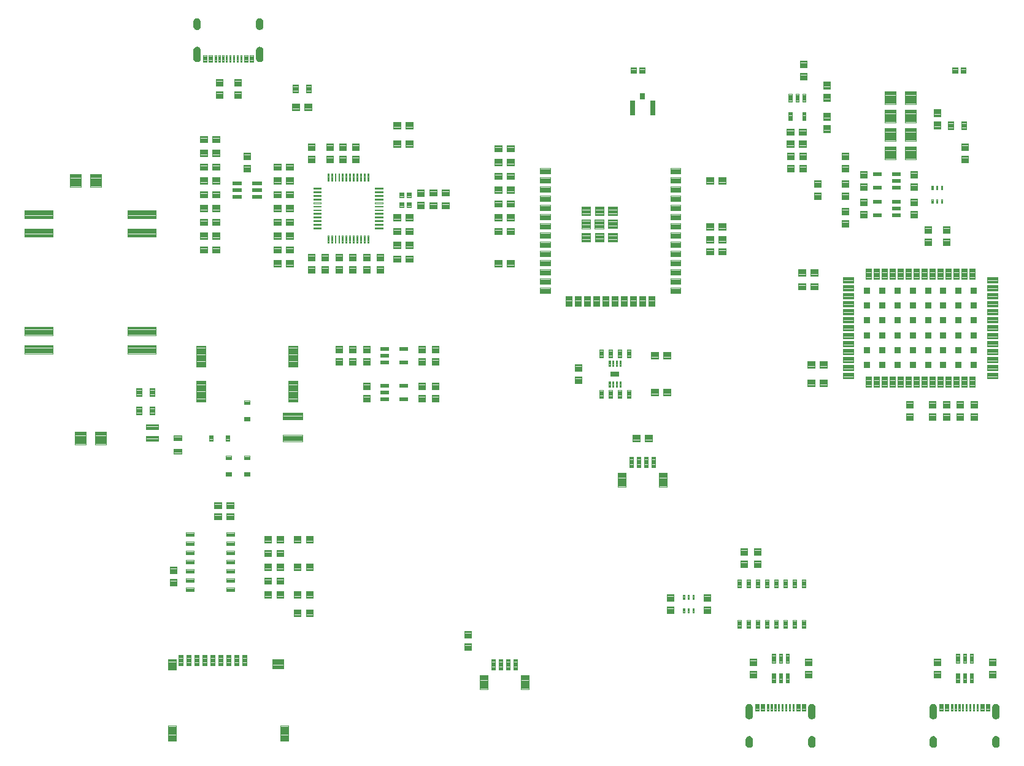
<source format=gtp>
G04 EAGLE Gerber RS-274X export*
G75*
%MOMM*%
%FSLAX34Y34*%
%LPD*%
%INSolderpaste Top*%
%IPPOS*%
%AMOC8*
5,1,8,0,0,1.08239X$1,22.5*%
G01*
%ADD10C,0.100000*%
%ADD11C,0.100800*%
%ADD12C,0.102000*%
%ADD13C,0.105000*%
%ADD14C,0.096000*%
%ADD15C,0.098000*%
%ADD16C,0.099000*%
%ADD17C,0.106400*%
%ADD18C,0.104000*%
%ADD19R,0.900000X0.900000*%
%ADD20R,0.800000X0.850000*%
%ADD21R,0.700000X2.000000*%
%ADD22C,0.101600*%
%ADD23R,1.270000X0.762000*%

G36*
X334829Y950955D02*
X334829Y950955D01*
X334832Y950951D01*
X335940Y951121D01*
X335946Y951127D01*
X335951Y951124D01*
X336993Y951536D01*
X336997Y951543D01*
X337002Y951541D01*
X337927Y952175D01*
X337929Y952183D01*
X337935Y952182D01*
X338695Y953006D01*
X338696Y953014D01*
X338702Y953014D01*
X339259Y953986D01*
X339259Y953990D01*
X339260Y953991D01*
X339258Y953993D01*
X339258Y953994D01*
X339264Y953996D01*
X339591Y955068D01*
X339590Y955073D01*
X339592Y955074D01*
X339590Y955077D01*
X339593Y955079D01*
X339674Y956196D01*
X339673Y956199D01*
X339674Y956200D01*
X339674Y968200D01*
X339669Y968207D01*
X339673Y968211D01*
X339454Y969155D01*
X339448Y969161D01*
X339450Y969166D01*
X339027Y970038D01*
X339019Y970041D01*
X339021Y970047D01*
X338414Y970803D01*
X338406Y970805D01*
X338406Y970811D01*
X337646Y971412D01*
X337637Y971412D01*
X337636Y971418D01*
X336761Y971836D01*
X336753Y971834D01*
X336751Y971839D01*
X335805Y972052D01*
X335798Y972048D01*
X335794Y972053D01*
X334825Y972049D01*
X334824Y972049D01*
X333756Y972030D01*
X333755Y972030D01*
X333749Y972026D01*
X333745Y972029D01*
X332708Y971773D01*
X332703Y971766D01*
X332697Y971769D01*
X331743Y971288D01*
X331740Y971281D01*
X331734Y971282D01*
X330911Y970601D01*
X330909Y970593D01*
X330903Y970593D01*
X330252Y969746D01*
X330252Y969738D01*
X330246Y969737D01*
X329799Y968766D01*
X329801Y968758D01*
X329796Y968756D01*
X329577Y967710D01*
X329580Y967703D01*
X329576Y967700D01*
X329576Y955700D01*
X329579Y955695D01*
X329576Y955692D01*
X329756Y954597D01*
X329762Y954591D01*
X329759Y954586D01*
X330178Y953558D01*
X330185Y953554D01*
X330183Y953549D01*
X330821Y952640D01*
X330828Y952638D01*
X330828Y952632D01*
X331651Y951888D01*
X331659Y951887D01*
X331660Y951881D01*
X332628Y951339D01*
X332637Y951340D01*
X332639Y951334D01*
X333703Y951021D01*
X333711Y951024D01*
X333714Y951019D01*
X334822Y950951D01*
X334829Y950955D01*
G37*
G36*
X1436825Y43951D02*
X1436825Y43951D01*
X1436826Y43951D01*
X1437894Y43970D01*
X1437901Y43975D01*
X1437905Y43971D01*
X1438942Y44227D01*
X1438947Y44234D01*
X1438953Y44231D01*
X1439907Y44712D01*
X1439911Y44719D01*
X1439916Y44718D01*
X1440740Y45399D01*
X1440741Y45407D01*
X1440747Y45407D01*
X1441398Y46254D01*
X1441398Y46262D01*
X1441404Y46263D01*
X1441851Y47234D01*
X1441849Y47242D01*
X1441854Y47244D01*
X1442073Y48290D01*
X1442070Y48297D01*
X1442074Y48300D01*
X1442074Y60300D01*
X1442071Y60305D01*
X1442074Y60308D01*
X1441894Y61403D01*
X1441888Y61409D01*
X1441891Y61414D01*
X1441472Y62442D01*
X1441465Y62446D01*
X1441467Y62451D01*
X1440830Y63360D01*
X1440822Y63363D01*
X1440822Y63368D01*
X1439999Y64112D01*
X1439991Y64113D01*
X1439990Y64119D01*
X1439022Y64661D01*
X1439013Y64660D01*
X1439011Y64666D01*
X1437947Y64979D01*
X1437942Y64977D01*
X1437938Y64977D01*
X1437936Y64981D01*
X1436828Y65049D01*
X1436822Y65045D01*
X1436818Y65049D01*
X1435710Y64879D01*
X1435704Y64873D01*
X1435699Y64876D01*
X1434657Y64464D01*
X1434653Y64457D01*
X1434648Y64459D01*
X1433723Y63825D01*
X1433721Y63817D01*
X1433715Y63818D01*
X1432955Y62995D01*
X1432954Y62986D01*
X1432948Y62986D01*
X1432391Y62014D01*
X1432392Y62006D01*
X1432386Y62004D01*
X1432059Y60932D01*
X1432062Y60924D01*
X1432057Y60921D01*
X1431976Y59804D01*
X1431977Y59801D01*
X1431976Y59800D01*
X1431976Y47800D01*
X1431981Y47793D01*
X1431977Y47789D01*
X1432196Y46845D01*
X1432202Y46839D01*
X1432200Y46834D01*
X1432624Y45962D01*
X1432631Y45959D01*
X1432629Y45953D01*
X1433236Y45197D01*
X1433244Y45195D01*
X1433244Y45189D01*
X1434004Y44588D01*
X1434013Y44588D01*
X1434014Y44582D01*
X1434889Y44164D01*
X1434897Y44166D01*
X1434899Y44161D01*
X1435845Y43949D01*
X1435852Y43952D01*
X1435856Y43947D01*
X1436825Y43951D01*
G37*
G36*
X1182825Y43951D02*
X1182825Y43951D01*
X1182826Y43951D01*
X1183894Y43970D01*
X1183901Y43975D01*
X1183905Y43971D01*
X1184942Y44227D01*
X1184947Y44234D01*
X1184953Y44231D01*
X1185907Y44712D01*
X1185911Y44719D01*
X1185916Y44718D01*
X1186740Y45399D01*
X1186741Y45407D01*
X1186747Y45407D01*
X1187398Y46254D01*
X1187398Y46262D01*
X1187404Y46263D01*
X1187851Y47234D01*
X1187849Y47242D01*
X1187854Y47244D01*
X1188073Y48290D01*
X1188070Y48297D01*
X1188074Y48300D01*
X1188074Y60300D01*
X1188071Y60305D01*
X1188074Y60308D01*
X1187894Y61403D01*
X1187888Y61409D01*
X1187891Y61414D01*
X1187472Y62442D01*
X1187465Y62446D01*
X1187467Y62451D01*
X1186830Y63360D01*
X1186822Y63363D01*
X1186822Y63368D01*
X1185999Y64112D01*
X1185991Y64113D01*
X1185990Y64119D01*
X1185022Y64661D01*
X1185013Y64660D01*
X1185011Y64666D01*
X1183947Y64979D01*
X1183942Y64977D01*
X1183938Y64977D01*
X1183936Y64981D01*
X1182828Y65049D01*
X1182822Y65045D01*
X1182818Y65049D01*
X1181710Y64879D01*
X1181704Y64873D01*
X1181699Y64876D01*
X1180657Y64464D01*
X1180653Y64457D01*
X1180648Y64459D01*
X1179723Y63825D01*
X1179721Y63817D01*
X1179715Y63818D01*
X1178955Y62995D01*
X1178954Y62986D01*
X1178948Y62986D01*
X1178391Y62014D01*
X1178392Y62006D01*
X1178386Y62004D01*
X1178059Y60932D01*
X1178062Y60924D01*
X1178057Y60921D01*
X1177976Y59804D01*
X1177977Y59801D01*
X1177976Y59800D01*
X1177976Y47800D01*
X1177981Y47793D01*
X1177977Y47789D01*
X1178196Y46845D01*
X1178202Y46839D01*
X1178200Y46834D01*
X1178624Y45962D01*
X1178631Y45959D01*
X1178629Y45953D01*
X1179236Y45197D01*
X1179244Y45195D01*
X1179244Y45189D01*
X1180004Y44588D01*
X1180013Y44588D01*
X1180014Y44582D01*
X1180889Y44164D01*
X1180897Y44166D01*
X1180899Y44161D01*
X1181845Y43949D01*
X1181852Y43952D01*
X1181856Y43947D01*
X1182825Y43951D01*
G37*
G36*
X421327Y950954D02*
X421327Y950954D01*
X421331Y950951D01*
X422376Y951069D01*
X422382Y951075D01*
X422387Y951071D01*
X423381Y951419D01*
X423385Y951426D01*
X423390Y951424D01*
X424282Y951984D01*
X424285Y951991D01*
X424290Y951991D01*
X425034Y952735D01*
X425036Y952743D01*
X425041Y952743D01*
X425601Y953635D01*
X425601Y953642D01*
X425602Y953643D01*
X425606Y953644D01*
X425954Y954638D01*
X425951Y954646D01*
X425956Y954649D01*
X426074Y955695D01*
X426072Y955698D01*
X426074Y955700D01*
X426074Y967700D01*
X426071Y967705D01*
X426074Y967708D01*
X425916Y968704D01*
X425910Y968710D01*
X425913Y968715D01*
X425538Y969651D01*
X425531Y969655D01*
X425533Y969661D01*
X424959Y970490D01*
X424951Y970493D01*
X424952Y970498D01*
X424208Y971179D01*
X424199Y971180D01*
X424199Y971186D01*
X423322Y971684D01*
X423314Y971683D01*
X423311Y971688D01*
X422346Y971979D01*
X422338Y971976D01*
X422335Y971981D01*
X421328Y972049D01*
X421326Y972048D01*
X421325Y972049D01*
X420244Y972040D01*
X420237Y972035D01*
X420233Y972039D01*
X419181Y971790D01*
X419176Y971783D01*
X419171Y971786D01*
X418201Y971309D01*
X418198Y971301D01*
X418192Y971303D01*
X417353Y970622D01*
X417351Y970614D01*
X417345Y970614D01*
X416679Y969764D01*
X416678Y969755D01*
X416673Y969754D01*
X416212Y968777D01*
X416214Y968769D01*
X416209Y968766D01*
X415977Y967711D01*
X415980Y967703D01*
X415976Y967700D01*
X415976Y955700D01*
X415980Y955695D01*
X415976Y955692D01*
X416169Y954586D01*
X416175Y954581D01*
X416172Y954576D01*
X416605Y953541D01*
X416612Y953537D01*
X416610Y953532D01*
X417263Y952619D01*
X417271Y952617D01*
X417270Y952611D01*
X418109Y951867D01*
X418118Y951866D01*
X418118Y951861D01*
X419102Y951322D01*
X419110Y951323D01*
X419112Y951318D01*
X420191Y951011D01*
X420199Y951014D01*
X420202Y951009D01*
X421322Y950951D01*
X421327Y950954D01*
G37*
G36*
X1097406Y43960D02*
X1097406Y43960D01*
X1097413Y43965D01*
X1097417Y43961D01*
X1098469Y44211D01*
X1098474Y44217D01*
X1098479Y44214D01*
X1099449Y44691D01*
X1099452Y44699D01*
X1099458Y44697D01*
X1100297Y45378D01*
X1100299Y45386D01*
X1100305Y45386D01*
X1100971Y46237D01*
X1100972Y46245D01*
X1100977Y46246D01*
X1101438Y47223D01*
X1101436Y47231D01*
X1101442Y47234D01*
X1101673Y48289D01*
X1101670Y48297D01*
X1101674Y48300D01*
X1101674Y60300D01*
X1101670Y60305D01*
X1101674Y60308D01*
X1101481Y61414D01*
X1101475Y61419D01*
X1101478Y61424D01*
X1101045Y62459D01*
X1101038Y62463D01*
X1101040Y62468D01*
X1100387Y63381D01*
X1100379Y63383D01*
X1100380Y63389D01*
X1099541Y64133D01*
X1099532Y64134D01*
X1099532Y64139D01*
X1098548Y64678D01*
X1098540Y64677D01*
X1098538Y64682D01*
X1097459Y64989D01*
X1097451Y64986D01*
X1097448Y64991D01*
X1096328Y65049D01*
X1096323Y65046D01*
X1096320Y65049D01*
X1095274Y64931D01*
X1095268Y64925D01*
X1095263Y64929D01*
X1094269Y64581D01*
X1094265Y64574D01*
X1094260Y64576D01*
X1093368Y64016D01*
X1093366Y64009D01*
X1093360Y64009D01*
X1092616Y63265D01*
X1092614Y63257D01*
X1092609Y63257D01*
X1092049Y62365D01*
X1092049Y62357D01*
X1092044Y62356D01*
X1091696Y61362D01*
X1091699Y61354D01*
X1091694Y61351D01*
X1091576Y60306D01*
X1091578Y60302D01*
X1091576Y60300D01*
X1091576Y48300D01*
X1091579Y48295D01*
X1091576Y48292D01*
X1091734Y47296D01*
X1091740Y47290D01*
X1091737Y47285D01*
X1092112Y46349D01*
X1092119Y46345D01*
X1092117Y46339D01*
X1092691Y45510D01*
X1092699Y45507D01*
X1092698Y45502D01*
X1093442Y44821D01*
X1093451Y44820D01*
X1093451Y44814D01*
X1094328Y44316D01*
X1094337Y44317D01*
X1094339Y44312D01*
X1095304Y44021D01*
X1095312Y44024D01*
X1095315Y44019D01*
X1096322Y43951D01*
X1096324Y43952D01*
X1096325Y43951D01*
X1097406Y43960D01*
G37*
G36*
X1351406Y43960D02*
X1351406Y43960D01*
X1351413Y43965D01*
X1351417Y43961D01*
X1352469Y44211D01*
X1352474Y44217D01*
X1352479Y44214D01*
X1353449Y44691D01*
X1353452Y44699D01*
X1353458Y44697D01*
X1354297Y45378D01*
X1354299Y45386D01*
X1354305Y45386D01*
X1354971Y46237D01*
X1354972Y46245D01*
X1354977Y46246D01*
X1355438Y47223D01*
X1355436Y47231D01*
X1355442Y47234D01*
X1355673Y48289D01*
X1355670Y48297D01*
X1355674Y48300D01*
X1355674Y60300D01*
X1355670Y60305D01*
X1355674Y60308D01*
X1355481Y61414D01*
X1355475Y61419D01*
X1355478Y61424D01*
X1355045Y62459D01*
X1355038Y62463D01*
X1355040Y62468D01*
X1354387Y63381D01*
X1354379Y63383D01*
X1354380Y63389D01*
X1353541Y64133D01*
X1353532Y64134D01*
X1353532Y64139D01*
X1352548Y64678D01*
X1352540Y64677D01*
X1352538Y64682D01*
X1351459Y64989D01*
X1351451Y64986D01*
X1351448Y64991D01*
X1350328Y65049D01*
X1350323Y65046D01*
X1350320Y65049D01*
X1349274Y64931D01*
X1349268Y64925D01*
X1349263Y64929D01*
X1348269Y64581D01*
X1348265Y64574D01*
X1348260Y64576D01*
X1347368Y64016D01*
X1347366Y64009D01*
X1347360Y64009D01*
X1346616Y63265D01*
X1346614Y63257D01*
X1346609Y63257D01*
X1346049Y62365D01*
X1346049Y62357D01*
X1346044Y62356D01*
X1345696Y61362D01*
X1345699Y61354D01*
X1345694Y61351D01*
X1345576Y60306D01*
X1345578Y60302D01*
X1345576Y60300D01*
X1345576Y48300D01*
X1345579Y48295D01*
X1345576Y48292D01*
X1345734Y47296D01*
X1345740Y47290D01*
X1345737Y47285D01*
X1346112Y46349D01*
X1346119Y46345D01*
X1346117Y46339D01*
X1346691Y45510D01*
X1346699Y45507D01*
X1346698Y45502D01*
X1347442Y44821D01*
X1347451Y44820D01*
X1347451Y44814D01*
X1348328Y44316D01*
X1348337Y44317D01*
X1348339Y44312D01*
X1349304Y44021D01*
X1349312Y44024D01*
X1349315Y44019D01*
X1350322Y43951D01*
X1350324Y43952D01*
X1350325Y43951D01*
X1351406Y43960D01*
G37*
G36*
X1437329Y4455D02*
X1437329Y4455D01*
X1437332Y4451D01*
X1438408Y4606D01*
X1438413Y4612D01*
X1438418Y4609D01*
X1439432Y4999D01*
X1439436Y5006D01*
X1439442Y5005D01*
X1440344Y5611D01*
X1440346Y5619D01*
X1440352Y5618D01*
X1441096Y6410D01*
X1441097Y6418D01*
X1441103Y6418D01*
X1441652Y7356D01*
X1441651Y7364D01*
X1441657Y7366D01*
X1441984Y8402D01*
X1441981Y8410D01*
X1441986Y8413D01*
X1442074Y9496D01*
X1442072Y9499D01*
X1442074Y9500D01*
X1442074Y15500D01*
X1442071Y15504D01*
X1442074Y15506D01*
X1441924Y16639D01*
X1441918Y16645D01*
X1441921Y16650D01*
X1441523Y17720D01*
X1441516Y17724D01*
X1441518Y17730D01*
X1440891Y18685D01*
X1440883Y18688D01*
X1440884Y18693D01*
X1440061Y19485D01*
X1440053Y19486D01*
X1440052Y19492D01*
X1439073Y20081D01*
X1439065Y20080D01*
X1439063Y20085D01*
X1437978Y20441D01*
X1437970Y20439D01*
X1437967Y20443D01*
X1436830Y20549D01*
X1436821Y20544D01*
X1436816Y20548D01*
X1435679Y20341D01*
X1435673Y20335D01*
X1435668Y20338D01*
X1434606Y19883D01*
X1434602Y19876D01*
X1434596Y19878D01*
X1433661Y19198D01*
X1433659Y19190D01*
X1433653Y19191D01*
X1432893Y18320D01*
X1432893Y18312D01*
X1432887Y18311D01*
X1432340Y17292D01*
X1432341Y17284D01*
X1432336Y17282D01*
X1432332Y17269D01*
X1432319Y17220D01*
X1432318Y17220D01*
X1432319Y17220D01*
X1432305Y17171D01*
X1432291Y17121D01*
X1432278Y17072D01*
X1432264Y17023D01*
X1432251Y16974D01*
X1432237Y16924D01*
X1432224Y16875D01*
X1432210Y16826D01*
X1432196Y16777D01*
X1432183Y16727D01*
X1432169Y16678D01*
X1432156Y16629D01*
X1432142Y16580D01*
X1432129Y16530D01*
X1432115Y16481D01*
X1432102Y16432D01*
X1432101Y16432D01*
X1432088Y16383D01*
X1432074Y16333D01*
X1432029Y16168D01*
X1432032Y16160D01*
X1432027Y16157D01*
X1431976Y15002D01*
X1431977Y15001D01*
X1431976Y15000D01*
X1431976Y9000D01*
X1431980Y8994D01*
X1431977Y8991D01*
X1432189Y7910D01*
X1432195Y7905D01*
X1432192Y7900D01*
X1432639Y6894D01*
X1432646Y6890D01*
X1432644Y6884D01*
X1433304Y6003D01*
X1433312Y6000D01*
X1433312Y5995D01*
X1434151Y5282D01*
X1434159Y5282D01*
X1434160Y5276D01*
X1435137Y4768D01*
X1435145Y4769D01*
X1435147Y4764D01*
X1436212Y4486D01*
X1436220Y4489D01*
X1436223Y4485D01*
X1437324Y4451D01*
X1437329Y4455D01*
G37*
G36*
X1183329Y4455D02*
X1183329Y4455D01*
X1183332Y4451D01*
X1184408Y4606D01*
X1184413Y4612D01*
X1184418Y4609D01*
X1185432Y4999D01*
X1185436Y5006D01*
X1185442Y5005D01*
X1186344Y5611D01*
X1186346Y5619D01*
X1186352Y5618D01*
X1187096Y6410D01*
X1187097Y6418D01*
X1187103Y6418D01*
X1187652Y7356D01*
X1187651Y7364D01*
X1187657Y7366D01*
X1187984Y8402D01*
X1187981Y8410D01*
X1187986Y8413D01*
X1188074Y9496D01*
X1188072Y9499D01*
X1188074Y9500D01*
X1188074Y15500D01*
X1188071Y15504D01*
X1188074Y15506D01*
X1187924Y16639D01*
X1187918Y16645D01*
X1187921Y16650D01*
X1187523Y17720D01*
X1187516Y17724D01*
X1187518Y17730D01*
X1186891Y18685D01*
X1186883Y18688D01*
X1186884Y18693D01*
X1186061Y19485D01*
X1186053Y19486D01*
X1186052Y19492D01*
X1185073Y20081D01*
X1185065Y20080D01*
X1185063Y20085D01*
X1183978Y20441D01*
X1183970Y20439D01*
X1183967Y20443D01*
X1182830Y20549D01*
X1182821Y20544D01*
X1182816Y20548D01*
X1181679Y20341D01*
X1181673Y20335D01*
X1181668Y20338D01*
X1180606Y19883D01*
X1180602Y19876D01*
X1180596Y19878D01*
X1179661Y19198D01*
X1179659Y19190D01*
X1179653Y19191D01*
X1178893Y18320D01*
X1178893Y18312D01*
X1178887Y18311D01*
X1178340Y17292D01*
X1178341Y17284D01*
X1178336Y17282D01*
X1178332Y17269D01*
X1178319Y17220D01*
X1178318Y17220D01*
X1178319Y17220D01*
X1178305Y17171D01*
X1178291Y17121D01*
X1178278Y17072D01*
X1178264Y17023D01*
X1178251Y16974D01*
X1178237Y16924D01*
X1178224Y16875D01*
X1178210Y16826D01*
X1178196Y16777D01*
X1178183Y16727D01*
X1178169Y16678D01*
X1178156Y16629D01*
X1178142Y16580D01*
X1178129Y16530D01*
X1178115Y16481D01*
X1178102Y16432D01*
X1178101Y16432D01*
X1178088Y16383D01*
X1178074Y16333D01*
X1178029Y16168D01*
X1178032Y16160D01*
X1178027Y16157D01*
X1177976Y15002D01*
X1177977Y15001D01*
X1177976Y15000D01*
X1177976Y9000D01*
X1177980Y8994D01*
X1177977Y8991D01*
X1178189Y7910D01*
X1178195Y7905D01*
X1178192Y7900D01*
X1178639Y6894D01*
X1178646Y6890D01*
X1178644Y6884D01*
X1179304Y6003D01*
X1179312Y6000D01*
X1179312Y5995D01*
X1180151Y5282D01*
X1180159Y5282D01*
X1180160Y5276D01*
X1181137Y4768D01*
X1181145Y4769D01*
X1181147Y4764D01*
X1182212Y4486D01*
X1182220Y4489D01*
X1182223Y4485D01*
X1183324Y4451D01*
X1183329Y4455D01*
G37*
G36*
X334829Y995456D02*
X334829Y995456D01*
X334834Y995452D01*
X335971Y995659D01*
X335977Y995665D01*
X335982Y995662D01*
X337044Y996117D01*
X337048Y996124D01*
X337054Y996122D01*
X337989Y996802D01*
X337991Y996810D01*
X337997Y996809D01*
X338757Y997680D01*
X338757Y997688D01*
X338763Y997689D01*
X339310Y998708D01*
X339309Y998716D01*
X339314Y998718D01*
X339320Y998737D01*
X339333Y998786D01*
X339347Y998836D01*
X339360Y998885D01*
X339374Y998934D01*
X339387Y998983D01*
X339388Y998983D01*
X339387Y998983D01*
X339401Y999033D01*
X339415Y999082D01*
X339428Y999131D01*
X339442Y999180D01*
X339455Y999230D01*
X339469Y999279D01*
X339482Y999328D01*
X339496Y999377D01*
X339510Y999427D01*
X339523Y999476D01*
X339537Y999525D01*
X339621Y999832D01*
X339618Y999840D01*
X339623Y999843D01*
X339674Y1000998D01*
X339673Y1000999D01*
X339674Y1001000D01*
X339674Y1007000D01*
X339670Y1007006D01*
X339673Y1007009D01*
X339461Y1008090D01*
X339455Y1008095D01*
X339458Y1008100D01*
X339011Y1009106D01*
X339004Y1009110D01*
X339006Y1009116D01*
X338346Y1009997D01*
X338338Y1010000D01*
X338338Y1010005D01*
X337499Y1010718D01*
X337491Y1010718D01*
X337490Y1010724D01*
X336513Y1011232D01*
X336505Y1011231D01*
X336503Y1011236D01*
X335438Y1011514D01*
X335430Y1011511D01*
X335427Y1011515D01*
X334327Y1011549D01*
X334321Y1011546D01*
X334318Y1011549D01*
X333243Y1011394D01*
X333237Y1011388D01*
X333232Y1011391D01*
X332218Y1011001D01*
X332214Y1010994D01*
X332208Y1010996D01*
X331306Y1010389D01*
X331304Y1010381D01*
X331298Y1010382D01*
X330554Y1009590D01*
X330553Y1009582D01*
X330547Y1009582D01*
X329998Y1008644D01*
X329999Y1008636D01*
X329993Y1008634D01*
X329666Y1007598D01*
X329669Y1007590D01*
X329664Y1007587D01*
X329576Y1006504D01*
X329578Y1006501D01*
X329576Y1006500D01*
X329576Y1000500D01*
X329579Y1000496D01*
X329576Y1000494D01*
X329726Y999361D01*
X329732Y999355D01*
X329729Y999350D01*
X330127Y998280D01*
X330134Y998276D01*
X330132Y998270D01*
X330759Y997315D01*
X330767Y997312D01*
X330766Y997307D01*
X331589Y996515D01*
X331597Y996514D01*
X331598Y996508D01*
X332577Y995919D01*
X332585Y995920D01*
X332587Y995915D01*
X333672Y995559D01*
X333680Y995562D01*
X333683Y995557D01*
X334820Y995451D01*
X334829Y995456D01*
G37*
G36*
X1350827Y4455D02*
X1350827Y4455D01*
X1350832Y4451D01*
X1351919Y4596D01*
X1351925Y4602D01*
X1351930Y4599D01*
X1352958Y4983D01*
X1352963Y4989D01*
X1352968Y4988D01*
X1353885Y5590D01*
X1353888Y5598D01*
X1353894Y5597D01*
X1354654Y6389D01*
X1354655Y6397D01*
X1354661Y6398D01*
X1355225Y7339D01*
X1355225Y7342D01*
X1355226Y7343D01*
X1355225Y7345D01*
X1355224Y7347D01*
X1355230Y7349D01*
X1355571Y8392D01*
X1355569Y8400D01*
X1355573Y8403D01*
X1355674Y9496D01*
X1355672Y9498D01*
X1355674Y9500D01*
X1355674Y15500D01*
X1355672Y15503D01*
X1355674Y15505D01*
X1355573Y16597D01*
X1355568Y16603D01*
X1355571Y16608D01*
X1355230Y17651D01*
X1355223Y17656D01*
X1355225Y17661D01*
X1354661Y18602D01*
X1354653Y18605D01*
X1354654Y18611D01*
X1353894Y19403D01*
X1353886Y19404D01*
X1353885Y19410D01*
X1352968Y20013D01*
X1352960Y20012D01*
X1352958Y20018D01*
X1351930Y20401D01*
X1351922Y20399D01*
X1351919Y20404D01*
X1350832Y20549D01*
X1350824Y20545D01*
X1350820Y20549D01*
X1349683Y20443D01*
X1349677Y20438D01*
X1349672Y20441D01*
X1348587Y20085D01*
X1348582Y20078D01*
X1348577Y20081D01*
X1347598Y19492D01*
X1347595Y19484D01*
X1347589Y19485D01*
X1346766Y18693D01*
X1346765Y18685D01*
X1346759Y18685D01*
X1346132Y17730D01*
X1346133Y17722D01*
X1346127Y17720D01*
X1345729Y16650D01*
X1345731Y16642D01*
X1345726Y16639D01*
X1345576Y15506D01*
X1345579Y15502D01*
X1345576Y15500D01*
X1345576Y9500D01*
X1345579Y9496D01*
X1345576Y9494D01*
X1345726Y8361D01*
X1345732Y8355D01*
X1345729Y8350D01*
X1346127Y7280D01*
X1346134Y7276D01*
X1346132Y7270D01*
X1346759Y6315D01*
X1346767Y6312D01*
X1346766Y6307D01*
X1347589Y5515D01*
X1347597Y5514D01*
X1347598Y5508D01*
X1348577Y4919D01*
X1348585Y4920D01*
X1348587Y4915D01*
X1349672Y4559D01*
X1349680Y4562D01*
X1349683Y4557D01*
X1350820Y4451D01*
X1350827Y4455D01*
G37*
G36*
X1096827Y4455D02*
X1096827Y4455D01*
X1096832Y4451D01*
X1097919Y4596D01*
X1097925Y4602D01*
X1097930Y4599D01*
X1098958Y4983D01*
X1098963Y4989D01*
X1098968Y4988D01*
X1099885Y5590D01*
X1099888Y5598D01*
X1099894Y5597D01*
X1100654Y6389D01*
X1100655Y6397D01*
X1100661Y6398D01*
X1101225Y7339D01*
X1101225Y7342D01*
X1101226Y7343D01*
X1101225Y7345D01*
X1101224Y7347D01*
X1101230Y7349D01*
X1101571Y8392D01*
X1101569Y8400D01*
X1101573Y8403D01*
X1101674Y9496D01*
X1101672Y9498D01*
X1101674Y9500D01*
X1101674Y15500D01*
X1101672Y15503D01*
X1101674Y15505D01*
X1101573Y16597D01*
X1101568Y16603D01*
X1101571Y16608D01*
X1101230Y17651D01*
X1101223Y17656D01*
X1101225Y17661D01*
X1100661Y18602D01*
X1100653Y18605D01*
X1100654Y18611D01*
X1099894Y19403D01*
X1099886Y19404D01*
X1099885Y19410D01*
X1098968Y20013D01*
X1098960Y20012D01*
X1098958Y20018D01*
X1097930Y20401D01*
X1097922Y20399D01*
X1097919Y20404D01*
X1096832Y20549D01*
X1096824Y20545D01*
X1096820Y20549D01*
X1095683Y20443D01*
X1095677Y20438D01*
X1095672Y20441D01*
X1094587Y20085D01*
X1094582Y20078D01*
X1094577Y20081D01*
X1093598Y19492D01*
X1093595Y19484D01*
X1093589Y19485D01*
X1092766Y18693D01*
X1092765Y18685D01*
X1092759Y18685D01*
X1092132Y17730D01*
X1092133Y17722D01*
X1092127Y17720D01*
X1091729Y16650D01*
X1091731Y16642D01*
X1091726Y16639D01*
X1091576Y15506D01*
X1091579Y15502D01*
X1091576Y15500D01*
X1091576Y9500D01*
X1091579Y9496D01*
X1091576Y9494D01*
X1091726Y8361D01*
X1091732Y8355D01*
X1091729Y8350D01*
X1092127Y7280D01*
X1092134Y7276D01*
X1092132Y7270D01*
X1092759Y6315D01*
X1092767Y6312D01*
X1092766Y6307D01*
X1093589Y5515D01*
X1093597Y5514D01*
X1093598Y5508D01*
X1094577Y4919D01*
X1094585Y4920D01*
X1094587Y4915D01*
X1095672Y4559D01*
X1095680Y4562D01*
X1095683Y4557D01*
X1096820Y4451D01*
X1096827Y4455D01*
G37*
G36*
X421967Y995557D02*
X421967Y995557D01*
X421973Y995562D01*
X421978Y995559D01*
X423063Y995915D01*
X423068Y995922D01*
X423073Y995919D01*
X424052Y996508D01*
X424055Y996516D01*
X424061Y996515D01*
X424884Y997307D01*
X424885Y997315D01*
X424891Y997315D01*
X425518Y998270D01*
X425517Y998278D01*
X425523Y998280D01*
X425921Y999350D01*
X425919Y999358D01*
X425924Y999361D01*
X426074Y1000494D01*
X426071Y1000498D01*
X426074Y1000500D01*
X426074Y1006500D01*
X426071Y1006504D01*
X426074Y1006506D01*
X425924Y1007639D01*
X425918Y1007645D01*
X425921Y1007650D01*
X425523Y1008720D01*
X425516Y1008724D01*
X425518Y1008730D01*
X424891Y1009685D01*
X424883Y1009688D01*
X424884Y1009693D01*
X424061Y1010485D01*
X424053Y1010486D01*
X424052Y1010492D01*
X423073Y1011081D01*
X423065Y1011080D01*
X423063Y1011085D01*
X421978Y1011441D01*
X421970Y1011439D01*
X421967Y1011443D01*
X420830Y1011549D01*
X420823Y1011545D01*
X420819Y1011549D01*
X419731Y1011404D01*
X419725Y1011398D01*
X419720Y1011401D01*
X418692Y1011018D01*
X418687Y1011011D01*
X418682Y1011013D01*
X417765Y1010410D01*
X417762Y1010402D01*
X417756Y1010403D01*
X416996Y1009611D01*
X416995Y1009603D01*
X416989Y1009602D01*
X416425Y1008661D01*
X416426Y1008653D01*
X416420Y1008651D01*
X416079Y1007608D01*
X416081Y1007600D01*
X416077Y1007597D01*
X415976Y1006505D01*
X415978Y1006502D01*
X415976Y1006500D01*
X415976Y1000500D01*
X415978Y1000497D01*
X415976Y1000496D01*
X416077Y999403D01*
X416082Y999397D01*
X416079Y999392D01*
X416420Y998349D01*
X416427Y998344D01*
X416425Y998339D01*
X416989Y997398D01*
X416997Y997395D01*
X416996Y997389D01*
X417756Y996597D01*
X417764Y996596D01*
X417765Y996590D01*
X418682Y995988D01*
X418690Y995988D01*
X418692Y995983D01*
X419720Y995599D01*
X419728Y995601D01*
X419731Y995596D01*
X420819Y995451D01*
X420826Y995455D01*
X420830Y995451D01*
X421967Y995557D01*
G37*
D10*
X762325Y817300D02*
X772325Y817300D01*
X772325Y808300D01*
X762325Y808300D01*
X762325Y817300D01*
X762325Y809250D02*
X772325Y809250D01*
X772325Y810200D02*
X762325Y810200D01*
X762325Y811150D02*
X772325Y811150D01*
X772325Y812100D02*
X762325Y812100D01*
X762325Y813050D02*
X772325Y813050D01*
X772325Y814000D02*
X762325Y814000D01*
X762325Y814950D02*
X772325Y814950D01*
X772325Y815900D02*
X762325Y815900D01*
X762325Y816850D02*
X772325Y816850D01*
X755325Y817300D02*
X745325Y817300D01*
X755325Y817300D02*
X755325Y808300D01*
X745325Y808300D01*
X745325Y817300D01*
X745325Y809250D02*
X755325Y809250D01*
X755325Y810200D02*
X745325Y810200D01*
X745325Y811150D02*
X755325Y811150D01*
X755325Y812100D02*
X745325Y812100D01*
X745325Y813050D02*
X755325Y813050D01*
X755325Y814000D02*
X745325Y814000D01*
X745325Y814950D02*
X755325Y814950D01*
X755325Y815900D02*
X745325Y815900D01*
X745325Y816850D02*
X755325Y816850D01*
X534725Y542600D02*
X534725Y532600D01*
X525725Y532600D01*
X525725Y542600D01*
X534725Y542600D01*
X534725Y533550D02*
X525725Y533550D01*
X525725Y534500D02*
X534725Y534500D01*
X534725Y535450D02*
X525725Y535450D01*
X525725Y536400D02*
X534725Y536400D01*
X534725Y537350D02*
X525725Y537350D01*
X525725Y538300D02*
X534725Y538300D01*
X534725Y539250D02*
X525725Y539250D01*
X525725Y540200D02*
X534725Y540200D01*
X534725Y541150D02*
X525725Y541150D01*
X525725Y542100D02*
X534725Y542100D01*
X534725Y549600D02*
X534725Y559600D01*
X534725Y549600D02*
X525725Y549600D01*
X525725Y559600D01*
X534725Y559600D01*
X534725Y550550D02*
X525725Y550550D01*
X525725Y551500D02*
X534725Y551500D01*
X534725Y552450D02*
X525725Y552450D01*
X525725Y553400D02*
X534725Y553400D01*
X534725Y554350D02*
X525725Y554350D01*
X525725Y555300D02*
X534725Y555300D01*
X534725Y556250D02*
X525725Y556250D01*
X525725Y557200D02*
X534725Y557200D01*
X534725Y558150D02*
X525725Y558150D01*
X525725Y559100D02*
X534725Y559100D01*
X640025Y508800D02*
X640025Y498800D01*
X640025Y508800D02*
X649025Y508800D01*
X649025Y498800D01*
X640025Y498800D01*
X640025Y499750D02*
X649025Y499750D01*
X649025Y500700D02*
X640025Y500700D01*
X640025Y501650D02*
X649025Y501650D01*
X649025Y502600D02*
X640025Y502600D01*
X640025Y503550D02*
X649025Y503550D01*
X649025Y504500D02*
X640025Y504500D01*
X640025Y505450D02*
X649025Y505450D01*
X649025Y506400D02*
X640025Y506400D01*
X640025Y507350D02*
X649025Y507350D01*
X649025Y508300D02*
X640025Y508300D01*
X640025Y491800D02*
X640025Y481800D01*
X640025Y491800D02*
X649025Y491800D01*
X649025Y481800D01*
X640025Y481800D01*
X640025Y482750D02*
X649025Y482750D01*
X649025Y483700D02*
X640025Y483700D01*
X640025Y484650D02*
X649025Y484650D01*
X649025Y485600D02*
X640025Y485600D01*
X640025Y486550D02*
X649025Y486550D01*
X649025Y487500D02*
X640025Y487500D01*
X640025Y488450D02*
X649025Y488450D01*
X649025Y489400D02*
X640025Y489400D01*
X640025Y490350D02*
X649025Y490350D01*
X649025Y491300D02*
X640025Y491300D01*
X659075Y498800D02*
X659075Y508800D01*
X668075Y508800D01*
X668075Y498800D01*
X659075Y498800D01*
X659075Y499750D02*
X668075Y499750D01*
X668075Y500700D02*
X659075Y500700D01*
X659075Y501650D02*
X668075Y501650D01*
X668075Y502600D02*
X659075Y502600D01*
X659075Y503550D02*
X668075Y503550D01*
X668075Y504500D02*
X659075Y504500D01*
X659075Y505450D02*
X668075Y505450D01*
X668075Y506400D02*
X659075Y506400D01*
X659075Y507350D02*
X668075Y507350D01*
X668075Y508300D02*
X659075Y508300D01*
X659075Y491800D02*
X659075Y481800D01*
X659075Y491800D02*
X668075Y491800D01*
X668075Y481800D01*
X659075Y481800D01*
X659075Y482750D02*
X668075Y482750D01*
X668075Y483700D02*
X659075Y483700D01*
X659075Y484650D02*
X668075Y484650D01*
X668075Y485600D02*
X659075Y485600D01*
X659075Y486550D02*
X668075Y486550D01*
X668075Y487500D02*
X659075Y487500D01*
X659075Y488450D02*
X668075Y488450D01*
X668075Y489400D02*
X659075Y489400D01*
X659075Y490350D02*
X668075Y490350D01*
X668075Y491300D02*
X659075Y491300D01*
X563825Y498800D02*
X563825Y508800D01*
X572825Y508800D01*
X572825Y498800D01*
X563825Y498800D01*
X563825Y499750D02*
X572825Y499750D01*
X572825Y500700D02*
X563825Y500700D01*
X563825Y501650D02*
X572825Y501650D01*
X572825Y502600D02*
X563825Y502600D01*
X563825Y503550D02*
X572825Y503550D01*
X572825Y504500D02*
X563825Y504500D01*
X563825Y505450D02*
X572825Y505450D01*
X572825Y506400D02*
X563825Y506400D01*
X563825Y507350D02*
X572825Y507350D01*
X572825Y508300D02*
X563825Y508300D01*
X563825Y491800D02*
X563825Y481800D01*
X563825Y491800D02*
X572825Y491800D01*
X572825Y481800D01*
X563825Y481800D01*
X563825Y482750D02*
X572825Y482750D01*
X572825Y483700D02*
X563825Y483700D01*
X563825Y484650D02*
X572825Y484650D01*
X572825Y485600D02*
X563825Y485600D01*
X563825Y486550D02*
X572825Y486550D01*
X572825Y487500D02*
X563825Y487500D01*
X563825Y488450D02*
X572825Y488450D01*
X572825Y489400D02*
X563825Y489400D01*
X563825Y490350D02*
X572825Y490350D01*
X572825Y491300D02*
X563825Y491300D01*
X477830Y287600D02*
X467830Y287600D01*
X467830Y296600D01*
X477830Y296600D01*
X477830Y287600D01*
X477830Y288550D02*
X467830Y288550D01*
X467830Y289500D02*
X477830Y289500D01*
X477830Y290450D02*
X467830Y290450D01*
X467830Y291400D02*
X477830Y291400D01*
X477830Y292350D02*
X467830Y292350D01*
X467830Y293300D02*
X477830Y293300D01*
X477830Y294250D02*
X467830Y294250D01*
X467830Y295200D02*
X477830Y295200D01*
X477830Y296150D02*
X467830Y296150D01*
X484830Y287600D02*
X494830Y287600D01*
X484830Y287600D02*
X484830Y296600D01*
X494830Y296600D01*
X494830Y287600D01*
X494830Y288550D02*
X484830Y288550D01*
X484830Y289500D02*
X494830Y289500D01*
X494830Y290450D02*
X484830Y290450D01*
X484830Y291400D02*
X494830Y291400D01*
X494830Y292350D02*
X484830Y292350D01*
X484830Y293300D02*
X494830Y293300D01*
X494830Y294250D02*
X484830Y294250D01*
X484830Y295200D02*
X494830Y295200D01*
X494830Y296150D02*
X484830Y296150D01*
X477830Y211400D02*
X467830Y211400D01*
X467830Y220400D01*
X477830Y220400D01*
X477830Y211400D01*
X477830Y212350D02*
X467830Y212350D01*
X467830Y213300D02*
X477830Y213300D01*
X477830Y214250D02*
X467830Y214250D01*
X467830Y215200D02*
X477830Y215200D01*
X477830Y216150D02*
X467830Y216150D01*
X467830Y217100D02*
X477830Y217100D01*
X477830Y218050D02*
X467830Y218050D01*
X467830Y219000D02*
X477830Y219000D01*
X477830Y219950D02*
X467830Y219950D01*
X484830Y211400D02*
X494830Y211400D01*
X484830Y211400D02*
X484830Y220400D01*
X494830Y220400D01*
X494830Y211400D01*
X494830Y212350D02*
X484830Y212350D01*
X484830Y213300D02*
X494830Y213300D01*
X494830Y214250D02*
X484830Y214250D01*
X484830Y215200D02*
X494830Y215200D01*
X494830Y216150D02*
X484830Y216150D01*
X484830Y217100D02*
X494830Y217100D01*
X494830Y218050D02*
X484830Y218050D01*
X484830Y219000D02*
X494830Y219000D01*
X494830Y219950D02*
X484830Y219950D01*
X762325Y836350D02*
X772325Y836350D01*
X772325Y827350D01*
X762325Y827350D01*
X762325Y836350D01*
X762325Y828300D02*
X772325Y828300D01*
X772325Y829250D02*
X762325Y829250D01*
X762325Y830200D02*
X772325Y830200D01*
X772325Y831150D02*
X762325Y831150D01*
X762325Y832100D02*
X772325Y832100D01*
X772325Y833050D02*
X762325Y833050D01*
X762325Y834000D02*
X772325Y834000D01*
X772325Y834950D02*
X762325Y834950D01*
X762325Y835900D02*
X772325Y835900D01*
X755325Y836350D02*
X745325Y836350D01*
X755325Y836350D02*
X755325Y827350D01*
X745325Y827350D01*
X745325Y836350D01*
X745325Y828300D02*
X755325Y828300D01*
X755325Y829250D02*
X745325Y829250D01*
X745325Y830200D02*
X755325Y830200D01*
X755325Y831150D02*
X745325Y831150D01*
X745325Y832100D02*
X755325Y832100D01*
X755325Y833050D02*
X745325Y833050D01*
X745325Y834000D02*
X755325Y834000D01*
X755325Y834950D02*
X745325Y834950D01*
X745325Y835900D02*
X755325Y835900D01*
X477830Y249500D02*
X467830Y249500D01*
X467830Y258500D01*
X477830Y258500D01*
X477830Y249500D01*
X477830Y250450D02*
X467830Y250450D01*
X467830Y251400D02*
X477830Y251400D01*
X477830Y252350D02*
X467830Y252350D01*
X467830Y253300D02*
X477830Y253300D01*
X477830Y254250D02*
X467830Y254250D01*
X467830Y255200D02*
X477830Y255200D01*
X477830Y256150D02*
X467830Y256150D01*
X467830Y257100D02*
X477830Y257100D01*
X477830Y258050D02*
X467830Y258050D01*
X484830Y249500D02*
X494830Y249500D01*
X484830Y249500D02*
X484830Y258500D01*
X494830Y258500D01*
X494830Y249500D01*
X494830Y250450D02*
X484830Y250450D01*
X484830Y251400D02*
X494830Y251400D01*
X494830Y252350D02*
X484830Y252350D01*
X484830Y253300D02*
X494830Y253300D01*
X494830Y254250D02*
X484830Y254250D01*
X484830Y255200D02*
X494830Y255200D01*
X494830Y256150D02*
X484830Y256150D01*
X484830Y257100D02*
X494830Y257100D01*
X494830Y258050D02*
X484830Y258050D01*
X1093525Y253200D02*
X1093525Y263200D01*
X1093525Y253200D02*
X1084525Y253200D01*
X1084525Y263200D01*
X1093525Y263200D01*
X1093525Y254150D02*
X1084525Y254150D01*
X1084525Y255100D02*
X1093525Y255100D01*
X1093525Y256050D02*
X1084525Y256050D01*
X1084525Y257000D02*
X1093525Y257000D01*
X1093525Y257950D02*
X1084525Y257950D01*
X1084525Y258900D02*
X1093525Y258900D01*
X1093525Y259850D02*
X1084525Y259850D01*
X1084525Y260800D02*
X1093525Y260800D01*
X1093525Y261750D02*
X1084525Y261750D01*
X1084525Y262700D02*
X1093525Y262700D01*
X1093525Y270200D02*
X1093525Y280200D01*
X1093525Y270200D02*
X1084525Y270200D01*
X1084525Y280200D01*
X1093525Y280200D01*
X1093525Y271150D02*
X1084525Y271150D01*
X1084525Y272100D02*
X1093525Y272100D01*
X1093525Y273050D02*
X1084525Y273050D01*
X1084525Y274000D02*
X1093525Y274000D01*
X1093525Y274950D02*
X1084525Y274950D01*
X1084525Y275900D02*
X1093525Y275900D01*
X1093525Y276850D02*
X1084525Y276850D01*
X1084525Y277800D02*
X1093525Y277800D01*
X1093525Y278750D02*
X1084525Y278750D01*
X1084525Y279700D02*
X1093525Y279700D01*
X1112575Y263200D02*
X1112575Y253200D01*
X1103575Y253200D01*
X1103575Y263200D01*
X1112575Y263200D01*
X1112575Y254150D02*
X1103575Y254150D01*
X1103575Y255100D02*
X1112575Y255100D01*
X1112575Y256050D02*
X1103575Y256050D01*
X1103575Y257000D02*
X1112575Y257000D01*
X1112575Y257950D02*
X1103575Y257950D01*
X1103575Y258900D02*
X1112575Y258900D01*
X1112575Y259850D02*
X1103575Y259850D01*
X1103575Y260800D02*
X1112575Y260800D01*
X1112575Y261750D02*
X1103575Y261750D01*
X1103575Y262700D02*
X1112575Y262700D01*
X1112575Y270200D02*
X1112575Y280200D01*
X1112575Y270200D02*
X1103575Y270200D01*
X1103575Y280200D01*
X1112575Y280200D01*
X1112575Y271150D02*
X1103575Y271150D01*
X1103575Y272100D02*
X1112575Y272100D01*
X1112575Y273050D02*
X1103575Y273050D01*
X1103575Y274000D02*
X1112575Y274000D01*
X1112575Y274950D02*
X1103575Y274950D01*
X1103575Y275900D02*
X1112575Y275900D01*
X1112575Y276850D02*
X1103575Y276850D01*
X1103575Y277800D02*
X1112575Y277800D01*
X1112575Y278750D02*
X1103575Y278750D01*
X1103575Y279700D02*
X1112575Y279700D01*
X640025Y549600D02*
X640025Y559600D01*
X649025Y559600D01*
X649025Y549600D01*
X640025Y549600D01*
X640025Y550550D02*
X649025Y550550D01*
X649025Y551500D02*
X640025Y551500D01*
X640025Y552450D02*
X649025Y552450D01*
X649025Y553400D02*
X640025Y553400D01*
X640025Y554350D02*
X649025Y554350D01*
X649025Y555300D02*
X640025Y555300D01*
X640025Y556250D02*
X649025Y556250D01*
X649025Y557200D02*
X640025Y557200D01*
X640025Y558150D02*
X649025Y558150D01*
X649025Y559100D02*
X640025Y559100D01*
X640025Y542600D02*
X640025Y532600D01*
X640025Y542600D02*
X649025Y542600D01*
X649025Y532600D01*
X640025Y532600D01*
X640025Y533550D02*
X649025Y533550D01*
X649025Y534500D02*
X640025Y534500D01*
X640025Y535450D02*
X649025Y535450D01*
X649025Y536400D02*
X640025Y536400D01*
X640025Y537350D02*
X649025Y537350D01*
X649025Y538300D02*
X640025Y538300D01*
X640025Y539250D02*
X649025Y539250D01*
X649025Y540200D02*
X640025Y540200D01*
X640025Y541150D02*
X649025Y541150D01*
X649025Y542100D02*
X640025Y542100D01*
X659075Y549600D02*
X659075Y559600D01*
X668075Y559600D01*
X668075Y549600D01*
X659075Y549600D01*
X659075Y550550D02*
X668075Y550550D01*
X668075Y551500D02*
X659075Y551500D01*
X659075Y552450D02*
X668075Y552450D01*
X668075Y553400D02*
X659075Y553400D01*
X659075Y554350D02*
X668075Y554350D01*
X668075Y555300D02*
X659075Y555300D01*
X659075Y556250D02*
X668075Y556250D01*
X668075Y557200D02*
X659075Y557200D01*
X659075Y558150D02*
X668075Y558150D01*
X668075Y559100D02*
X659075Y559100D01*
X659075Y542600D02*
X659075Y532600D01*
X659075Y542600D02*
X668075Y542600D01*
X668075Y532600D01*
X659075Y532600D01*
X659075Y533550D02*
X668075Y533550D01*
X668075Y534500D02*
X659075Y534500D01*
X659075Y535450D02*
X668075Y535450D01*
X668075Y536400D02*
X659075Y536400D01*
X659075Y537350D02*
X668075Y537350D01*
X668075Y538300D02*
X659075Y538300D01*
X659075Y539250D02*
X668075Y539250D01*
X668075Y540200D02*
X659075Y540200D01*
X659075Y541150D02*
X668075Y541150D01*
X668075Y542100D02*
X659075Y542100D01*
X553775Y542600D02*
X553775Y532600D01*
X544775Y532600D01*
X544775Y542600D01*
X553775Y542600D01*
X553775Y533550D02*
X544775Y533550D01*
X544775Y534500D02*
X553775Y534500D01*
X553775Y535450D02*
X544775Y535450D01*
X544775Y536400D02*
X553775Y536400D01*
X553775Y537350D02*
X544775Y537350D01*
X544775Y538300D02*
X553775Y538300D01*
X553775Y539250D02*
X544775Y539250D01*
X544775Y540200D02*
X553775Y540200D01*
X553775Y541150D02*
X544775Y541150D01*
X544775Y542100D02*
X553775Y542100D01*
X553775Y549600D02*
X553775Y559600D01*
X553775Y549600D02*
X544775Y549600D01*
X544775Y559600D01*
X553775Y559600D01*
X553775Y550550D02*
X544775Y550550D01*
X544775Y551500D02*
X553775Y551500D01*
X553775Y552450D02*
X544775Y552450D01*
X544775Y553400D02*
X553775Y553400D01*
X553775Y554350D02*
X544775Y554350D01*
X544775Y555300D02*
X553775Y555300D01*
X553775Y556250D02*
X544775Y556250D01*
X544775Y557200D02*
X553775Y557200D01*
X553775Y558150D02*
X544775Y558150D01*
X544775Y559100D02*
X553775Y559100D01*
X572825Y542600D02*
X572825Y532600D01*
X563825Y532600D01*
X563825Y542600D01*
X572825Y542600D01*
X572825Y533550D02*
X563825Y533550D01*
X563825Y534500D02*
X572825Y534500D01*
X572825Y535450D02*
X563825Y535450D01*
X563825Y536400D02*
X572825Y536400D01*
X572825Y537350D02*
X563825Y537350D01*
X563825Y538300D02*
X572825Y538300D01*
X572825Y539250D02*
X563825Y539250D01*
X563825Y540200D02*
X572825Y540200D01*
X572825Y541150D02*
X563825Y541150D01*
X563825Y542100D02*
X572825Y542100D01*
X572825Y549600D02*
X572825Y559600D01*
X572825Y549600D02*
X563825Y549600D01*
X563825Y559600D01*
X572825Y559600D01*
X572825Y550550D02*
X563825Y550550D01*
X563825Y551500D02*
X572825Y551500D01*
X572825Y552450D02*
X563825Y552450D01*
X563825Y553400D02*
X572825Y553400D01*
X572825Y554350D02*
X563825Y554350D01*
X563825Y555300D02*
X572825Y555300D01*
X572825Y556250D02*
X563825Y556250D01*
X563825Y557200D02*
X572825Y557200D01*
X572825Y558150D02*
X563825Y558150D01*
X563825Y559100D02*
X572825Y559100D01*
D11*
X406871Y461046D02*
X406871Y455754D01*
X399579Y455754D01*
X399579Y461046D01*
X406871Y461046D01*
X406871Y456712D02*
X399579Y456712D01*
X399579Y457670D02*
X406871Y457670D01*
X406871Y458628D02*
X399579Y458628D01*
X399579Y459586D02*
X406871Y459586D01*
X406871Y460544D02*
X399579Y460544D01*
X406871Y478754D02*
X406871Y484046D01*
X406871Y478754D02*
X399579Y478754D01*
X399579Y484046D01*
X406871Y484046D01*
X406871Y479712D02*
X399579Y479712D01*
X399579Y480670D02*
X406871Y480670D01*
X406871Y481628D02*
X399579Y481628D01*
X399579Y482586D02*
X406871Y482586D01*
X406871Y483544D02*
X399579Y483544D01*
X374179Y407846D02*
X374179Y402554D01*
X374179Y407846D02*
X381471Y407846D01*
X381471Y402554D01*
X374179Y402554D01*
X374179Y403512D02*
X381471Y403512D01*
X381471Y404470D02*
X374179Y404470D01*
X374179Y405428D02*
X381471Y405428D01*
X381471Y406386D02*
X374179Y406386D01*
X374179Y407344D02*
X381471Y407344D01*
X374179Y384846D02*
X374179Y379554D01*
X374179Y384846D02*
X381471Y384846D01*
X381471Y379554D01*
X374179Y379554D01*
X374179Y380512D02*
X381471Y380512D01*
X381471Y381470D02*
X374179Y381470D01*
X374179Y382428D02*
X381471Y382428D01*
X381471Y383386D02*
X374179Y383386D01*
X374179Y384344D02*
X381471Y384344D01*
X399579Y402554D02*
X399579Y407846D01*
X406871Y407846D01*
X406871Y402554D01*
X399579Y402554D01*
X399579Y403512D02*
X406871Y403512D01*
X406871Y404470D02*
X399579Y404470D01*
X399579Y405428D02*
X406871Y405428D01*
X406871Y406386D02*
X399579Y406386D01*
X399579Y407344D02*
X406871Y407344D01*
X399579Y384846D02*
X399579Y379554D01*
X399579Y384846D02*
X406871Y384846D01*
X406871Y379554D01*
X399579Y379554D01*
X399579Y380512D02*
X406871Y380512D01*
X406871Y381470D02*
X399579Y381470D01*
X399579Y382428D02*
X406871Y382428D01*
X406871Y383386D02*
X399579Y383386D01*
X399579Y384344D02*
X406871Y384344D01*
D12*
X1146335Y55610D02*
X1148315Y55610D01*
X1146335Y55610D02*
X1146335Y64590D01*
X1148315Y64590D01*
X1148315Y55610D01*
X1148315Y56579D02*
X1146335Y56579D01*
X1146335Y57548D02*
X1148315Y57548D01*
X1148315Y58517D02*
X1146335Y58517D01*
X1146335Y59486D02*
X1148315Y59486D01*
X1148315Y60455D02*
X1146335Y60455D01*
X1146335Y61424D02*
X1148315Y61424D01*
X1148315Y62393D02*
X1146335Y62393D01*
X1146335Y63362D02*
X1148315Y63362D01*
X1148315Y64331D02*
X1146335Y64331D01*
X1143315Y55610D02*
X1141335Y55610D01*
X1141335Y64590D01*
X1143315Y64590D01*
X1143315Y55610D01*
X1143315Y56579D02*
X1141335Y56579D01*
X1141335Y57548D02*
X1143315Y57548D01*
X1143315Y58517D02*
X1141335Y58517D01*
X1141335Y59486D02*
X1143315Y59486D01*
X1143315Y60455D02*
X1141335Y60455D01*
X1141335Y61424D02*
X1143315Y61424D01*
X1143315Y62393D02*
X1141335Y62393D01*
X1141335Y63362D02*
X1143315Y63362D01*
X1143315Y64331D02*
X1141335Y64331D01*
X1169585Y55610D02*
X1174565Y55610D01*
X1169585Y55610D02*
X1169585Y64590D01*
X1174565Y64590D01*
X1174565Y55610D01*
X1174565Y56579D02*
X1169585Y56579D01*
X1169585Y57548D02*
X1174565Y57548D01*
X1174565Y58517D02*
X1169585Y58517D01*
X1169585Y59486D02*
X1174565Y59486D01*
X1174565Y60455D02*
X1169585Y60455D01*
X1169585Y61424D02*
X1174565Y61424D01*
X1174565Y62393D02*
X1169585Y62393D01*
X1169585Y63362D02*
X1174565Y63362D01*
X1174565Y64331D02*
X1169585Y64331D01*
X1166815Y55610D02*
X1161835Y55610D01*
X1161835Y64590D01*
X1166815Y64590D01*
X1166815Y55610D01*
X1166815Y56579D02*
X1161835Y56579D01*
X1161835Y57548D02*
X1166815Y57548D01*
X1166815Y58517D02*
X1161835Y58517D01*
X1161835Y59486D02*
X1166815Y59486D01*
X1166815Y60455D02*
X1161835Y60455D01*
X1161835Y61424D02*
X1166815Y61424D01*
X1166815Y62393D02*
X1161835Y62393D01*
X1161835Y63362D02*
X1166815Y63362D01*
X1166815Y64331D02*
X1161835Y64331D01*
X1158315Y55610D02*
X1156335Y55610D01*
X1156335Y64590D01*
X1158315Y64590D01*
X1158315Y55610D01*
X1158315Y56579D02*
X1156335Y56579D01*
X1156335Y57548D02*
X1158315Y57548D01*
X1158315Y58517D02*
X1156335Y58517D01*
X1156335Y59486D02*
X1158315Y59486D01*
X1158315Y60455D02*
X1156335Y60455D01*
X1156335Y61424D02*
X1158315Y61424D01*
X1158315Y62393D02*
X1156335Y62393D01*
X1156335Y63362D02*
X1158315Y63362D01*
X1158315Y64331D02*
X1156335Y64331D01*
X1153315Y55610D02*
X1151335Y55610D01*
X1151335Y64590D01*
X1153315Y64590D01*
X1153315Y55610D01*
X1153315Y56579D02*
X1151335Y56579D01*
X1151335Y57548D02*
X1153315Y57548D01*
X1153315Y58517D02*
X1151335Y58517D01*
X1151335Y59486D02*
X1153315Y59486D01*
X1153315Y60455D02*
X1151335Y60455D01*
X1151335Y61424D02*
X1153315Y61424D01*
X1153315Y62393D02*
X1151335Y62393D01*
X1151335Y63362D02*
X1153315Y63362D01*
X1153315Y64331D02*
X1151335Y64331D01*
X1133315Y64590D02*
X1131335Y64590D01*
X1133315Y64590D02*
X1133315Y55610D01*
X1131335Y55610D01*
X1131335Y64590D01*
X1131335Y56579D02*
X1133315Y56579D01*
X1133315Y57548D02*
X1131335Y57548D01*
X1131335Y58517D02*
X1133315Y58517D01*
X1133315Y59486D02*
X1131335Y59486D01*
X1131335Y60455D02*
X1133315Y60455D01*
X1133315Y61424D02*
X1131335Y61424D01*
X1131335Y62393D02*
X1133315Y62393D01*
X1133315Y63362D02*
X1131335Y63362D01*
X1131335Y64331D02*
X1133315Y64331D01*
X1136335Y64590D02*
X1138315Y64590D01*
X1138315Y55610D01*
X1136335Y55610D01*
X1136335Y64590D01*
X1136335Y56579D02*
X1138315Y56579D01*
X1138315Y57548D02*
X1136335Y57548D01*
X1136335Y58517D02*
X1138315Y58517D01*
X1138315Y59486D02*
X1136335Y59486D01*
X1136335Y60455D02*
X1138315Y60455D01*
X1138315Y61424D02*
X1136335Y61424D01*
X1136335Y62393D02*
X1138315Y62393D01*
X1138315Y63362D02*
X1136335Y63362D01*
X1136335Y64331D02*
X1138315Y64331D01*
X1110065Y64590D02*
X1105085Y64590D01*
X1110065Y64590D02*
X1110065Y55610D01*
X1105085Y55610D01*
X1105085Y64590D01*
X1105085Y56579D02*
X1110065Y56579D01*
X1110065Y57548D02*
X1105085Y57548D01*
X1105085Y58517D02*
X1110065Y58517D01*
X1110065Y59486D02*
X1105085Y59486D01*
X1105085Y60455D02*
X1110065Y60455D01*
X1110065Y61424D02*
X1105085Y61424D01*
X1105085Y62393D02*
X1110065Y62393D01*
X1110065Y63362D02*
X1105085Y63362D01*
X1105085Y64331D02*
X1110065Y64331D01*
X1112835Y64590D02*
X1117815Y64590D01*
X1117815Y55610D01*
X1112835Y55610D01*
X1112835Y64590D01*
X1112835Y56579D02*
X1117815Y56579D01*
X1117815Y57548D02*
X1112835Y57548D01*
X1112835Y58517D02*
X1117815Y58517D01*
X1117815Y59486D02*
X1112835Y59486D01*
X1112835Y60455D02*
X1117815Y60455D01*
X1117815Y61424D02*
X1112835Y61424D01*
X1112835Y62393D02*
X1117815Y62393D01*
X1117815Y63362D02*
X1112835Y63362D01*
X1112835Y64331D02*
X1117815Y64331D01*
X1121335Y64590D02*
X1123315Y64590D01*
X1123315Y55610D01*
X1121335Y55610D01*
X1121335Y64590D01*
X1121335Y56579D02*
X1123315Y56579D01*
X1123315Y57548D02*
X1121335Y57548D01*
X1121335Y58517D02*
X1123315Y58517D01*
X1123315Y59486D02*
X1121335Y59486D01*
X1121335Y60455D02*
X1123315Y60455D01*
X1123315Y61424D02*
X1121335Y61424D01*
X1121335Y62393D02*
X1123315Y62393D01*
X1123315Y63362D02*
X1121335Y63362D01*
X1121335Y64331D02*
X1123315Y64331D01*
X1126335Y64590D02*
X1128315Y64590D01*
X1128315Y55610D01*
X1126335Y55610D01*
X1126335Y64590D01*
X1126335Y56579D02*
X1128315Y56579D01*
X1128315Y57548D02*
X1126335Y57548D01*
X1126335Y58517D02*
X1128315Y58517D01*
X1128315Y59486D02*
X1126335Y59486D01*
X1126335Y60455D02*
X1128315Y60455D01*
X1128315Y61424D02*
X1126335Y61424D01*
X1126335Y62393D02*
X1128315Y62393D01*
X1128315Y63362D02*
X1126335Y63362D01*
X1126335Y64331D02*
X1128315Y64331D01*
D13*
X381300Y117845D02*
X381300Y132795D01*
X381300Y117845D02*
X375350Y117845D01*
X375350Y132795D01*
X381300Y132795D01*
X381300Y118842D02*
X375350Y118842D01*
X375350Y119839D02*
X381300Y119839D01*
X381300Y120836D02*
X375350Y120836D01*
X375350Y121833D02*
X381300Y121833D01*
X381300Y122830D02*
X375350Y122830D01*
X375350Y123827D02*
X381300Y123827D01*
X381300Y124824D02*
X375350Y124824D01*
X375350Y125821D02*
X381300Y125821D01*
X381300Y126818D02*
X375350Y126818D01*
X375350Y127815D02*
X381300Y127815D01*
X381300Y128812D02*
X375350Y128812D01*
X375350Y129809D02*
X381300Y129809D01*
X381300Y130806D02*
X375350Y130806D01*
X375350Y131803D02*
X381300Y131803D01*
X392300Y132795D02*
X392300Y117845D01*
X386350Y117845D01*
X386350Y132795D01*
X392300Y132795D01*
X392300Y118842D02*
X386350Y118842D01*
X386350Y119839D02*
X392300Y119839D01*
X392300Y120836D02*
X386350Y120836D01*
X386350Y121833D02*
X392300Y121833D01*
X392300Y122830D02*
X386350Y122830D01*
X386350Y123827D02*
X392300Y123827D01*
X392300Y124824D02*
X386350Y124824D01*
X386350Y125821D02*
X392300Y125821D01*
X392300Y126818D02*
X386350Y126818D01*
X386350Y127815D02*
X392300Y127815D01*
X392300Y128812D02*
X386350Y128812D01*
X386350Y129809D02*
X392300Y129809D01*
X392300Y130806D02*
X386350Y130806D01*
X386350Y131803D02*
X392300Y131803D01*
X403300Y132795D02*
X403300Y117845D01*
X397350Y117845D01*
X397350Y132795D01*
X403300Y132795D01*
X403300Y118842D02*
X397350Y118842D01*
X397350Y119839D02*
X403300Y119839D01*
X403300Y120836D02*
X397350Y120836D01*
X397350Y121833D02*
X403300Y121833D01*
X403300Y122830D02*
X397350Y122830D01*
X397350Y123827D02*
X403300Y123827D01*
X403300Y124824D02*
X397350Y124824D01*
X397350Y125821D02*
X403300Y125821D01*
X403300Y126818D02*
X397350Y126818D01*
X397350Y127815D02*
X403300Y127815D01*
X403300Y128812D02*
X397350Y128812D01*
X397350Y129809D02*
X403300Y129809D01*
X403300Y130806D02*
X397350Y130806D01*
X397350Y131803D02*
X403300Y131803D01*
X370300Y132795D02*
X370300Y117845D01*
X364350Y117845D01*
X364350Y132795D01*
X370300Y132795D01*
X370300Y118842D02*
X364350Y118842D01*
X364350Y119839D02*
X370300Y119839D01*
X370300Y120836D02*
X364350Y120836D01*
X364350Y121833D02*
X370300Y121833D01*
X370300Y122830D02*
X364350Y122830D01*
X364350Y123827D02*
X370300Y123827D01*
X370300Y124824D02*
X364350Y124824D01*
X364350Y125821D02*
X370300Y125821D01*
X370300Y126818D02*
X364350Y126818D01*
X364350Y127815D02*
X370300Y127815D01*
X370300Y128812D02*
X364350Y128812D01*
X364350Y129809D02*
X370300Y129809D01*
X370300Y130806D02*
X364350Y130806D01*
X364350Y131803D02*
X370300Y131803D01*
X359300Y132795D02*
X359300Y117845D01*
X353350Y117845D01*
X353350Y132795D01*
X359300Y132795D01*
X359300Y118842D02*
X353350Y118842D01*
X353350Y119839D02*
X359300Y119839D01*
X359300Y120836D02*
X353350Y120836D01*
X353350Y121833D02*
X359300Y121833D01*
X359300Y122830D02*
X353350Y122830D01*
X353350Y123827D02*
X359300Y123827D01*
X359300Y124824D02*
X353350Y124824D01*
X353350Y125821D02*
X359300Y125821D01*
X359300Y126818D02*
X353350Y126818D01*
X353350Y127815D02*
X359300Y127815D01*
X359300Y128812D02*
X353350Y128812D01*
X353350Y129809D02*
X359300Y129809D01*
X359300Y130806D02*
X353350Y130806D01*
X353350Y131803D02*
X359300Y131803D01*
X348300Y132795D02*
X348300Y117845D01*
X342350Y117845D01*
X342350Y132795D01*
X348300Y132795D01*
X348300Y118842D02*
X342350Y118842D01*
X342350Y119839D02*
X348300Y119839D01*
X348300Y120836D02*
X342350Y120836D01*
X342350Y121833D02*
X348300Y121833D01*
X348300Y122830D02*
X342350Y122830D01*
X342350Y123827D02*
X348300Y123827D01*
X348300Y124824D02*
X342350Y124824D01*
X342350Y125821D02*
X348300Y125821D01*
X348300Y126818D02*
X342350Y126818D01*
X342350Y127815D02*
X348300Y127815D01*
X348300Y128812D02*
X342350Y128812D01*
X342350Y129809D02*
X348300Y129809D01*
X348300Y130806D02*
X342350Y130806D01*
X342350Y131803D02*
X348300Y131803D01*
X337300Y132795D02*
X337300Y117845D01*
X331350Y117845D01*
X331350Y132795D01*
X337300Y132795D01*
X337300Y118842D02*
X331350Y118842D01*
X331350Y119839D02*
X337300Y119839D01*
X337300Y120836D02*
X331350Y120836D01*
X331350Y121833D02*
X337300Y121833D01*
X337300Y122830D02*
X331350Y122830D01*
X331350Y123827D02*
X337300Y123827D01*
X337300Y124824D02*
X331350Y124824D01*
X331350Y125821D02*
X337300Y125821D01*
X337300Y126818D02*
X331350Y126818D01*
X331350Y127815D02*
X337300Y127815D01*
X337300Y128812D02*
X331350Y128812D01*
X331350Y129809D02*
X337300Y129809D01*
X337300Y130806D02*
X331350Y130806D01*
X331350Y131803D02*
X337300Y131803D01*
X326300Y132795D02*
X326300Y117845D01*
X320350Y117845D01*
X320350Y132795D01*
X326300Y132795D01*
X326300Y118842D02*
X320350Y118842D01*
X320350Y119839D02*
X326300Y119839D01*
X326300Y120836D02*
X320350Y120836D01*
X320350Y121833D02*
X326300Y121833D01*
X326300Y122830D02*
X320350Y122830D01*
X320350Y123827D02*
X326300Y123827D01*
X326300Y124824D02*
X320350Y124824D01*
X320350Y125821D02*
X326300Y125821D01*
X326300Y126818D02*
X320350Y126818D01*
X320350Y127815D02*
X326300Y127815D01*
X326300Y128812D02*
X320350Y128812D01*
X320350Y129809D02*
X326300Y129809D01*
X326300Y130806D02*
X320350Y130806D01*
X320350Y131803D02*
X326300Y131803D01*
X315300Y132795D02*
X315300Y117845D01*
X309350Y117845D01*
X309350Y132795D01*
X315300Y132795D01*
X315300Y118842D02*
X309350Y118842D01*
X309350Y119839D02*
X315300Y119839D01*
X315300Y120836D02*
X309350Y120836D01*
X309350Y121833D02*
X315300Y121833D01*
X315300Y122830D02*
X309350Y122830D01*
X309350Y123827D02*
X315300Y123827D01*
X315300Y124824D02*
X309350Y124824D01*
X309350Y125821D02*
X315300Y125821D01*
X315300Y126818D02*
X309350Y126818D01*
X309350Y127815D02*
X315300Y127815D01*
X315300Y128812D02*
X309350Y128812D01*
X309350Y129809D02*
X315300Y129809D01*
X315300Y130806D02*
X309350Y130806D01*
X309350Y131803D02*
X315300Y131803D01*
D14*
X449805Y13800D02*
X460845Y13800D01*
X449805Y13800D02*
X449805Y34840D01*
X460845Y34840D01*
X460845Y13800D01*
X460845Y14712D02*
X449805Y14712D01*
X449805Y15624D02*
X460845Y15624D01*
X460845Y16536D02*
X449805Y16536D01*
X449805Y17448D02*
X460845Y17448D01*
X460845Y18360D02*
X449805Y18360D01*
X449805Y19272D02*
X460845Y19272D01*
X460845Y20184D02*
X449805Y20184D01*
X449805Y21096D02*
X460845Y21096D01*
X460845Y22008D02*
X449805Y22008D01*
X449805Y22920D02*
X460845Y22920D01*
X460845Y23832D02*
X449805Y23832D01*
X449805Y24744D02*
X460845Y24744D01*
X460845Y25656D02*
X449805Y25656D01*
X449805Y26568D02*
X460845Y26568D01*
X460845Y27480D02*
X449805Y27480D01*
X449805Y28392D02*
X460845Y28392D01*
X460845Y29304D02*
X449805Y29304D01*
X449805Y30216D02*
X460845Y30216D01*
X460845Y31128D02*
X449805Y31128D01*
X449805Y32040D02*
X460845Y32040D01*
X460845Y32952D02*
X449805Y32952D01*
X449805Y33864D02*
X460845Y33864D01*
X460845Y34776D02*
X449805Y34776D01*
X305845Y13800D02*
X294805Y13800D01*
X294805Y34840D01*
X305845Y34840D01*
X305845Y13800D01*
X305845Y14712D02*
X294805Y14712D01*
X294805Y15624D02*
X305845Y15624D01*
X305845Y16536D02*
X294805Y16536D01*
X294805Y17448D02*
X305845Y17448D01*
X305845Y18360D02*
X294805Y18360D01*
X294805Y19272D02*
X305845Y19272D01*
X305845Y20184D02*
X294805Y20184D01*
X294805Y21096D02*
X305845Y21096D01*
X305845Y22008D02*
X294805Y22008D01*
X294805Y22920D02*
X305845Y22920D01*
X305845Y23832D02*
X294805Y23832D01*
X294805Y24744D02*
X305845Y24744D01*
X305845Y25656D02*
X294805Y25656D01*
X294805Y26568D02*
X305845Y26568D01*
X305845Y27480D02*
X294805Y27480D01*
X294805Y28392D02*
X305845Y28392D01*
X305845Y29304D02*
X294805Y29304D01*
X294805Y30216D02*
X305845Y30216D01*
X305845Y31128D02*
X294805Y31128D01*
X294805Y32040D02*
X305845Y32040D01*
X305845Y32952D02*
X294805Y32952D01*
X294805Y33864D02*
X305845Y33864D01*
X305845Y34776D02*
X294805Y34776D01*
D15*
X438815Y113810D02*
X453835Y113810D01*
X438815Y113810D02*
X438815Y126830D01*
X453835Y126830D01*
X453835Y113810D01*
X453835Y114741D02*
X438815Y114741D01*
X438815Y115672D02*
X453835Y115672D01*
X453835Y116603D02*
X438815Y116603D01*
X438815Y117534D02*
X453835Y117534D01*
X453835Y118465D02*
X438815Y118465D01*
X438815Y119396D02*
X453835Y119396D01*
X453835Y120327D02*
X438815Y120327D01*
X438815Y121258D02*
X453835Y121258D01*
X453835Y122189D02*
X438815Y122189D01*
X438815Y123120D02*
X453835Y123120D01*
X453835Y124051D02*
X438815Y124051D01*
X438815Y124982D02*
X453835Y124982D01*
X453835Y125913D02*
X438815Y125913D01*
D14*
X305845Y111800D02*
X294805Y111800D01*
X294805Y126840D01*
X305845Y126840D01*
X305845Y111800D01*
X305845Y112712D02*
X294805Y112712D01*
X294805Y113624D02*
X305845Y113624D01*
X305845Y114536D02*
X294805Y114536D01*
X294805Y115448D02*
X305845Y115448D01*
X305845Y116360D02*
X294805Y116360D01*
X294805Y117272D02*
X305845Y117272D01*
X305845Y118184D02*
X294805Y118184D01*
X294805Y119096D02*
X305845Y119096D01*
X305845Y120008D02*
X294805Y120008D01*
X294805Y120920D02*
X305845Y120920D01*
X305845Y121832D02*
X294805Y121832D01*
X294805Y122744D02*
X305845Y122744D01*
X305845Y123656D02*
X294805Y123656D01*
X294805Y124568D02*
X305845Y124568D01*
X305845Y125480D02*
X294805Y125480D01*
X294805Y126392D02*
X305845Y126392D01*
D12*
X1005335Y196790D02*
X1007315Y196790D01*
X1007315Y191210D01*
X1005335Y191210D01*
X1005335Y196790D01*
X1005335Y192179D02*
X1007315Y192179D01*
X1007315Y193148D02*
X1005335Y193148D01*
X1005335Y194117D02*
X1007315Y194117D01*
X1007315Y195086D02*
X1005335Y195086D01*
X1005335Y196055D02*
X1007315Y196055D01*
X1011835Y209610D02*
X1013815Y209610D01*
X1011835Y209610D02*
X1011835Y215190D01*
X1013815Y215190D01*
X1013815Y209610D01*
X1013815Y210579D02*
X1011835Y210579D01*
X1011835Y211548D02*
X1013815Y211548D01*
X1013815Y212517D02*
X1011835Y212517D01*
X1011835Y213486D02*
X1013815Y213486D01*
X1013815Y214455D02*
X1011835Y214455D01*
X1018335Y209610D02*
X1020315Y209610D01*
X1018335Y209610D02*
X1018335Y215190D01*
X1020315Y215190D01*
X1020315Y209610D01*
X1020315Y210579D02*
X1018335Y210579D01*
X1018335Y211548D02*
X1020315Y211548D01*
X1020315Y212517D02*
X1018335Y212517D01*
X1018335Y213486D02*
X1020315Y213486D01*
X1020315Y214455D02*
X1018335Y214455D01*
X1007315Y209610D02*
X1005335Y209610D01*
X1005335Y215190D01*
X1007315Y215190D01*
X1007315Y209610D01*
X1007315Y210579D02*
X1005335Y210579D01*
X1005335Y211548D02*
X1007315Y211548D01*
X1007315Y212517D02*
X1005335Y212517D01*
X1005335Y213486D02*
X1007315Y213486D01*
X1007315Y214455D02*
X1005335Y214455D01*
X1011835Y196790D02*
X1013815Y196790D01*
X1013815Y191210D01*
X1011835Y191210D01*
X1011835Y196790D01*
X1011835Y192179D02*
X1013815Y192179D01*
X1013815Y193148D02*
X1011835Y193148D01*
X1011835Y194117D02*
X1013815Y194117D01*
X1013815Y195086D02*
X1011835Y195086D01*
X1011835Y196055D02*
X1013815Y196055D01*
X1018335Y196790D02*
X1020315Y196790D01*
X1020315Y191210D01*
X1018335Y191210D01*
X1018335Y196790D01*
X1018335Y192179D02*
X1020315Y192179D01*
X1020315Y193148D02*
X1018335Y193148D01*
X1018335Y194117D02*
X1020315Y194117D01*
X1020315Y195086D02*
X1018335Y195086D01*
X1018335Y196055D02*
X1020315Y196055D01*
D10*
X1173425Y127800D02*
X1173425Y117800D01*
X1173425Y127800D02*
X1182425Y127800D01*
X1182425Y117800D01*
X1173425Y117800D01*
X1173425Y118750D02*
X1182425Y118750D01*
X1182425Y119700D02*
X1173425Y119700D01*
X1173425Y120650D02*
X1182425Y120650D01*
X1182425Y121600D02*
X1173425Y121600D01*
X1173425Y122550D02*
X1182425Y122550D01*
X1182425Y123500D02*
X1173425Y123500D01*
X1173425Y124450D02*
X1182425Y124450D01*
X1182425Y125400D02*
X1173425Y125400D01*
X1173425Y126350D02*
X1182425Y126350D01*
X1182425Y127300D02*
X1173425Y127300D01*
X1173425Y110800D02*
X1173425Y100800D01*
X1173425Y110800D02*
X1182425Y110800D01*
X1182425Y100800D01*
X1173425Y100800D01*
X1173425Y101750D02*
X1182425Y101750D01*
X1182425Y102700D02*
X1173425Y102700D01*
X1173425Y103650D02*
X1182425Y103650D01*
X1182425Y104600D02*
X1173425Y104600D01*
X1173425Y105550D02*
X1182425Y105550D01*
X1182425Y106500D02*
X1173425Y106500D01*
X1173425Y107450D02*
X1182425Y107450D01*
X1182425Y108400D02*
X1173425Y108400D01*
X1173425Y109350D02*
X1182425Y109350D01*
X1182425Y110300D02*
X1173425Y110300D01*
X437190Y249500D02*
X427190Y249500D01*
X427190Y258500D01*
X437190Y258500D01*
X437190Y249500D01*
X437190Y250450D02*
X427190Y250450D01*
X427190Y251400D02*
X437190Y251400D01*
X437190Y252350D02*
X427190Y252350D01*
X427190Y253300D02*
X437190Y253300D01*
X437190Y254250D02*
X427190Y254250D01*
X427190Y255200D02*
X437190Y255200D01*
X437190Y256150D02*
X427190Y256150D01*
X427190Y257100D02*
X437190Y257100D01*
X437190Y258050D02*
X427190Y258050D01*
X444190Y249500D02*
X454190Y249500D01*
X444190Y249500D02*
X444190Y258500D01*
X454190Y258500D01*
X454190Y249500D01*
X454190Y250450D02*
X444190Y250450D01*
X444190Y251400D02*
X454190Y251400D01*
X454190Y252350D02*
X444190Y252350D01*
X444190Y253300D02*
X454190Y253300D01*
X454190Y254250D02*
X444190Y254250D01*
X444190Y255200D02*
X454190Y255200D01*
X454190Y256150D02*
X444190Y256150D01*
X444190Y257100D02*
X454190Y257100D01*
X454190Y258050D02*
X444190Y258050D01*
X437190Y268550D02*
X427190Y268550D01*
X427190Y277550D01*
X437190Y277550D01*
X437190Y268550D01*
X437190Y269500D02*
X427190Y269500D01*
X427190Y270450D02*
X437190Y270450D01*
X437190Y271400D02*
X427190Y271400D01*
X427190Y272350D02*
X437190Y272350D01*
X437190Y273300D02*
X427190Y273300D01*
X427190Y274250D02*
X437190Y274250D01*
X437190Y275200D02*
X427190Y275200D01*
X427190Y276150D02*
X437190Y276150D01*
X437190Y277100D02*
X427190Y277100D01*
X444190Y268550D02*
X454190Y268550D01*
X444190Y268550D02*
X444190Y277550D01*
X454190Y277550D01*
X454190Y268550D01*
X454190Y269500D02*
X444190Y269500D01*
X444190Y270450D02*
X454190Y270450D01*
X454190Y271400D02*
X444190Y271400D01*
X444190Y272350D02*
X454190Y272350D01*
X454190Y273300D02*
X444190Y273300D01*
X444190Y274250D02*
X454190Y274250D01*
X454190Y275200D02*
X444190Y275200D01*
X444190Y276150D02*
X454190Y276150D01*
X454190Y277100D02*
X444190Y277100D01*
X437190Y287600D02*
X427190Y287600D01*
X427190Y296600D01*
X437190Y296600D01*
X437190Y287600D01*
X437190Y288550D02*
X427190Y288550D01*
X427190Y289500D02*
X437190Y289500D01*
X437190Y290450D02*
X427190Y290450D01*
X427190Y291400D02*
X437190Y291400D01*
X437190Y292350D02*
X427190Y292350D01*
X427190Y293300D02*
X437190Y293300D01*
X437190Y294250D02*
X427190Y294250D01*
X427190Y295200D02*
X437190Y295200D01*
X437190Y296150D02*
X427190Y296150D01*
X444190Y287600D02*
X454190Y287600D01*
X444190Y287600D02*
X444190Y296600D01*
X454190Y296600D01*
X454190Y287600D01*
X454190Y288550D02*
X444190Y288550D01*
X444190Y289500D02*
X454190Y289500D01*
X454190Y290450D02*
X444190Y290450D01*
X444190Y291400D02*
X454190Y291400D01*
X454190Y292350D02*
X444190Y292350D01*
X444190Y293300D02*
X454190Y293300D01*
X454190Y294250D02*
X444190Y294250D01*
X444190Y295200D02*
X454190Y295200D01*
X454190Y296150D02*
X444190Y296150D01*
X437190Y211400D02*
X427190Y211400D01*
X427190Y220400D01*
X437190Y220400D01*
X437190Y211400D01*
X437190Y212350D02*
X427190Y212350D01*
X427190Y213300D02*
X437190Y213300D01*
X437190Y214250D02*
X427190Y214250D01*
X427190Y215200D02*
X437190Y215200D01*
X437190Y216150D02*
X427190Y216150D01*
X427190Y217100D02*
X437190Y217100D01*
X437190Y218050D02*
X427190Y218050D01*
X427190Y219000D02*
X437190Y219000D01*
X437190Y219950D02*
X427190Y219950D01*
X444190Y211400D02*
X454190Y211400D01*
X444190Y211400D02*
X444190Y220400D01*
X454190Y220400D01*
X454190Y211400D01*
X454190Y212350D02*
X444190Y212350D01*
X444190Y213300D02*
X454190Y213300D01*
X454190Y214250D02*
X444190Y214250D01*
X444190Y215200D02*
X454190Y215200D01*
X454190Y216150D02*
X444190Y216150D01*
X444190Y217100D02*
X454190Y217100D01*
X454190Y218050D02*
X444190Y218050D01*
X444190Y219000D02*
X454190Y219000D01*
X454190Y219950D02*
X444190Y219950D01*
X437190Y230450D02*
X427190Y230450D01*
X427190Y239450D01*
X437190Y239450D01*
X437190Y230450D01*
X437190Y231400D02*
X427190Y231400D01*
X427190Y232350D02*
X437190Y232350D01*
X437190Y233300D02*
X427190Y233300D01*
X427190Y234250D02*
X437190Y234250D01*
X437190Y235200D02*
X427190Y235200D01*
X427190Y236150D02*
X437190Y236150D01*
X437190Y237100D02*
X427190Y237100D01*
X427190Y238050D02*
X437190Y238050D01*
X437190Y239000D02*
X427190Y239000D01*
X444190Y230450D02*
X454190Y230450D01*
X444190Y230450D02*
X444190Y239450D01*
X454190Y239450D01*
X454190Y230450D01*
X454190Y231400D02*
X444190Y231400D01*
X444190Y232350D02*
X454190Y232350D01*
X454190Y233300D02*
X444190Y233300D01*
X444190Y234250D02*
X454190Y234250D01*
X454190Y235200D02*
X444190Y235200D01*
X444190Y236150D02*
X454190Y236150D01*
X454190Y237100D02*
X444190Y237100D01*
X444190Y238050D02*
X454190Y238050D01*
X454190Y239000D02*
X444190Y239000D01*
X297125Y244800D02*
X297125Y254800D01*
X306125Y254800D01*
X306125Y244800D01*
X297125Y244800D01*
X297125Y245750D02*
X306125Y245750D01*
X306125Y246700D02*
X297125Y246700D01*
X297125Y247650D02*
X306125Y247650D01*
X306125Y248600D02*
X297125Y248600D01*
X297125Y249550D02*
X306125Y249550D01*
X306125Y250500D02*
X297125Y250500D01*
X297125Y251450D02*
X306125Y251450D01*
X306125Y252400D02*
X297125Y252400D01*
X297125Y253350D02*
X306125Y253350D01*
X306125Y254300D02*
X297125Y254300D01*
X297125Y237800D02*
X297125Y227800D01*
X297125Y237800D02*
X306125Y237800D01*
X306125Y227800D01*
X297125Y227800D01*
X297125Y228750D02*
X306125Y228750D01*
X306125Y229700D02*
X297125Y229700D01*
X297125Y230650D02*
X306125Y230650D01*
X306125Y231600D02*
X297125Y231600D01*
X297125Y232550D02*
X306125Y232550D01*
X306125Y233500D02*
X297125Y233500D01*
X297125Y234450D02*
X306125Y234450D01*
X306125Y235400D02*
X297125Y235400D01*
X297125Y236350D02*
X306125Y236350D01*
X306125Y237300D02*
X297125Y237300D01*
X1097225Y127800D02*
X1097225Y117800D01*
X1097225Y127800D02*
X1106225Y127800D01*
X1106225Y117800D01*
X1097225Y117800D01*
X1097225Y118750D02*
X1106225Y118750D01*
X1106225Y119700D02*
X1097225Y119700D01*
X1097225Y120650D02*
X1106225Y120650D01*
X1106225Y121600D02*
X1097225Y121600D01*
X1097225Y122550D02*
X1106225Y122550D01*
X1106225Y123500D02*
X1097225Y123500D01*
X1097225Y124450D02*
X1106225Y124450D01*
X1106225Y125400D02*
X1097225Y125400D01*
X1097225Y126350D02*
X1106225Y126350D01*
X1106225Y127300D02*
X1097225Y127300D01*
X1097225Y110800D02*
X1097225Y100800D01*
X1097225Y110800D02*
X1106225Y110800D01*
X1106225Y100800D01*
X1097225Y100800D01*
X1097225Y101750D02*
X1106225Y101750D01*
X1106225Y102700D02*
X1097225Y102700D01*
X1097225Y103650D02*
X1106225Y103650D01*
X1106225Y104600D02*
X1097225Y104600D01*
X1097225Y105550D02*
X1106225Y105550D01*
X1106225Y106500D02*
X1097225Y106500D01*
X1097225Y107450D02*
X1106225Y107450D01*
X1106225Y108400D02*
X1097225Y108400D01*
X1097225Y109350D02*
X1106225Y109350D01*
X1106225Y110300D02*
X1097225Y110300D01*
X772325Y798250D02*
X762325Y798250D01*
X772325Y798250D02*
X772325Y789250D01*
X762325Y789250D01*
X762325Y798250D01*
X762325Y790200D02*
X772325Y790200D01*
X772325Y791150D02*
X762325Y791150D01*
X762325Y792100D02*
X772325Y792100D01*
X772325Y793050D02*
X762325Y793050D01*
X762325Y794000D02*
X772325Y794000D01*
X772325Y794950D02*
X762325Y794950D01*
X762325Y795900D02*
X772325Y795900D01*
X772325Y796850D02*
X762325Y796850D01*
X762325Y797800D02*
X772325Y797800D01*
X755325Y798250D02*
X745325Y798250D01*
X755325Y798250D02*
X755325Y789250D01*
X745325Y789250D01*
X745325Y798250D01*
X745325Y790200D02*
X755325Y790200D01*
X755325Y791150D02*
X745325Y791150D01*
X745325Y792100D02*
X755325Y792100D01*
X755325Y793050D02*
X745325Y793050D01*
X745325Y794000D02*
X755325Y794000D01*
X755325Y794950D02*
X745325Y794950D01*
X745325Y795900D02*
X755325Y795900D01*
X755325Y796850D02*
X745325Y796850D01*
X745325Y797800D02*
X755325Y797800D01*
X1042725Y199700D02*
X1042725Y189700D01*
X1033725Y189700D01*
X1033725Y199700D01*
X1042725Y199700D01*
X1042725Y190650D02*
X1033725Y190650D01*
X1033725Y191600D02*
X1042725Y191600D01*
X1042725Y192550D02*
X1033725Y192550D01*
X1033725Y193500D02*
X1042725Y193500D01*
X1042725Y194450D02*
X1033725Y194450D01*
X1033725Y195400D02*
X1042725Y195400D01*
X1042725Y196350D02*
X1033725Y196350D01*
X1033725Y197300D02*
X1042725Y197300D01*
X1042725Y198250D02*
X1033725Y198250D01*
X1033725Y199200D02*
X1042725Y199200D01*
X1042725Y206700D02*
X1042725Y216700D01*
X1042725Y206700D02*
X1033725Y206700D01*
X1033725Y216700D01*
X1042725Y216700D01*
X1042725Y207650D02*
X1033725Y207650D01*
X1033725Y208600D02*
X1042725Y208600D01*
X1042725Y209550D02*
X1033725Y209550D01*
X1033725Y210500D02*
X1042725Y210500D01*
X1042725Y211450D02*
X1033725Y211450D01*
X1033725Y212400D02*
X1042725Y212400D01*
X1042725Y213350D02*
X1033725Y213350D01*
X1033725Y214300D02*
X1042725Y214300D01*
X1042725Y215250D02*
X1033725Y215250D01*
X1033725Y216200D02*
X1042725Y216200D01*
X982925Y216700D02*
X982925Y206700D01*
X982925Y216700D02*
X991925Y216700D01*
X991925Y206700D01*
X982925Y206700D01*
X982925Y207650D02*
X991925Y207650D01*
X991925Y208600D02*
X982925Y208600D01*
X982925Y209550D02*
X991925Y209550D01*
X991925Y210500D02*
X982925Y210500D01*
X982925Y211450D02*
X991925Y211450D01*
X991925Y212400D02*
X982925Y212400D01*
X982925Y213350D02*
X991925Y213350D01*
X991925Y214300D02*
X982925Y214300D01*
X982925Y215250D02*
X991925Y215250D01*
X991925Y216200D02*
X982925Y216200D01*
X982925Y199700D02*
X982925Y189700D01*
X982925Y199700D02*
X991925Y199700D01*
X991925Y189700D01*
X982925Y189700D01*
X982925Y190650D02*
X991925Y190650D01*
X991925Y191600D02*
X982925Y191600D01*
X982925Y192550D02*
X991925Y192550D01*
X991925Y193500D02*
X982925Y193500D01*
X982925Y194450D02*
X991925Y194450D01*
X991925Y195400D02*
X982925Y195400D01*
X982925Y196350D02*
X991925Y196350D01*
X991925Y197300D02*
X982925Y197300D01*
X982925Y198250D02*
X991925Y198250D01*
X991925Y199200D02*
X982925Y199200D01*
D12*
X318935Y296595D02*
X318935Y301575D01*
X329915Y301575D01*
X329915Y296595D01*
X318935Y296595D01*
X318935Y297564D02*
X329915Y297564D01*
X329915Y298533D02*
X318935Y298533D01*
X318935Y299502D02*
X329915Y299502D01*
X329915Y300471D02*
X318935Y300471D01*
X318935Y301440D02*
X329915Y301440D01*
X318935Y288875D02*
X318935Y283895D01*
X318935Y288875D02*
X329915Y288875D01*
X329915Y283895D01*
X318935Y283895D01*
X318935Y284864D02*
X329915Y284864D01*
X329915Y285833D02*
X318935Y285833D01*
X318935Y286802D02*
X329915Y286802D01*
X329915Y287771D02*
X318935Y287771D01*
X318935Y288740D02*
X329915Y288740D01*
X318935Y276175D02*
X318935Y271195D01*
X318935Y276175D02*
X329915Y276175D01*
X329915Y271195D01*
X318935Y271195D01*
X318935Y272164D02*
X329915Y272164D01*
X329915Y273133D02*
X318935Y273133D01*
X318935Y274102D02*
X329915Y274102D01*
X329915Y275071D02*
X318935Y275071D01*
X318935Y276040D02*
X329915Y276040D01*
X318935Y263475D02*
X318935Y258495D01*
X318935Y263475D02*
X329915Y263475D01*
X329915Y258495D01*
X318935Y258495D01*
X318935Y259464D02*
X329915Y259464D01*
X329915Y260433D02*
X318935Y260433D01*
X318935Y261402D02*
X329915Y261402D01*
X329915Y262371D02*
X318935Y262371D01*
X318935Y263340D02*
X329915Y263340D01*
X318935Y250775D02*
X318935Y245795D01*
X318935Y250775D02*
X329915Y250775D01*
X329915Y245795D01*
X318935Y245795D01*
X318935Y246764D02*
X329915Y246764D01*
X329915Y247733D02*
X318935Y247733D01*
X318935Y248702D02*
X329915Y248702D01*
X329915Y249671D02*
X318935Y249671D01*
X318935Y250640D02*
X329915Y250640D01*
X318935Y238075D02*
X318935Y233095D01*
X318935Y238075D02*
X329915Y238075D01*
X329915Y233095D01*
X318935Y233095D01*
X318935Y234064D02*
X329915Y234064D01*
X329915Y235033D02*
X318935Y235033D01*
X318935Y236002D02*
X329915Y236002D01*
X329915Y236971D02*
X318935Y236971D01*
X318935Y237940D02*
X329915Y237940D01*
X318935Y225375D02*
X318935Y220395D01*
X318935Y225375D02*
X329915Y225375D01*
X329915Y220395D01*
X318935Y220395D01*
X318935Y221364D02*
X329915Y221364D01*
X329915Y222333D02*
X318935Y222333D01*
X318935Y223302D02*
X329915Y223302D01*
X329915Y224271D02*
X318935Y224271D01*
X318935Y225240D02*
X329915Y225240D01*
X374935Y225375D02*
X374935Y220395D01*
X374935Y225375D02*
X385915Y225375D01*
X385915Y220395D01*
X374935Y220395D01*
X374935Y221364D02*
X385915Y221364D01*
X385915Y222333D02*
X374935Y222333D01*
X374935Y223302D02*
X385915Y223302D01*
X385915Y224271D02*
X374935Y224271D01*
X374935Y225240D02*
X385915Y225240D01*
X374935Y233095D02*
X374935Y238075D01*
X385915Y238075D01*
X385915Y233095D01*
X374935Y233095D01*
X374935Y234064D02*
X385915Y234064D01*
X385915Y235033D02*
X374935Y235033D01*
X374935Y236002D02*
X385915Y236002D01*
X385915Y236971D02*
X374935Y236971D01*
X374935Y237940D02*
X385915Y237940D01*
X374935Y245795D02*
X374935Y250775D01*
X385915Y250775D01*
X385915Y245795D01*
X374935Y245795D01*
X374935Y246764D02*
X385915Y246764D01*
X385915Y247733D02*
X374935Y247733D01*
X374935Y248702D02*
X385915Y248702D01*
X385915Y249671D02*
X374935Y249671D01*
X374935Y250640D02*
X385915Y250640D01*
X374935Y258495D02*
X374935Y263475D01*
X385915Y263475D01*
X385915Y258495D01*
X374935Y258495D01*
X374935Y259464D02*
X385915Y259464D01*
X385915Y260433D02*
X374935Y260433D01*
X374935Y261402D02*
X385915Y261402D01*
X385915Y262371D02*
X374935Y262371D01*
X374935Y263340D02*
X385915Y263340D01*
X374935Y271195D02*
X374935Y276175D01*
X385915Y276175D01*
X385915Y271195D01*
X374935Y271195D01*
X374935Y272164D02*
X385915Y272164D01*
X385915Y273133D02*
X374935Y273133D01*
X374935Y274102D02*
X385915Y274102D01*
X385915Y275071D02*
X374935Y275071D01*
X374935Y276040D02*
X385915Y276040D01*
X374935Y283895D02*
X374935Y288875D01*
X385915Y288875D01*
X385915Y283895D01*
X374935Y283895D01*
X374935Y284864D02*
X385915Y284864D01*
X385915Y285833D02*
X374935Y285833D01*
X374935Y286802D02*
X385915Y286802D01*
X385915Y287771D02*
X374935Y287771D01*
X374935Y288740D02*
X385915Y288740D01*
X374935Y296595D02*
X374935Y301575D01*
X385915Y301575D01*
X385915Y296595D01*
X374935Y296595D01*
X374935Y297564D02*
X385915Y297564D01*
X385915Y298533D02*
X374935Y298533D01*
X374935Y299502D02*
X385915Y299502D01*
X385915Y300471D02*
X374935Y300471D01*
X374935Y301440D02*
X385915Y301440D01*
D16*
X821880Y796895D02*
X821880Y804905D01*
X821880Y796895D02*
X807870Y796895D01*
X807870Y804905D01*
X821880Y804905D01*
X821880Y797835D02*
X807870Y797835D01*
X807870Y798775D02*
X821880Y798775D01*
X821880Y799715D02*
X807870Y799715D01*
X807870Y800655D02*
X821880Y800655D01*
X821880Y801595D02*
X807870Y801595D01*
X807870Y802535D02*
X821880Y802535D01*
X821880Y803475D02*
X807870Y803475D01*
X807870Y804415D02*
X821880Y804415D01*
X821880Y792205D02*
X821880Y784195D01*
X807870Y784195D01*
X807870Y792205D01*
X821880Y792205D01*
X821880Y785135D02*
X807870Y785135D01*
X807870Y786075D02*
X821880Y786075D01*
X821880Y787015D02*
X807870Y787015D01*
X807870Y787955D02*
X821880Y787955D01*
X821880Y788895D02*
X807870Y788895D01*
X807870Y789835D02*
X821880Y789835D01*
X821880Y790775D02*
X807870Y790775D01*
X807870Y791715D02*
X821880Y791715D01*
X821880Y779505D02*
X821880Y771495D01*
X807870Y771495D01*
X807870Y779505D01*
X821880Y779505D01*
X821880Y772435D02*
X807870Y772435D01*
X807870Y773375D02*
X821880Y773375D01*
X821880Y774315D02*
X807870Y774315D01*
X807870Y775255D02*
X821880Y775255D01*
X821880Y776195D02*
X807870Y776195D01*
X807870Y777135D02*
X821880Y777135D01*
X821880Y778075D02*
X807870Y778075D01*
X807870Y779015D02*
X821880Y779015D01*
X821880Y766805D02*
X821880Y758795D01*
X807870Y758795D01*
X807870Y766805D01*
X821880Y766805D01*
X821880Y759735D02*
X807870Y759735D01*
X807870Y760675D02*
X821880Y760675D01*
X821880Y761615D02*
X807870Y761615D01*
X807870Y762555D02*
X821880Y762555D01*
X821880Y763495D02*
X807870Y763495D01*
X807870Y764435D02*
X821880Y764435D01*
X821880Y765375D02*
X807870Y765375D01*
X807870Y766315D02*
X821880Y766315D01*
X821880Y754105D02*
X821880Y746095D01*
X807870Y746095D01*
X807870Y754105D01*
X821880Y754105D01*
X821880Y747035D02*
X807870Y747035D01*
X807870Y747975D02*
X821880Y747975D01*
X821880Y748915D02*
X807870Y748915D01*
X807870Y749855D02*
X821880Y749855D01*
X821880Y750795D02*
X807870Y750795D01*
X807870Y751735D02*
X821880Y751735D01*
X821880Y752675D02*
X807870Y752675D01*
X807870Y753615D02*
X821880Y753615D01*
X821880Y741405D02*
X821880Y733395D01*
X807870Y733395D01*
X807870Y741405D01*
X821880Y741405D01*
X821880Y734335D02*
X807870Y734335D01*
X807870Y735275D02*
X821880Y735275D01*
X821880Y736215D02*
X807870Y736215D01*
X807870Y737155D02*
X821880Y737155D01*
X821880Y738095D02*
X807870Y738095D01*
X807870Y739035D02*
X821880Y739035D01*
X821880Y739975D02*
X807870Y739975D01*
X807870Y740915D02*
X821880Y740915D01*
X821880Y728705D02*
X821880Y720695D01*
X807870Y720695D01*
X807870Y728705D01*
X821880Y728705D01*
X821880Y721635D02*
X807870Y721635D01*
X807870Y722575D02*
X821880Y722575D01*
X821880Y723515D02*
X807870Y723515D01*
X807870Y724455D02*
X821880Y724455D01*
X821880Y725395D02*
X807870Y725395D01*
X807870Y726335D02*
X821880Y726335D01*
X821880Y727275D02*
X807870Y727275D01*
X807870Y728215D02*
X821880Y728215D01*
X821880Y716005D02*
X821880Y707995D01*
X807870Y707995D01*
X807870Y716005D01*
X821880Y716005D01*
X821880Y708935D02*
X807870Y708935D01*
X807870Y709875D02*
X821880Y709875D01*
X821880Y710815D02*
X807870Y710815D01*
X807870Y711755D02*
X821880Y711755D01*
X821880Y712695D02*
X807870Y712695D01*
X807870Y713635D02*
X821880Y713635D01*
X821880Y714575D02*
X807870Y714575D01*
X807870Y715515D02*
X821880Y715515D01*
X821880Y703305D02*
X821880Y695295D01*
X807870Y695295D01*
X807870Y703305D01*
X821880Y703305D01*
X821880Y696235D02*
X807870Y696235D01*
X807870Y697175D02*
X821880Y697175D01*
X821880Y698115D02*
X807870Y698115D01*
X807870Y699055D02*
X821880Y699055D01*
X821880Y699995D02*
X807870Y699995D01*
X807870Y700935D02*
X821880Y700935D01*
X821880Y701875D02*
X807870Y701875D01*
X807870Y702815D02*
X821880Y702815D01*
X821880Y690605D02*
X821880Y682595D01*
X807870Y682595D01*
X807870Y690605D01*
X821880Y690605D01*
X821880Y683535D02*
X807870Y683535D01*
X807870Y684475D02*
X821880Y684475D01*
X821880Y685415D02*
X807870Y685415D01*
X807870Y686355D02*
X821880Y686355D01*
X821880Y687295D02*
X807870Y687295D01*
X807870Y688235D02*
X821880Y688235D01*
X821880Y689175D02*
X807870Y689175D01*
X807870Y690115D02*
X821880Y690115D01*
X821880Y677905D02*
X821880Y669895D01*
X807870Y669895D01*
X807870Y677905D01*
X821880Y677905D01*
X821880Y670835D02*
X807870Y670835D01*
X807870Y671775D02*
X821880Y671775D01*
X821880Y672715D02*
X807870Y672715D01*
X807870Y673655D02*
X821880Y673655D01*
X821880Y674595D02*
X807870Y674595D01*
X807870Y675535D02*
X821880Y675535D01*
X821880Y676475D02*
X807870Y676475D01*
X807870Y677415D02*
X821880Y677415D01*
X821880Y665205D02*
X821880Y657195D01*
X807870Y657195D01*
X807870Y665205D01*
X821880Y665205D01*
X821880Y658135D02*
X807870Y658135D01*
X807870Y659075D02*
X821880Y659075D01*
X821880Y660015D02*
X807870Y660015D01*
X807870Y660955D02*
X821880Y660955D01*
X821880Y661895D02*
X807870Y661895D01*
X807870Y662835D02*
X821880Y662835D01*
X821880Y663775D02*
X807870Y663775D01*
X807870Y664715D02*
X821880Y664715D01*
X821880Y652505D02*
X821880Y644495D01*
X807870Y644495D01*
X807870Y652505D01*
X821880Y652505D01*
X821880Y645435D02*
X807870Y645435D01*
X807870Y646375D02*
X821880Y646375D01*
X821880Y647315D02*
X807870Y647315D01*
X807870Y648255D02*
X821880Y648255D01*
X821880Y649195D02*
X807870Y649195D01*
X807870Y650135D02*
X821880Y650135D01*
X821880Y651075D02*
X807870Y651075D01*
X807870Y652015D02*
X821880Y652015D01*
X821880Y639805D02*
X821880Y631795D01*
X807870Y631795D01*
X807870Y639805D01*
X821880Y639805D01*
X821880Y632735D02*
X807870Y632735D01*
X807870Y633675D02*
X821880Y633675D01*
X821880Y634615D02*
X807870Y634615D01*
X807870Y635555D02*
X821880Y635555D01*
X821880Y636495D02*
X807870Y636495D01*
X807870Y637435D02*
X821880Y637435D01*
X821880Y638375D02*
X807870Y638375D01*
X807870Y639315D02*
X821880Y639315D01*
X843720Y627905D02*
X851730Y627905D01*
X851730Y613895D01*
X843720Y613895D01*
X843720Y627905D01*
X843720Y614835D02*
X851730Y614835D01*
X851730Y615775D02*
X843720Y615775D01*
X843720Y616715D02*
X851730Y616715D01*
X851730Y617655D02*
X843720Y617655D01*
X843720Y618595D02*
X851730Y618595D01*
X851730Y619535D02*
X843720Y619535D01*
X843720Y620475D02*
X851730Y620475D01*
X851730Y621415D02*
X843720Y621415D01*
X843720Y622355D02*
X851730Y622355D01*
X851730Y623295D02*
X843720Y623295D01*
X843720Y624235D02*
X851730Y624235D01*
X851730Y625175D02*
X843720Y625175D01*
X843720Y626115D02*
X851730Y626115D01*
X851730Y627055D02*
X843720Y627055D01*
X856420Y627905D02*
X864430Y627905D01*
X864430Y613895D01*
X856420Y613895D01*
X856420Y627905D01*
X856420Y614835D02*
X864430Y614835D01*
X864430Y615775D02*
X856420Y615775D01*
X856420Y616715D02*
X864430Y616715D01*
X864430Y617655D02*
X856420Y617655D01*
X856420Y618595D02*
X864430Y618595D01*
X864430Y619535D02*
X856420Y619535D01*
X856420Y620475D02*
X864430Y620475D01*
X864430Y621415D02*
X856420Y621415D01*
X856420Y622355D02*
X864430Y622355D01*
X864430Y623295D02*
X856420Y623295D01*
X856420Y624235D02*
X864430Y624235D01*
X864430Y625175D02*
X856420Y625175D01*
X856420Y626115D02*
X864430Y626115D01*
X864430Y627055D02*
X856420Y627055D01*
X869120Y627905D02*
X877130Y627905D01*
X877130Y613895D01*
X869120Y613895D01*
X869120Y627905D01*
X869120Y614835D02*
X877130Y614835D01*
X877130Y615775D02*
X869120Y615775D01*
X869120Y616715D02*
X877130Y616715D01*
X877130Y617655D02*
X869120Y617655D01*
X869120Y618595D02*
X877130Y618595D01*
X877130Y619535D02*
X869120Y619535D01*
X869120Y620475D02*
X877130Y620475D01*
X877130Y621415D02*
X869120Y621415D01*
X869120Y622355D02*
X877130Y622355D01*
X877130Y623295D02*
X869120Y623295D01*
X869120Y624235D02*
X877130Y624235D01*
X877130Y625175D02*
X869120Y625175D01*
X869120Y626115D02*
X877130Y626115D01*
X877130Y627055D02*
X869120Y627055D01*
X881820Y627905D02*
X889830Y627905D01*
X889830Y613895D01*
X881820Y613895D01*
X881820Y627905D01*
X881820Y614835D02*
X889830Y614835D01*
X889830Y615775D02*
X881820Y615775D01*
X881820Y616715D02*
X889830Y616715D01*
X889830Y617655D02*
X881820Y617655D01*
X881820Y618595D02*
X889830Y618595D01*
X889830Y619535D02*
X881820Y619535D01*
X881820Y620475D02*
X889830Y620475D01*
X889830Y621415D02*
X881820Y621415D01*
X881820Y622355D02*
X889830Y622355D01*
X889830Y623295D02*
X881820Y623295D01*
X881820Y624235D02*
X889830Y624235D01*
X889830Y625175D02*
X881820Y625175D01*
X881820Y626115D02*
X889830Y626115D01*
X889830Y627055D02*
X881820Y627055D01*
X894520Y627905D02*
X902530Y627905D01*
X902530Y613895D01*
X894520Y613895D01*
X894520Y627905D01*
X894520Y614835D02*
X902530Y614835D01*
X902530Y615775D02*
X894520Y615775D01*
X894520Y616715D02*
X902530Y616715D01*
X902530Y617655D02*
X894520Y617655D01*
X894520Y618595D02*
X902530Y618595D01*
X902530Y619535D02*
X894520Y619535D01*
X894520Y620475D02*
X902530Y620475D01*
X902530Y621415D02*
X894520Y621415D01*
X894520Y622355D02*
X902530Y622355D01*
X902530Y623295D02*
X894520Y623295D01*
X894520Y624235D02*
X902530Y624235D01*
X902530Y625175D02*
X894520Y625175D01*
X894520Y626115D02*
X902530Y626115D01*
X902530Y627055D02*
X894520Y627055D01*
X907220Y627905D02*
X915230Y627905D01*
X915230Y613895D01*
X907220Y613895D01*
X907220Y627905D01*
X907220Y614835D02*
X915230Y614835D01*
X915230Y615775D02*
X907220Y615775D01*
X907220Y616715D02*
X915230Y616715D01*
X915230Y617655D02*
X907220Y617655D01*
X907220Y618595D02*
X915230Y618595D01*
X915230Y619535D02*
X907220Y619535D01*
X907220Y620475D02*
X915230Y620475D01*
X915230Y621415D02*
X907220Y621415D01*
X907220Y622355D02*
X915230Y622355D01*
X915230Y623295D02*
X907220Y623295D01*
X907220Y624235D02*
X915230Y624235D01*
X915230Y625175D02*
X907220Y625175D01*
X907220Y626115D02*
X915230Y626115D01*
X915230Y627055D02*
X907220Y627055D01*
X919920Y627905D02*
X927930Y627905D01*
X927930Y613895D01*
X919920Y613895D01*
X919920Y627905D01*
X919920Y614835D02*
X927930Y614835D01*
X927930Y615775D02*
X919920Y615775D01*
X919920Y616715D02*
X927930Y616715D01*
X927930Y617655D02*
X919920Y617655D01*
X919920Y618595D02*
X927930Y618595D01*
X927930Y619535D02*
X919920Y619535D01*
X919920Y620475D02*
X927930Y620475D01*
X927930Y621415D02*
X919920Y621415D01*
X919920Y622355D02*
X927930Y622355D01*
X927930Y623295D02*
X919920Y623295D01*
X919920Y624235D02*
X927930Y624235D01*
X927930Y625175D02*
X919920Y625175D01*
X919920Y626115D02*
X927930Y626115D01*
X927930Y627055D02*
X919920Y627055D01*
X932620Y627905D02*
X940630Y627905D01*
X940630Y613895D01*
X932620Y613895D01*
X932620Y627905D01*
X932620Y614835D02*
X940630Y614835D01*
X940630Y615775D02*
X932620Y615775D01*
X932620Y616715D02*
X940630Y616715D01*
X940630Y617655D02*
X932620Y617655D01*
X932620Y618595D02*
X940630Y618595D01*
X940630Y619535D02*
X932620Y619535D01*
X932620Y620475D02*
X940630Y620475D01*
X940630Y621415D02*
X932620Y621415D01*
X932620Y622355D02*
X940630Y622355D01*
X940630Y623295D02*
X932620Y623295D01*
X932620Y624235D02*
X940630Y624235D01*
X940630Y625175D02*
X932620Y625175D01*
X932620Y626115D02*
X940630Y626115D01*
X940630Y627055D02*
X932620Y627055D01*
X945320Y627905D02*
X953330Y627905D01*
X953330Y613895D01*
X945320Y613895D01*
X945320Y627905D01*
X945320Y614835D02*
X953330Y614835D01*
X953330Y615775D02*
X945320Y615775D01*
X945320Y616715D02*
X953330Y616715D01*
X953330Y617655D02*
X945320Y617655D01*
X945320Y618595D02*
X953330Y618595D01*
X953330Y619535D02*
X945320Y619535D01*
X945320Y620475D02*
X953330Y620475D01*
X953330Y621415D02*
X945320Y621415D01*
X945320Y622355D02*
X953330Y622355D01*
X953330Y623295D02*
X945320Y623295D01*
X945320Y624235D02*
X953330Y624235D01*
X953330Y625175D02*
X945320Y625175D01*
X945320Y626115D02*
X953330Y626115D01*
X953330Y627055D02*
X945320Y627055D01*
X958020Y627905D02*
X966030Y627905D01*
X966030Y613895D01*
X958020Y613895D01*
X958020Y627905D01*
X958020Y614835D02*
X966030Y614835D01*
X966030Y615775D02*
X958020Y615775D01*
X958020Y616715D02*
X966030Y616715D01*
X966030Y617655D02*
X958020Y617655D01*
X958020Y618595D02*
X966030Y618595D01*
X966030Y619535D02*
X958020Y619535D01*
X958020Y620475D02*
X966030Y620475D01*
X966030Y621415D02*
X958020Y621415D01*
X958020Y622355D02*
X966030Y622355D01*
X966030Y623295D02*
X958020Y623295D01*
X958020Y624235D02*
X966030Y624235D01*
X966030Y625175D02*
X958020Y625175D01*
X958020Y626115D02*
X966030Y626115D01*
X966030Y627055D02*
X958020Y627055D01*
X1001880Y631795D02*
X1001880Y639805D01*
X1001880Y631795D02*
X987870Y631795D01*
X987870Y639805D01*
X1001880Y639805D01*
X1001880Y632735D02*
X987870Y632735D01*
X987870Y633675D02*
X1001880Y633675D01*
X1001880Y634615D02*
X987870Y634615D01*
X987870Y635555D02*
X1001880Y635555D01*
X1001880Y636495D02*
X987870Y636495D01*
X987870Y637435D02*
X1001880Y637435D01*
X1001880Y638375D02*
X987870Y638375D01*
X987870Y639315D02*
X1001880Y639315D01*
X1001880Y644495D02*
X1001880Y652505D01*
X1001880Y644495D02*
X987870Y644495D01*
X987870Y652505D01*
X1001880Y652505D01*
X1001880Y645435D02*
X987870Y645435D01*
X987870Y646375D02*
X1001880Y646375D01*
X1001880Y647315D02*
X987870Y647315D01*
X987870Y648255D02*
X1001880Y648255D01*
X1001880Y649195D02*
X987870Y649195D01*
X987870Y650135D02*
X1001880Y650135D01*
X1001880Y651075D02*
X987870Y651075D01*
X987870Y652015D02*
X1001880Y652015D01*
X1001880Y657195D02*
X1001880Y665205D01*
X1001880Y657195D02*
X987870Y657195D01*
X987870Y665205D01*
X1001880Y665205D01*
X1001880Y658135D02*
X987870Y658135D01*
X987870Y659075D02*
X1001880Y659075D01*
X1001880Y660015D02*
X987870Y660015D01*
X987870Y660955D02*
X1001880Y660955D01*
X1001880Y661895D02*
X987870Y661895D01*
X987870Y662835D02*
X1001880Y662835D01*
X1001880Y663775D02*
X987870Y663775D01*
X987870Y664715D02*
X1001880Y664715D01*
X1001880Y669895D02*
X1001880Y677905D01*
X1001880Y669895D02*
X987870Y669895D01*
X987870Y677905D01*
X1001880Y677905D01*
X1001880Y670835D02*
X987870Y670835D01*
X987870Y671775D02*
X1001880Y671775D01*
X1001880Y672715D02*
X987870Y672715D01*
X987870Y673655D02*
X1001880Y673655D01*
X1001880Y674595D02*
X987870Y674595D01*
X987870Y675535D02*
X1001880Y675535D01*
X1001880Y676475D02*
X987870Y676475D01*
X987870Y677415D02*
X1001880Y677415D01*
X1001880Y682595D02*
X1001880Y690605D01*
X1001880Y682595D02*
X987870Y682595D01*
X987870Y690605D01*
X1001880Y690605D01*
X1001880Y683535D02*
X987870Y683535D01*
X987870Y684475D02*
X1001880Y684475D01*
X1001880Y685415D02*
X987870Y685415D01*
X987870Y686355D02*
X1001880Y686355D01*
X1001880Y687295D02*
X987870Y687295D01*
X987870Y688235D02*
X1001880Y688235D01*
X1001880Y689175D02*
X987870Y689175D01*
X987870Y690115D02*
X1001880Y690115D01*
X1001880Y695295D02*
X1001880Y703305D01*
X1001880Y695295D02*
X987870Y695295D01*
X987870Y703305D01*
X1001880Y703305D01*
X1001880Y696235D02*
X987870Y696235D01*
X987870Y697175D02*
X1001880Y697175D01*
X1001880Y698115D02*
X987870Y698115D01*
X987870Y699055D02*
X1001880Y699055D01*
X1001880Y699995D02*
X987870Y699995D01*
X987870Y700935D02*
X1001880Y700935D01*
X1001880Y701875D02*
X987870Y701875D01*
X987870Y702815D02*
X1001880Y702815D01*
X1001880Y707995D02*
X1001880Y716005D01*
X1001880Y707995D02*
X987870Y707995D01*
X987870Y716005D01*
X1001880Y716005D01*
X1001880Y708935D02*
X987870Y708935D01*
X987870Y709875D02*
X1001880Y709875D01*
X1001880Y710815D02*
X987870Y710815D01*
X987870Y711755D02*
X1001880Y711755D01*
X1001880Y712695D02*
X987870Y712695D01*
X987870Y713635D02*
X1001880Y713635D01*
X1001880Y714575D02*
X987870Y714575D01*
X987870Y715515D02*
X1001880Y715515D01*
X1001880Y720695D02*
X1001880Y728705D01*
X1001880Y720695D02*
X987870Y720695D01*
X987870Y728705D01*
X1001880Y728705D01*
X1001880Y721635D02*
X987870Y721635D01*
X987870Y722575D02*
X1001880Y722575D01*
X1001880Y723515D02*
X987870Y723515D01*
X987870Y724455D02*
X1001880Y724455D01*
X1001880Y725395D02*
X987870Y725395D01*
X987870Y726335D02*
X1001880Y726335D01*
X1001880Y727275D02*
X987870Y727275D01*
X987870Y728215D02*
X1001880Y728215D01*
X1001880Y733395D02*
X1001880Y741405D01*
X1001880Y733395D02*
X987870Y733395D01*
X987870Y741405D01*
X1001880Y741405D01*
X1001880Y734335D02*
X987870Y734335D01*
X987870Y735275D02*
X1001880Y735275D01*
X1001880Y736215D02*
X987870Y736215D01*
X987870Y737155D02*
X1001880Y737155D01*
X1001880Y738095D02*
X987870Y738095D01*
X987870Y739035D02*
X1001880Y739035D01*
X1001880Y739975D02*
X987870Y739975D01*
X987870Y740915D02*
X1001880Y740915D01*
X1001880Y746095D02*
X1001880Y754105D01*
X1001880Y746095D02*
X987870Y746095D01*
X987870Y754105D01*
X1001880Y754105D01*
X1001880Y747035D02*
X987870Y747035D01*
X987870Y747975D02*
X1001880Y747975D01*
X1001880Y748915D02*
X987870Y748915D01*
X987870Y749855D02*
X1001880Y749855D01*
X1001880Y750795D02*
X987870Y750795D01*
X987870Y751735D02*
X1001880Y751735D01*
X1001880Y752675D02*
X987870Y752675D01*
X987870Y753615D02*
X1001880Y753615D01*
X1001880Y758795D02*
X1001880Y766805D01*
X1001880Y758795D02*
X987870Y758795D01*
X987870Y766805D01*
X1001880Y766805D01*
X1001880Y759735D02*
X987870Y759735D01*
X987870Y760675D02*
X1001880Y760675D01*
X1001880Y761615D02*
X987870Y761615D01*
X987870Y762555D02*
X1001880Y762555D01*
X1001880Y763495D02*
X987870Y763495D01*
X987870Y764435D02*
X1001880Y764435D01*
X1001880Y765375D02*
X987870Y765375D01*
X987870Y766315D02*
X1001880Y766315D01*
X1001880Y771495D02*
X1001880Y779505D01*
X1001880Y771495D02*
X987870Y771495D01*
X987870Y779505D01*
X1001880Y779505D01*
X1001880Y772435D02*
X987870Y772435D01*
X987870Y773375D02*
X1001880Y773375D01*
X1001880Y774315D02*
X987870Y774315D01*
X987870Y775255D02*
X1001880Y775255D01*
X1001880Y776195D02*
X987870Y776195D01*
X987870Y777135D02*
X1001880Y777135D01*
X1001880Y778075D02*
X987870Y778075D01*
X987870Y779015D02*
X1001880Y779015D01*
X1001880Y784195D02*
X1001880Y792205D01*
X1001880Y784195D02*
X987870Y784195D01*
X987870Y792205D01*
X1001880Y792205D01*
X1001880Y785135D02*
X987870Y785135D01*
X987870Y786075D02*
X1001880Y786075D01*
X1001880Y787015D02*
X987870Y787015D01*
X987870Y787955D02*
X1001880Y787955D01*
X1001880Y788895D02*
X987870Y788895D01*
X987870Y789835D02*
X1001880Y789835D01*
X1001880Y790775D02*
X987870Y790775D01*
X987870Y791715D02*
X1001880Y791715D01*
X1001880Y796895D02*
X1001880Y804905D01*
X1001880Y796895D02*
X987870Y796895D01*
X987870Y804905D01*
X1001880Y804905D01*
X1001880Y797835D02*
X987870Y797835D01*
X987870Y798775D02*
X1001880Y798775D01*
X1001880Y799715D02*
X987870Y799715D01*
X987870Y800655D02*
X1001880Y800655D01*
X1001880Y801595D02*
X987870Y801595D01*
X987870Y802535D02*
X1001880Y802535D01*
X1001880Y803475D02*
X987870Y803475D01*
X987870Y804415D02*
X1001880Y804415D01*
D17*
X895683Y733598D02*
X895683Y721362D01*
X883447Y721362D01*
X883447Y733598D01*
X895683Y733598D01*
X895683Y722373D02*
X883447Y722373D01*
X883447Y723384D02*
X895683Y723384D01*
X895683Y724395D02*
X883447Y724395D01*
X883447Y725406D02*
X895683Y725406D01*
X895683Y726417D02*
X883447Y726417D01*
X883447Y727428D02*
X895683Y727428D01*
X895683Y728439D02*
X883447Y728439D01*
X883447Y729450D02*
X895683Y729450D01*
X895683Y730461D02*
X883447Y730461D01*
X883447Y731472D02*
X895683Y731472D01*
X895683Y732483D02*
X883447Y732483D01*
X883447Y733494D02*
X895683Y733494D01*
X914133Y739572D02*
X914133Y751808D01*
X914133Y739572D02*
X901897Y739572D01*
X901897Y751808D01*
X914133Y751808D01*
X914133Y740583D02*
X901897Y740583D01*
X901897Y741594D02*
X914133Y741594D01*
X914133Y742605D02*
X901897Y742605D01*
X901897Y743616D02*
X914133Y743616D01*
X914133Y744627D02*
X901897Y744627D01*
X901897Y745638D02*
X914133Y745638D01*
X914133Y746649D02*
X901897Y746649D01*
X901897Y747660D02*
X914133Y747660D01*
X914133Y748671D02*
X901897Y748671D01*
X901897Y749682D02*
X914133Y749682D01*
X914133Y750693D02*
X901897Y750693D01*
X901897Y751704D02*
X914133Y751704D01*
X895833Y751808D02*
X895833Y739572D01*
X883597Y739572D01*
X883597Y751808D01*
X895833Y751808D01*
X895833Y740583D02*
X883597Y740583D01*
X883597Y741594D02*
X895833Y741594D01*
X895833Y742605D02*
X883597Y742605D01*
X883597Y743616D02*
X895833Y743616D01*
X895833Y744627D02*
X883597Y744627D01*
X883597Y745638D02*
X895833Y745638D01*
X895833Y746649D02*
X883597Y746649D01*
X883597Y747660D02*
X895833Y747660D01*
X895833Y748671D02*
X883597Y748671D01*
X883597Y749682D02*
X895833Y749682D01*
X895833Y750693D02*
X883597Y750693D01*
X883597Y751704D02*
X895833Y751704D01*
X877533Y751808D02*
X877533Y739572D01*
X865297Y739572D01*
X865297Y751808D01*
X877533Y751808D01*
X877533Y740583D02*
X865297Y740583D01*
X865297Y741594D02*
X877533Y741594D01*
X877533Y742605D02*
X865297Y742605D01*
X865297Y743616D02*
X877533Y743616D01*
X877533Y744627D02*
X865297Y744627D01*
X865297Y745638D02*
X877533Y745638D01*
X877533Y746649D02*
X865297Y746649D01*
X865297Y747660D02*
X877533Y747660D01*
X877533Y748671D02*
X865297Y748671D01*
X865297Y749682D02*
X877533Y749682D01*
X877533Y750693D02*
X865297Y750693D01*
X865297Y751704D02*
X877533Y751704D01*
X877533Y733508D02*
X877533Y721272D01*
X865297Y721272D01*
X865297Y733508D01*
X877533Y733508D01*
X877533Y722283D02*
X865297Y722283D01*
X865297Y723294D02*
X877533Y723294D01*
X877533Y724305D02*
X865297Y724305D01*
X865297Y725316D02*
X877533Y725316D01*
X877533Y726327D02*
X865297Y726327D01*
X865297Y727338D02*
X877533Y727338D01*
X877533Y728349D02*
X865297Y728349D01*
X865297Y729360D02*
X877533Y729360D01*
X877533Y730371D02*
X865297Y730371D01*
X865297Y731382D02*
X877533Y731382D01*
X877533Y732393D02*
X865297Y732393D01*
X865297Y733404D02*
X877533Y733404D01*
X914233Y733808D02*
X914233Y721572D01*
X901997Y721572D01*
X901997Y733808D01*
X914233Y733808D01*
X914233Y722583D02*
X901997Y722583D01*
X901997Y723594D02*
X914233Y723594D01*
X914233Y724605D02*
X901997Y724605D01*
X901997Y725616D02*
X914233Y725616D01*
X914233Y726627D02*
X901997Y726627D01*
X901997Y727638D02*
X914233Y727638D01*
X914233Y728649D02*
X901997Y728649D01*
X901997Y729660D02*
X914233Y729660D01*
X914233Y730671D02*
X901997Y730671D01*
X901997Y731682D02*
X914233Y731682D01*
X914233Y732693D02*
X901997Y732693D01*
X901997Y733704D02*
X914233Y733704D01*
X914133Y715208D02*
X914133Y702972D01*
X901897Y702972D01*
X901897Y715208D01*
X914133Y715208D01*
X914133Y703983D02*
X901897Y703983D01*
X901897Y704994D02*
X914133Y704994D01*
X914133Y706005D02*
X901897Y706005D01*
X901897Y707016D02*
X914133Y707016D01*
X914133Y708027D02*
X901897Y708027D01*
X901897Y709038D02*
X914133Y709038D01*
X914133Y710049D02*
X901897Y710049D01*
X901897Y711060D02*
X914133Y711060D01*
X914133Y712071D02*
X901897Y712071D01*
X901897Y713082D02*
X914133Y713082D01*
X914133Y714093D02*
X901897Y714093D01*
X901897Y715104D02*
X914133Y715104D01*
X895833Y715108D02*
X895833Y702872D01*
X883597Y702872D01*
X883597Y715108D01*
X895833Y715108D01*
X895833Y703883D02*
X883597Y703883D01*
X883597Y704894D02*
X895833Y704894D01*
X895833Y705905D02*
X883597Y705905D01*
X883597Y706916D02*
X895833Y706916D01*
X895833Y707927D02*
X883597Y707927D01*
X883597Y708938D02*
X895833Y708938D01*
X895833Y709949D02*
X883597Y709949D01*
X883597Y710960D02*
X895833Y710960D01*
X895833Y711971D02*
X883597Y711971D01*
X883597Y712982D02*
X895833Y712982D01*
X895833Y713993D02*
X883597Y713993D01*
X883597Y715004D02*
X895833Y715004D01*
X877533Y715208D02*
X877533Y702972D01*
X865297Y702972D01*
X865297Y715208D01*
X877533Y715208D01*
X877533Y703983D02*
X865297Y703983D01*
X865297Y704994D02*
X877533Y704994D01*
X877533Y706005D02*
X865297Y706005D01*
X865297Y707016D02*
X877533Y707016D01*
X877533Y708027D02*
X865297Y708027D01*
X865297Y709038D02*
X877533Y709038D01*
X877533Y710049D02*
X865297Y710049D01*
X865297Y711060D02*
X877533Y711060D01*
X877533Y712071D02*
X865297Y712071D01*
X865297Y713082D02*
X877533Y713082D01*
X877533Y714093D02*
X865297Y714093D01*
X865297Y715104D02*
X877533Y715104D01*
D12*
X1080185Y169710D02*
X1085165Y169710D01*
X1080185Y169710D02*
X1080185Y180690D01*
X1085165Y180690D01*
X1085165Y169710D01*
X1085165Y170679D02*
X1080185Y170679D01*
X1080185Y171648D02*
X1085165Y171648D01*
X1085165Y172617D02*
X1080185Y172617D01*
X1080185Y173586D02*
X1085165Y173586D01*
X1085165Y174555D02*
X1080185Y174555D01*
X1080185Y175524D02*
X1085165Y175524D01*
X1085165Y176493D02*
X1080185Y176493D01*
X1080185Y177462D02*
X1085165Y177462D01*
X1085165Y178431D02*
X1080185Y178431D01*
X1080185Y179400D02*
X1085165Y179400D01*
X1085165Y180369D02*
X1080185Y180369D01*
X1092885Y169710D02*
X1097865Y169710D01*
X1092885Y169710D02*
X1092885Y180690D01*
X1097865Y180690D01*
X1097865Y169710D01*
X1097865Y170679D02*
X1092885Y170679D01*
X1092885Y171648D02*
X1097865Y171648D01*
X1097865Y172617D02*
X1092885Y172617D01*
X1092885Y173586D02*
X1097865Y173586D01*
X1097865Y174555D02*
X1092885Y174555D01*
X1092885Y175524D02*
X1097865Y175524D01*
X1097865Y176493D02*
X1092885Y176493D01*
X1092885Y177462D02*
X1097865Y177462D01*
X1097865Y178431D02*
X1092885Y178431D01*
X1092885Y179400D02*
X1097865Y179400D01*
X1097865Y180369D02*
X1092885Y180369D01*
X1105585Y169710D02*
X1110565Y169710D01*
X1105585Y169710D02*
X1105585Y180690D01*
X1110565Y180690D01*
X1110565Y169710D01*
X1110565Y170679D02*
X1105585Y170679D01*
X1105585Y171648D02*
X1110565Y171648D01*
X1110565Y172617D02*
X1105585Y172617D01*
X1105585Y173586D02*
X1110565Y173586D01*
X1110565Y174555D02*
X1105585Y174555D01*
X1105585Y175524D02*
X1110565Y175524D01*
X1110565Y176493D02*
X1105585Y176493D01*
X1105585Y177462D02*
X1110565Y177462D01*
X1110565Y178431D02*
X1105585Y178431D01*
X1105585Y179400D02*
X1110565Y179400D01*
X1110565Y180369D02*
X1105585Y180369D01*
X1118285Y169710D02*
X1123265Y169710D01*
X1118285Y169710D02*
X1118285Y180690D01*
X1123265Y180690D01*
X1123265Y169710D01*
X1123265Y170679D02*
X1118285Y170679D01*
X1118285Y171648D02*
X1123265Y171648D01*
X1123265Y172617D02*
X1118285Y172617D01*
X1118285Y173586D02*
X1123265Y173586D01*
X1123265Y174555D02*
X1118285Y174555D01*
X1118285Y175524D02*
X1123265Y175524D01*
X1123265Y176493D02*
X1118285Y176493D01*
X1118285Y177462D02*
X1123265Y177462D01*
X1123265Y178431D02*
X1118285Y178431D01*
X1118285Y179400D02*
X1123265Y179400D01*
X1123265Y180369D02*
X1118285Y180369D01*
X1130985Y169710D02*
X1135965Y169710D01*
X1130985Y169710D02*
X1130985Y180690D01*
X1135965Y180690D01*
X1135965Y169710D01*
X1135965Y170679D02*
X1130985Y170679D01*
X1130985Y171648D02*
X1135965Y171648D01*
X1135965Y172617D02*
X1130985Y172617D01*
X1130985Y173586D02*
X1135965Y173586D01*
X1135965Y174555D02*
X1130985Y174555D01*
X1130985Y175524D02*
X1135965Y175524D01*
X1135965Y176493D02*
X1130985Y176493D01*
X1130985Y177462D02*
X1135965Y177462D01*
X1135965Y178431D02*
X1130985Y178431D01*
X1130985Y179400D02*
X1135965Y179400D01*
X1135965Y180369D02*
X1130985Y180369D01*
X1143685Y169710D02*
X1148665Y169710D01*
X1143685Y169710D02*
X1143685Y180690D01*
X1148665Y180690D01*
X1148665Y169710D01*
X1148665Y170679D02*
X1143685Y170679D01*
X1143685Y171648D02*
X1148665Y171648D01*
X1148665Y172617D02*
X1143685Y172617D01*
X1143685Y173586D02*
X1148665Y173586D01*
X1148665Y174555D02*
X1143685Y174555D01*
X1143685Y175524D02*
X1148665Y175524D01*
X1148665Y176493D02*
X1143685Y176493D01*
X1143685Y177462D02*
X1148665Y177462D01*
X1148665Y178431D02*
X1143685Y178431D01*
X1143685Y179400D02*
X1148665Y179400D01*
X1148665Y180369D02*
X1143685Y180369D01*
X1156385Y169710D02*
X1161365Y169710D01*
X1156385Y169710D02*
X1156385Y180690D01*
X1161365Y180690D01*
X1161365Y169710D01*
X1161365Y170679D02*
X1156385Y170679D01*
X1156385Y171648D02*
X1161365Y171648D01*
X1161365Y172617D02*
X1156385Y172617D01*
X1156385Y173586D02*
X1161365Y173586D01*
X1161365Y174555D02*
X1156385Y174555D01*
X1156385Y175524D02*
X1161365Y175524D01*
X1161365Y176493D02*
X1156385Y176493D01*
X1156385Y177462D02*
X1161365Y177462D01*
X1161365Y178431D02*
X1156385Y178431D01*
X1156385Y179400D02*
X1161365Y179400D01*
X1161365Y180369D02*
X1156385Y180369D01*
X1169085Y169710D02*
X1174065Y169710D01*
X1169085Y169710D02*
X1169085Y180690D01*
X1174065Y180690D01*
X1174065Y169710D01*
X1174065Y170679D02*
X1169085Y170679D01*
X1169085Y171648D02*
X1174065Y171648D01*
X1174065Y172617D02*
X1169085Y172617D01*
X1169085Y173586D02*
X1174065Y173586D01*
X1174065Y174555D02*
X1169085Y174555D01*
X1169085Y175524D02*
X1174065Y175524D01*
X1174065Y176493D02*
X1169085Y176493D01*
X1169085Y177462D02*
X1174065Y177462D01*
X1174065Y178431D02*
X1169085Y178431D01*
X1169085Y179400D02*
X1174065Y179400D01*
X1174065Y180369D02*
X1169085Y180369D01*
X1169085Y225710D02*
X1174065Y225710D01*
X1169085Y225710D02*
X1169085Y236690D01*
X1174065Y236690D01*
X1174065Y225710D01*
X1174065Y226679D02*
X1169085Y226679D01*
X1169085Y227648D02*
X1174065Y227648D01*
X1174065Y228617D02*
X1169085Y228617D01*
X1169085Y229586D02*
X1174065Y229586D01*
X1174065Y230555D02*
X1169085Y230555D01*
X1169085Y231524D02*
X1174065Y231524D01*
X1174065Y232493D02*
X1169085Y232493D01*
X1169085Y233462D02*
X1174065Y233462D01*
X1174065Y234431D02*
X1169085Y234431D01*
X1169085Y235400D02*
X1174065Y235400D01*
X1174065Y236369D02*
X1169085Y236369D01*
X1161365Y225710D02*
X1156385Y225710D01*
X1156385Y236690D01*
X1161365Y236690D01*
X1161365Y225710D01*
X1161365Y226679D02*
X1156385Y226679D01*
X1156385Y227648D02*
X1161365Y227648D01*
X1161365Y228617D02*
X1156385Y228617D01*
X1156385Y229586D02*
X1161365Y229586D01*
X1161365Y230555D02*
X1156385Y230555D01*
X1156385Y231524D02*
X1161365Y231524D01*
X1161365Y232493D02*
X1156385Y232493D01*
X1156385Y233462D02*
X1161365Y233462D01*
X1161365Y234431D02*
X1156385Y234431D01*
X1156385Y235400D02*
X1161365Y235400D01*
X1161365Y236369D02*
X1156385Y236369D01*
X1148665Y225710D02*
X1143685Y225710D01*
X1143685Y236690D01*
X1148665Y236690D01*
X1148665Y225710D01*
X1148665Y226679D02*
X1143685Y226679D01*
X1143685Y227648D02*
X1148665Y227648D01*
X1148665Y228617D02*
X1143685Y228617D01*
X1143685Y229586D02*
X1148665Y229586D01*
X1148665Y230555D02*
X1143685Y230555D01*
X1143685Y231524D02*
X1148665Y231524D01*
X1148665Y232493D02*
X1143685Y232493D01*
X1143685Y233462D02*
X1148665Y233462D01*
X1148665Y234431D02*
X1143685Y234431D01*
X1143685Y235400D02*
X1148665Y235400D01*
X1148665Y236369D02*
X1143685Y236369D01*
X1135965Y225710D02*
X1130985Y225710D01*
X1130985Y236690D01*
X1135965Y236690D01*
X1135965Y225710D01*
X1135965Y226679D02*
X1130985Y226679D01*
X1130985Y227648D02*
X1135965Y227648D01*
X1135965Y228617D02*
X1130985Y228617D01*
X1130985Y229586D02*
X1135965Y229586D01*
X1135965Y230555D02*
X1130985Y230555D01*
X1130985Y231524D02*
X1135965Y231524D01*
X1135965Y232493D02*
X1130985Y232493D01*
X1130985Y233462D02*
X1135965Y233462D01*
X1135965Y234431D02*
X1130985Y234431D01*
X1130985Y235400D02*
X1135965Y235400D01*
X1135965Y236369D02*
X1130985Y236369D01*
X1123265Y225710D02*
X1118285Y225710D01*
X1118285Y236690D01*
X1123265Y236690D01*
X1123265Y225710D01*
X1123265Y226679D02*
X1118285Y226679D01*
X1118285Y227648D02*
X1123265Y227648D01*
X1123265Y228617D02*
X1118285Y228617D01*
X1118285Y229586D02*
X1123265Y229586D01*
X1123265Y230555D02*
X1118285Y230555D01*
X1118285Y231524D02*
X1123265Y231524D01*
X1123265Y232493D02*
X1118285Y232493D01*
X1118285Y233462D02*
X1123265Y233462D01*
X1123265Y234431D02*
X1118285Y234431D01*
X1118285Y235400D02*
X1123265Y235400D01*
X1123265Y236369D02*
X1118285Y236369D01*
X1110565Y225710D02*
X1105585Y225710D01*
X1105585Y236690D01*
X1110565Y236690D01*
X1110565Y225710D01*
X1110565Y226679D02*
X1105585Y226679D01*
X1105585Y227648D02*
X1110565Y227648D01*
X1110565Y228617D02*
X1105585Y228617D01*
X1105585Y229586D02*
X1110565Y229586D01*
X1110565Y230555D02*
X1105585Y230555D01*
X1105585Y231524D02*
X1110565Y231524D01*
X1110565Y232493D02*
X1105585Y232493D01*
X1105585Y233462D02*
X1110565Y233462D01*
X1110565Y234431D02*
X1105585Y234431D01*
X1105585Y235400D02*
X1110565Y235400D01*
X1110565Y236369D02*
X1105585Y236369D01*
X1097865Y225710D02*
X1092885Y225710D01*
X1092885Y236690D01*
X1097865Y236690D01*
X1097865Y225710D01*
X1097865Y226679D02*
X1092885Y226679D01*
X1092885Y227648D02*
X1097865Y227648D01*
X1097865Y228617D02*
X1092885Y228617D01*
X1092885Y229586D02*
X1097865Y229586D01*
X1097865Y230555D02*
X1092885Y230555D01*
X1092885Y231524D02*
X1097865Y231524D01*
X1097865Y232493D02*
X1092885Y232493D01*
X1092885Y233462D02*
X1097865Y233462D01*
X1097865Y234431D02*
X1092885Y234431D01*
X1092885Y235400D02*
X1097865Y235400D01*
X1097865Y236369D02*
X1092885Y236369D01*
X1085165Y225710D02*
X1080185Y225710D01*
X1080185Y236690D01*
X1085165Y236690D01*
X1085165Y225710D01*
X1085165Y226679D02*
X1080185Y226679D01*
X1080185Y227648D02*
X1085165Y227648D01*
X1085165Y228617D02*
X1080185Y228617D01*
X1080185Y229586D02*
X1085165Y229586D01*
X1085165Y230555D02*
X1080185Y230555D01*
X1080185Y231524D02*
X1085165Y231524D01*
X1085165Y232493D02*
X1080185Y232493D01*
X1080185Y233462D02*
X1085165Y233462D01*
X1085165Y234431D02*
X1080185Y234431D01*
X1080185Y235400D02*
X1085165Y235400D01*
X1085165Y236369D02*
X1080185Y236369D01*
D16*
X587919Y553345D02*
X587919Y557855D01*
X598929Y557855D01*
X598929Y553345D01*
X587919Y553345D01*
X587919Y554285D02*
X598929Y554285D01*
X598929Y555225D02*
X587919Y555225D01*
X587919Y556165D02*
X598929Y556165D01*
X598929Y557105D02*
X587919Y557105D01*
X587919Y548355D02*
X587919Y543845D01*
X587919Y548355D02*
X598929Y548355D01*
X598929Y543845D01*
X587919Y543845D01*
X587919Y544785D02*
X598929Y544785D01*
X598929Y545725D02*
X587919Y545725D01*
X587919Y546665D02*
X598929Y546665D01*
X598929Y547605D02*
X587919Y547605D01*
X587919Y538855D02*
X587919Y534345D01*
X587919Y538855D02*
X598929Y538855D01*
X598929Y534345D01*
X587919Y534345D01*
X587919Y535285D02*
X598929Y535285D01*
X598929Y536225D02*
X587919Y536225D01*
X587919Y537165D02*
X598929Y537165D01*
X598929Y538105D02*
X587919Y538105D01*
X613921Y538855D02*
X613921Y534345D01*
X613921Y538855D02*
X624931Y538855D01*
X624931Y534345D01*
X613921Y534345D01*
X613921Y535285D02*
X624931Y535285D01*
X624931Y536225D02*
X613921Y536225D01*
X613921Y537165D02*
X624931Y537165D01*
X624931Y538105D02*
X613921Y538105D01*
X613921Y553345D02*
X613921Y557855D01*
X624931Y557855D01*
X624931Y553345D01*
X613921Y553345D01*
X613921Y554285D02*
X624931Y554285D01*
X624931Y555225D02*
X613921Y555225D01*
X613921Y556165D02*
X624931Y556165D01*
X624931Y557105D02*
X613921Y557105D01*
X587919Y507055D02*
X587919Y502545D01*
X587919Y507055D02*
X598929Y507055D01*
X598929Y502545D01*
X587919Y502545D01*
X587919Y503485D02*
X598929Y503485D01*
X598929Y504425D02*
X587919Y504425D01*
X587919Y505365D02*
X598929Y505365D01*
X598929Y506305D02*
X587919Y506305D01*
X587919Y497555D02*
X587919Y493045D01*
X587919Y497555D02*
X598929Y497555D01*
X598929Y493045D01*
X587919Y493045D01*
X587919Y493985D02*
X598929Y493985D01*
X598929Y494925D02*
X587919Y494925D01*
X587919Y495865D02*
X598929Y495865D01*
X598929Y496805D02*
X587919Y496805D01*
X587919Y488055D02*
X587919Y483545D01*
X587919Y488055D02*
X598929Y488055D01*
X598929Y483545D01*
X587919Y483545D01*
X587919Y484485D02*
X598929Y484485D01*
X598929Y485425D02*
X587919Y485425D01*
X587919Y486365D02*
X598929Y486365D01*
X598929Y487305D02*
X587919Y487305D01*
X613921Y488055D02*
X613921Y483545D01*
X613921Y488055D02*
X624931Y488055D01*
X624931Y483545D01*
X613921Y483545D01*
X613921Y484485D02*
X624931Y484485D01*
X624931Y485425D02*
X613921Y485425D01*
X613921Y486365D02*
X624931Y486365D01*
X624931Y487305D02*
X613921Y487305D01*
X613921Y502545D02*
X613921Y507055D01*
X624931Y507055D01*
X624931Y502545D01*
X613921Y502545D01*
X613921Y503485D02*
X624931Y503485D01*
X624931Y504425D02*
X613921Y504425D01*
X613921Y505365D02*
X624931Y505365D01*
X624931Y506305D02*
X613921Y506305D01*
D10*
X384975Y343590D02*
X374975Y343590D01*
X384975Y343590D02*
X384975Y334590D01*
X374975Y334590D01*
X374975Y343590D01*
X374975Y335540D02*
X384975Y335540D01*
X384975Y336490D02*
X374975Y336490D01*
X374975Y337440D02*
X384975Y337440D01*
X384975Y338390D02*
X374975Y338390D01*
X374975Y339340D02*
X384975Y339340D01*
X384975Y340290D02*
X374975Y340290D01*
X374975Y341240D02*
X384975Y341240D01*
X384975Y342190D02*
X374975Y342190D01*
X374975Y343140D02*
X384975Y343140D01*
X367975Y343590D02*
X357975Y343590D01*
X367975Y343590D02*
X367975Y334590D01*
X357975Y334590D01*
X357975Y343590D01*
X357975Y335540D02*
X367975Y335540D01*
X367975Y336490D02*
X357975Y336490D01*
X357975Y337440D02*
X367975Y337440D01*
X367975Y338390D02*
X357975Y338390D01*
X357975Y339340D02*
X367975Y339340D01*
X367975Y340290D02*
X357975Y340290D01*
X357975Y341240D02*
X367975Y341240D01*
X367975Y342190D02*
X357975Y342190D01*
X357975Y343140D02*
X367975Y343140D01*
X374975Y328350D02*
X384975Y328350D01*
X384975Y319350D01*
X374975Y319350D01*
X374975Y328350D01*
X374975Y320300D02*
X384975Y320300D01*
X384975Y321250D02*
X374975Y321250D01*
X374975Y322200D02*
X384975Y322200D01*
X384975Y323150D02*
X374975Y323150D01*
X374975Y324100D02*
X384975Y324100D01*
X384975Y325050D02*
X374975Y325050D01*
X374975Y326000D02*
X384975Y326000D01*
X384975Y326950D02*
X374975Y326950D01*
X374975Y327900D02*
X384975Y327900D01*
X367975Y328350D02*
X357975Y328350D01*
X367975Y328350D02*
X367975Y319350D01*
X357975Y319350D01*
X357975Y328350D01*
X357975Y320300D02*
X367975Y320300D01*
X367975Y321250D02*
X357975Y321250D01*
X357975Y322200D02*
X367975Y322200D01*
X367975Y323150D02*
X357975Y323150D01*
X357975Y324100D02*
X367975Y324100D01*
X367975Y325050D02*
X357975Y325050D01*
X357975Y326000D02*
X367975Y326000D01*
X367975Y326950D02*
X357975Y326950D01*
X357975Y327900D02*
X367975Y327900D01*
X961225Y541600D02*
X971225Y541600D01*
X961225Y541600D02*
X961225Y550600D01*
X971225Y550600D01*
X971225Y541600D01*
X971225Y542550D02*
X961225Y542550D01*
X961225Y543500D02*
X971225Y543500D01*
X971225Y544450D02*
X961225Y544450D01*
X961225Y545400D02*
X971225Y545400D01*
X971225Y546350D02*
X961225Y546350D01*
X961225Y547300D02*
X971225Y547300D01*
X971225Y548250D02*
X961225Y548250D01*
X961225Y549200D02*
X971225Y549200D01*
X971225Y550150D02*
X961225Y550150D01*
X978225Y541600D02*
X988225Y541600D01*
X978225Y541600D02*
X978225Y550600D01*
X988225Y550600D01*
X988225Y541600D01*
X988225Y542550D02*
X978225Y542550D01*
X978225Y543500D02*
X988225Y543500D01*
X988225Y544450D02*
X978225Y544450D01*
X978225Y545400D02*
X988225Y545400D01*
X988225Y546350D02*
X978225Y546350D01*
X978225Y547300D02*
X988225Y547300D01*
X988225Y548250D02*
X978225Y548250D01*
X978225Y549200D02*
X988225Y549200D01*
X988225Y550150D02*
X978225Y550150D01*
X971225Y490800D02*
X961225Y490800D01*
X961225Y499800D01*
X971225Y499800D01*
X971225Y490800D01*
X971225Y491750D02*
X961225Y491750D01*
X961225Y492700D02*
X971225Y492700D01*
X971225Y493650D02*
X961225Y493650D01*
X961225Y494600D02*
X971225Y494600D01*
X971225Y495550D02*
X961225Y495550D01*
X961225Y496500D02*
X971225Y496500D01*
X971225Y497450D02*
X961225Y497450D01*
X961225Y498400D02*
X971225Y498400D01*
X971225Y499350D02*
X961225Y499350D01*
X978225Y490800D02*
X988225Y490800D01*
X978225Y490800D02*
X978225Y499800D01*
X988225Y499800D01*
X988225Y490800D01*
X988225Y491750D02*
X978225Y491750D01*
X978225Y492700D02*
X988225Y492700D01*
X988225Y493650D02*
X978225Y493650D01*
X978225Y494600D02*
X988225Y494600D01*
X988225Y495550D02*
X978225Y495550D01*
X978225Y496500D02*
X988225Y496500D01*
X988225Y497450D02*
X978225Y497450D01*
X978225Y498400D02*
X988225Y498400D01*
X988225Y499350D02*
X978225Y499350D01*
D12*
X776095Y126490D02*
X771115Y126490D01*
X776095Y126490D02*
X776095Y112010D01*
X771115Y112010D01*
X771115Y126490D01*
X771115Y112979D02*
X776095Y112979D01*
X776095Y113948D02*
X771115Y113948D01*
X771115Y114917D02*
X776095Y114917D01*
X776095Y115886D02*
X771115Y115886D01*
X771115Y116855D02*
X776095Y116855D01*
X776095Y117824D02*
X771115Y117824D01*
X771115Y118793D02*
X776095Y118793D01*
X776095Y119762D02*
X771115Y119762D01*
X771115Y120731D02*
X776095Y120731D01*
X776095Y121700D02*
X771115Y121700D01*
X771115Y122669D02*
X776095Y122669D01*
X776095Y123638D02*
X771115Y123638D01*
X771115Y124607D02*
X776095Y124607D01*
X776095Y125576D02*
X771115Y125576D01*
X766095Y126490D02*
X761115Y126490D01*
X766095Y126490D02*
X766095Y112010D01*
X761115Y112010D01*
X761115Y126490D01*
X761115Y112979D02*
X766095Y112979D01*
X766095Y113948D02*
X761115Y113948D01*
X761115Y114917D02*
X766095Y114917D01*
X766095Y115886D02*
X761115Y115886D01*
X761115Y116855D02*
X766095Y116855D01*
X766095Y117824D02*
X761115Y117824D01*
X761115Y118793D02*
X766095Y118793D01*
X766095Y119762D02*
X761115Y119762D01*
X761115Y120731D02*
X766095Y120731D01*
X766095Y121700D02*
X761115Y121700D01*
X761115Y122669D02*
X766095Y122669D01*
X766095Y123638D02*
X761115Y123638D01*
X761115Y124607D02*
X766095Y124607D01*
X766095Y125576D02*
X761115Y125576D01*
X756095Y126490D02*
X751115Y126490D01*
X756095Y126490D02*
X756095Y112010D01*
X751115Y112010D01*
X751115Y126490D01*
X751115Y112979D02*
X756095Y112979D01*
X756095Y113948D02*
X751115Y113948D01*
X751115Y114917D02*
X756095Y114917D01*
X756095Y115886D02*
X751115Y115886D01*
X751115Y116855D02*
X756095Y116855D01*
X756095Y117824D02*
X751115Y117824D01*
X751115Y118793D02*
X756095Y118793D01*
X756095Y119762D02*
X751115Y119762D01*
X751115Y120731D02*
X756095Y120731D01*
X756095Y121700D02*
X751115Y121700D01*
X751115Y122669D02*
X756095Y122669D01*
X756095Y123638D02*
X751115Y123638D01*
X751115Y124607D02*
X756095Y124607D01*
X756095Y125576D02*
X751115Y125576D01*
X746095Y126490D02*
X741115Y126490D01*
X746095Y126490D02*
X746095Y112010D01*
X741115Y112010D01*
X741115Y126490D01*
X741115Y112979D02*
X746095Y112979D01*
X746095Y113948D02*
X741115Y113948D01*
X741115Y114917D02*
X746095Y114917D01*
X746095Y115886D02*
X741115Y115886D01*
X741115Y116855D02*
X746095Y116855D01*
X746095Y117824D02*
X741115Y117824D01*
X741115Y118793D02*
X746095Y118793D01*
X746095Y119762D02*
X741115Y119762D01*
X741115Y120731D02*
X746095Y120731D01*
X746095Y121700D02*
X741115Y121700D01*
X741115Y122669D02*
X746095Y122669D01*
X746095Y123638D02*
X741115Y123638D01*
X741115Y124607D02*
X746095Y124607D01*
X746095Y125576D02*
X741115Y125576D01*
D14*
X781085Y104520D02*
X792125Y104520D01*
X792125Y85480D01*
X781085Y85480D01*
X781085Y104520D01*
X781085Y86392D02*
X792125Y86392D01*
X792125Y87304D02*
X781085Y87304D01*
X781085Y88216D02*
X792125Y88216D01*
X792125Y89128D02*
X781085Y89128D01*
X781085Y90040D02*
X792125Y90040D01*
X792125Y90952D02*
X781085Y90952D01*
X781085Y91864D02*
X792125Y91864D01*
X792125Y92776D02*
X781085Y92776D01*
X781085Y93688D02*
X792125Y93688D01*
X792125Y94600D02*
X781085Y94600D01*
X781085Y95512D02*
X792125Y95512D01*
X792125Y96424D02*
X781085Y96424D01*
X781085Y97336D02*
X792125Y97336D01*
X792125Y98248D02*
X781085Y98248D01*
X781085Y99160D02*
X792125Y99160D01*
X792125Y100072D02*
X781085Y100072D01*
X781085Y100984D02*
X792125Y100984D01*
X792125Y101896D02*
X781085Y101896D01*
X781085Y102808D02*
X792125Y102808D01*
X792125Y103720D02*
X781085Y103720D01*
X736125Y104520D02*
X725085Y104520D01*
X736125Y104520D02*
X736125Y85480D01*
X725085Y85480D01*
X725085Y104520D01*
X725085Y86392D02*
X736125Y86392D01*
X736125Y87304D02*
X725085Y87304D01*
X725085Y88216D02*
X736125Y88216D01*
X736125Y89128D02*
X725085Y89128D01*
X725085Y90040D02*
X736125Y90040D01*
X736125Y90952D02*
X725085Y90952D01*
X725085Y91864D02*
X736125Y91864D01*
X736125Y92776D02*
X725085Y92776D01*
X725085Y93688D02*
X736125Y93688D01*
X736125Y94600D02*
X725085Y94600D01*
X725085Y95512D02*
X736125Y95512D01*
X736125Y96424D02*
X725085Y96424D01*
X725085Y97336D02*
X736125Y97336D01*
X736125Y98248D02*
X725085Y98248D01*
X725085Y99160D02*
X736125Y99160D01*
X736125Y100072D02*
X725085Y100072D01*
X725085Y100984D02*
X736125Y100984D01*
X736125Y101896D02*
X725085Y101896D01*
X725085Y102808D02*
X736125Y102808D01*
X736125Y103720D02*
X725085Y103720D01*
D10*
X1344875Y473400D02*
X1344875Y483400D01*
X1353875Y483400D01*
X1353875Y473400D01*
X1344875Y473400D01*
X1344875Y474350D02*
X1353875Y474350D01*
X1353875Y475300D02*
X1344875Y475300D01*
X1344875Y476250D02*
X1353875Y476250D01*
X1353875Y477200D02*
X1344875Y477200D01*
X1344875Y478150D02*
X1353875Y478150D01*
X1353875Y479100D02*
X1344875Y479100D01*
X1344875Y480050D02*
X1353875Y480050D01*
X1353875Y481000D02*
X1344875Y481000D01*
X1344875Y481950D02*
X1353875Y481950D01*
X1353875Y482900D02*
X1344875Y482900D01*
X1344875Y466400D02*
X1344875Y456400D01*
X1344875Y466400D02*
X1353875Y466400D01*
X1353875Y456400D01*
X1344875Y456400D01*
X1344875Y457350D02*
X1353875Y457350D01*
X1353875Y458300D02*
X1344875Y458300D01*
X1344875Y459250D02*
X1353875Y459250D01*
X1353875Y460200D02*
X1344875Y460200D01*
X1344875Y461150D02*
X1353875Y461150D01*
X1353875Y462100D02*
X1344875Y462100D01*
X1344875Y463050D02*
X1353875Y463050D01*
X1353875Y464000D02*
X1344875Y464000D01*
X1344875Y464950D02*
X1353875Y464950D01*
X1353875Y465900D02*
X1344875Y465900D01*
X772325Y779200D02*
X762325Y779200D01*
X772325Y779200D02*
X772325Y770200D01*
X762325Y770200D01*
X762325Y779200D01*
X762325Y771150D02*
X772325Y771150D01*
X772325Y772100D02*
X762325Y772100D01*
X762325Y773050D02*
X772325Y773050D01*
X772325Y774000D02*
X762325Y774000D01*
X762325Y774950D02*
X772325Y774950D01*
X772325Y775900D02*
X762325Y775900D01*
X762325Y776850D02*
X772325Y776850D01*
X772325Y777800D02*
X762325Y777800D01*
X762325Y778750D02*
X772325Y778750D01*
X755325Y779200D02*
X745325Y779200D01*
X755325Y779200D02*
X755325Y770200D01*
X745325Y770200D01*
X745325Y779200D01*
X745325Y771150D02*
X755325Y771150D01*
X755325Y772100D02*
X745325Y772100D01*
X745325Y773050D02*
X755325Y773050D01*
X755325Y774000D02*
X745325Y774000D01*
X745325Y774950D02*
X755325Y774950D01*
X755325Y775900D02*
X745325Y775900D01*
X745325Y776850D02*
X755325Y776850D01*
X755325Y777800D02*
X745325Y777800D01*
X745325Y778750D02*
X755325Y778750D01*
X1037425Y685110D02*
X1047425Y685110D01*
X1037425Y685110D02*
X1037425Y694110D01*
X1047425Y694110D01*
X1047425Y685110D01*
X1047425Y686060D02*
X1037425Y686060D01*
X1037425Y687010D02*
X1047425Y687010D01*
X1047425Y687960D02*
X1037425Y687960D01*
X1037425Y688910D02*
X1047425Y688910D01*
X1047425Y689860D02*
X1037425Y689860D01*
X1037425Y690810D02*
X1047425Y690810D01*
X1047425Y691760D02*
X1037425Y691760D01*
X1037425Y692710D02*
X1047425Y692710D01*
X1047425Y693660D02*
X1037425Y693660D01*
X1054425Y685110D02*
X1064425Y685110D01*
X1054425Y685110D02*
X1054425Y694110D01*
X1064425Y694110D01*
X1064425Y685110D01*
X1064425Y686060D02*
X1054425Y686060D01*
X1054425Y687010D02*
X1064425Y687010D01*
X1064425Y687960D02*
X1054425Y687960D01*
X1054425Y688910D02*
X1064425Y688910D01*
X1064425Y689860D02*
X1054425Y689860D01*
X1054425Y690810D02*
X1064425Y690810D01*
X1064425Y691760D02*
X1054425Y691760D01*
X1054425Y692710D02*
X1064425Y692710D01*
X1064425Y693660D02*
X1054425Y693660D01*
X1047425Y701620D02*
X1037425Y701620D01*
X1037425Y710620D01*
X1047425Y710620D01*
X1047425Y701620D01*
X1047425Y702570D02*
X1037425Y702570D01*
X1037425Y703520D02*
X1047425Y703520D01*
X1047425Y704470D02*
X1037425Y704470D01*
X1037425Y705420D02*
X1047425Y705420D01*
X1047425Y706370D02*
X1037425Y706370D01*
X1037425Y707320D02*
X1047425Y707320D01*
X1047425Y708270D02*
X1037425Y708270D01*
X1037425Y709220D02*
X1047425Y709220D01*
X1047425Y710170D02*
X1037425Y710170D01*
X1054425Y701620D02*
X1064425Y701620D01*
X1054425Y701620D02*
X1054425Y710620D01*
X1064425Y710620D01*
X1064425Y701620D01*
X1064425Y702570D02*
X1054425Y702570D01*
X1054425Y703520D02*
X1064425Y703520D01*
X1064425Y704470D02*
X1054425Y704470D01*
X1054425Y705420D02*
X1064425Y705420D01*
X1064425Y706370D02*
X1054425Y706370D01*
X1054425Y707320D02*
X1064425Y707320D01*
X1064425Y708270D02*
X1054425Y708270D01*
X1054425Y709220D02*
X1064425Y709220D01*
X1064425Y710170D02*
X1054425Y710170D01*
X1047425Y782900D02*
X1037425Y782900D01*
X1037425Y791900D01*
X1047425Y791900D01*
X1047425Y782900D01*
X1047425Y783850D02*
X1037425Y783850D01*
X1037425Y784800D02*
X1047425Y784800D01*
X1047425Y785750D02*
X1037425Y785750D01*
X1037425Y786700D02*
X1047425Y786700D01*
X1047425Y787650D02*
X1037425Y787650D01*
X1037425Y788600D02*
X1047425Y788600D01*
X1047425Y789550D02*
X1037425Y789550D01*
X1037425Y790500D02*
X1047425Y790500D01*
X1047425Y791450D02*
X1037425Y791450D01*
X1054425Y782900D02*
X1064425Y782900D01*
X1054425Y782900D02*
X1054425Y791900D01*
X1064425Y791900D01*
X1064425Y782900D01*
X1064425Y783850D02*
X1054425Y783850D01*
X1054425Y784800D02*
X1064425Y784800D01*
X1064425Y785750D02*
X1054425Y785750D01*
X1054425Y786700D02*
X1064425Y786700D01*
X1064425Y787650D02*
X1054425Y787650D01*
X1054425Y788600D02*
X1064425Y788600D01*
X1064425Y789550D02*
X1054425Y789550D01*
X1054425Y790500D02*
X1064425Y790500D01*
X1064425Y791450D02*
X1054425Y791450D01*
X1047425Y719400D02*
X1037425Y719400D01*
X1037425Y728400D01*
X1047425Y728400D01*
X1047425Y719400D01*
X1047425Y720350D02*
X1037425Y720350D01*
X1037425Y721300D02*
X1047425Y721300D01*
X1047425Y722250D02*
X1037425Y722250D01*
X1037425Y723200D02*
X1047425Y723200D01*
X1047425Y724150D02*
X1037425Y724150D01*
X1037425Y725100D02*
X1047425Y725100D01*
X1047425Y726050D02*
X1037425Y726050D01*
X1037425Y727000D02*
X1047425Y727000D01*
X1047425Y727950D02*
X1037425Y727950D01*
X1054425Y719400D02*
X1064425Y719400D01*
X1054425Y719400D02*
X1054425Y728400D01*
X1064425Y728400D01*
X1064425Y719400D01*
X1064425Y720350D02*
X1054425Y720350D01*
X1054425Y721300D02*
X1064425Y721300D01*
X1064425Y722250D02*
X1054425Y722250D01*
X1054425Y723200D02*
X1064425Y723200D01*
X1064425Y724150D02*
X1054425Y724150D01*
X1054425Y725100D02*
X1064425Y725100D01*
X1064425Y726050D02*
X1054425Y726050D01*
X1054425Y727000D02*
X1064425Y727000D01*
X1064425Y727950D02*
X1054425Y727950D01*
X1360225Y858990D02*
X1360225Y868990D01*
X1360225Y858990D02*
X1351225Y858990D01*
X1351225Y868990D01*
X1360225Y868990D01*
X1360225Y859940D02*
X1351225Y859940D01*
X1351225Y860890D02*
X1360225Y860890D01*
X1360225Y861840D02*
X1351225Y861840D01*
X1351225Y862790D02*
X1360225Y862790D01*
X1360225Y863740D02*
X1351225Y863740D01*
X1351225Y864690D02*
X1360225Y864690D01*
X1360225Y865640D02*
X1351225Y865640D01*
X1351225Y866590D02*
X1360225Y866590D01*
X1360225Y867540D02*
X1351225Y867540D01*
X1351225Y868490D02*
X1360225Y868490D01*
X1360225Y875990D02*
X1360225Y885990D01*
X1360225Y875990D02*
X1351225Y875990D01*
X1351225Y885990D01*
X1360225Y885990D01*
X1360225Y876940D02*
X1351225Y876940D01*
X1351225Y877890D02*
X1360225Y877890D01*
X1360225Y878840D02*
X1351225Y878840D01*
X1351225Y879790D02*
X1360225Y879790D01*
X1360225Y880740D02*
X1351225Y880740D01*
X1351225Y881690D02*
X1360225Y881690D01*
X1360225Y882640D02*
X1351225Y882640D01*
X1351225Y883590D02*
X1360225Y883590D01*
X1360225Y884540D02*
X1351225Y884540D01*
X1351225Y885490D02*
X1360225Y885490D01*
D18*
X1371185Y858120D02*
X1378145Y858120D01*
X1371185Y858120D02*
X1371185Y869080D01*
X1378145Y869080D01*
X1378145Y858120D01*
X1378145Y859108D02*
X1371185Y859108D01*
X1371185Y860096D02*
X1378145Y860096D01*
X1378145Y861084D02*
X1371185Y861084D01*
X1371185Y862072D02*
X1378145Y862072D01*
X1378145Y863060D02*
X1371185Y863060D01*
X1371185Y864048D02*
X1378145Y864048D01*
X1378145Y865036D02*
X1371185Y865036D01*
X1371185Y866024D02*
X1378145Y866024D01*
X1378145Y867012D02*
X1371185Y867012D01*
X1371185Y868000D02*
X1378145Y868000D01*
X1378145Y868988D02*
X1371185Y868988D01*
X1389185Y858120D02*
X1396145Y858120D01*
X1389185Y858120D02*
X1389185Y869080D01*
X1396145Y869080D01*
X1396145Y858120D01*
X1396145Y859108D02*
X1389185Y859108D01*
X1389185Y860096D02*
X1396145Y860096D01*
X1396145Y861084D02*
X1389185Y861084D01*
X1389185Y862072D02*
X1396145Y862072D01*
X1396145Y863060D02*
X1389185Y863060D01*
X1389185Y864048D02*
X1396145Y864048D01*
X1396145Y865036D02*
X1389185Y865036D01*
X1389185Y866024D02*
X1396145Y866024D01*
X1396145Y867012D02*
X1389185Y867012D01*
X1389185Y868000D02*
X1396145Y868000D01*
X1396145Y868988D02*
X1389185Y868988D01*
D12*
X1388265Y943790D02*
X1395745Y943790D01*
X1395745Y935810D01*
X1388265Y935810D01*
X1388265Y943790D01*
X1388265Y936779D02*
X1395745Y936779D01*
X1395745Y937748D02*
X1388265Y937748D01*
X1388265Y938717D02*
X1395745Y938717D01*
X1395745Y939686D02*
X1388265Y939686D01*
X1388265Y940655D02*
X1395745Y940655D01*
X1395745Y941624D02*
X1388265Y941624D01*
X1388265Y942593D02*
X1395745Y942593D01*
X1395745Y943562D02*
X1388265Y943562D01*
X1384145Y943790D02*
X1376665Y943790D01*
X1384145Y943790D02*
X1384145Y935810D01*
X1376665Y935810D01*
X1376665Y943790D01*
X1376665Y936779D02*
X1384145Y936779D01*
X1384145Y937748D02*
X1376665Y937748D01*
X1376665Y938717D02*
X1384145Y938717D01*
X1384145Y939686D02*
X1376665Y939686D01*
X1376665Y940655D02*
X1384145Y940655D01*
X1384145Y941624D02*
X1376665Y941624D01*
X1376665Y942593D02*
X1384145Y942593D01*
X1384145Y943562D02*
X1376665Y943562D01*
D10*
X1389325Y839000D02*
X1389325Y829000D01*
X1389325Y839000D02*
X1398325Y839000D01*
X1398325Y829000D01*
X1389325Y829000D01*
X1389325Y829950D02*
X1398325Y829950D01*
X1398325Y830900D02*
X1389325Y830900D01*
X1389325Y831850D02*
X1398325Y831850D01*
X1398325Y832800D02*
X1389325Y832800D01*
X1389325Y833750D02*
X1398325Y833750D01*
X1398325Y834700D02*
X1389325Y834700D01*
X1389325Y835650D02*
X1398325Y835650D01*
X1398325Y836600D02*
X1389325Y836600D01*
X1389325Y837550D02*
X1398325Y837550D01*
X1398325Y838500D02*
X1389325Y838500D01*
X1389325Y822000D02*
X1389325Y812000D01*
X1389325Y822000D02*
X1398325Y822000D01*
X1398325Y812000D01*
X1389325Y812000D01*
X1389325Y812950D02*
X1398325Y812950D01*
X1398325Y813900D02*
X1389325Y813900D01*
X1389325Y814850D02*
X1398325Y814850D01*
X1398325Y815800D02*
X1389325Y815800D01*
X1389325Y816750D02*
X1398325Y816750D01*
X1398325Y817700D02*
X1389325Y817700D01*
X1389325Y818650D02*
X1398325Y818650D01*
X1398325Y819600D02*
X1389325Y819600D01*
X1389325Y820550D02*
X1398325Y820550D01*
X1398325Y821500D02*
X1389325Y821500D01*
D12*
X1400625Y665790D02*
X1400625Y651610D01*
X1400625Y665790D02*
X1408105Y665790D01*
X1408105Y651610D01*
X1400625Y651610D01*
X1400625Y652579D02*
X1408105Y652579D01*
X1408105Y653548D02*
X1400625Y653548D01*
X1400625Y654517D02*
X1408105Y654517D01*
X1408105Y655486D02*
X1400625Y655486D01*
X1400625Y656455D02*
X1408105Y656455D01*
X1408105Y657424D02*
X1400625Y657424D01*
X1400625Y658393D02*
X1408105Y658393D01*
X1408105Y659362D02*
X1400625Y659362D01*
X1400625Y660331D02*
X1408105Y660331D01*
X1408105Y661300D02*
X1400625Y661300D01*
X1400625Y662269D02*
X1408105Y662269D01*
X1408105Y663238D02*
X1400625Y663238D01*
X1400625Y664207D02*
X1408105Y664207D01*
X1408105Y665176D02*
X1400625Y665176D01*
X1389625Y665790D02*
X1389625Y651610D01*
X1389625Y665790D02*
X1397105Y665790D01*
X1397105Y651610D01*
X1389625Y651610D01*
X1389625Y652579D02*
X1397105Y652579D01*
X1397105Y653548D02*
X1389625Y653548D01*
X1389625Y654517D02*
X1397105Y654517D01*
X1397105Y655486D02*
X1389625Y655486D01*
X1389625Y656455D02*
X1397105Y656455D01*
X1397105Y657424D02*
X1389625Y657424D01*
X1389625Y658393D02*
X1397105Y658393D01*
X1397105Y659362D02*
X1389625Y659362D01*
X1389625Y660331D02*
X1397105Y660331D01*
X1397105Y661300D02*
X1389625Y661300D01*
X1389625Y662269D02*
X1397105Y662269D01*
X1397105Y663238D02*
X1389625Y663238D01*
X1389625Y664207D02*
X1397105Y664207D01*
X1397105Y665176D02*
X1389625Y665176D01*
X1378625Y665790D02*
X1378625Y651610D01*
X1378625Y665790D02*
X1386105Y665790D01*
X1386105Y651610D01*
X1378625Y651610D01*
X1378625Y652579D02*
X1386105Y652579D01*
X1386105Y653548D02*
X1378625Y653548D01*
X1378625Y654517D02*
X1386105Y654517D01*
X1386105Y655486D02*
X1378625Y655486D01*
X1378625Y656455D02*
X1386105Y656455D01*
X1386105Y657424D02*
X1378625Y657424D01*
X1378625Y658393D02*
X1386105Y658393D01*
X1386105Y659362D02*
X1378625Y659362D01*
X1378625Y660331D02*
X1386105Y660331D01*
X1386105Y661300D02*
X1378625Y661300D01*
X1378625Y662269D02*
X1386105Y662269D01*
X1386105Y663238D02*
X1378625Y663238D01*
X1378625Y664207D02*
X1386105Y664207D01*
X1386105Y665176D02*
X1378625Y665176D01*
X1367625Y665790D02*
X1367625Y651610D01*
X1367625Y665790D02*
X1375105Y665790D01*
X1375105Y651610D01*
X1367625Y651610D01*
X1367625Y652579D02*
X1375105Y652579D01*
X1375105Y653548D02*
X1367625Y653548D01*
X1367625Y654517D02*
X1375105Y654517D01*
X1375105Y655486D02*
X1367625Y655486D01*
X1367625Y656455D02*
X1375105Y656455D01*
X1375105Y657424D02*
X1367625Y657424D01*
X1367625Y658393D02*
X1375105Y658393D01*
X1375105Y659362D02*
X1367625Y659362D01*
X1367625Y660331D02*
X1375105Y660331D01*
X1375105Y661300D02*
X1367625Y661300D01*
X1367625Y662269D02*
X1375105Y662269D01*
X1375105Y663238D02*
X1367625Y663238D01*
X1367625Y664207D02*
X1375105Y664207D01*
X1375105Y665176D02*
X1367625Y665176D01*
X1356625Y665790D02*
X1356625Y651610D01*
X1356625Y665790D02*
X1364105Y665790D01*
X1364105Y651610D01*
X1356625Y651610D01*
X1356625Y652579D02*
X1364105Y652579D01*
X1364105Y653548D02*
X1356625Y653548D01*
X1356625Y654517D02*
X1364105Y654517D01*
X1364105Y655486D02*
X1356625Y655486D01*
X1356625Y656455D02*
X1364105Y656455D01*
X1364105Y657424D02*
X1356625Y657424D01*
X1356625Y658393D02*
X1364105Y658393D01*
X1364105Y659362D02*
X1356625Y659362D01*
X1356625Y660331D02*
X1364105Y660331D01*
X1364105Y661300D02*
X1356625Y661300D01*
X1356625Y662269D02*
X1364105Y662269D01*
X1364105Y663238D02*
X1356625Y663238D01*
X1356625Y664207D02*
X1364105Y664207D01*
X1364105Y665176D02*
X1356625Y665176D01*
X1345625Y665790D02*
X1345625Y651610D01*
X1345625Y665790D02*
X1353105Y665790D01*
X1353105Y651610D01*
X1345625Y651610D01*
X1345625Y652579D02*
X1353105Y652579D01*
X1353105Y653548D02*
X1345625Y653548D01*
X1345625Y654517D02*
X1353105Y654517D01*
X1353105Y655486D02*
X1345625Y655486D01*
X1345625Y656455D02*
X1353105Y656455D01*
X1353105Y657424D02*
X1345625Y657424D01*
X1345625Y658393D02*
X1353105Y658393D01*
X1353105Y659362D02*
X1345625Y659362D01*
X1345625Y660331D02*
X1353105Y660331D01*
X1353105Y661300D02*
X1345625Y661300D01*
X1345625Y662269D02*
X1353105Y662269D01*
X1353105Y663238D02*
X1345625Y663238D01*
X1345625Y664207D02*
X1353105Y664207D01*
X1353105Y665176D02*
X1345625Y665176D01*
X1334625Y665790D02*
X1334625Y651610D01*
X1334625Y665790D02*
X1342105Y665790D01*
X1342105Y651610D01*
X1334625Y651610D01*
X1334625Y652579D02*
X1342105Y652579D01*
X1342105Y653548D02*
X1334625Y653548D01*
X1334625Y654517D02*
X1342105Y654517D01*
X1342105Y655486D02*
X1334625Y655486D01*
X1334625Y656455D02*
X1342105Y656455D01*
X1342105Y657424D02*
X1334625Y657424D01*
X1334625Y658393D02*
X1342105Y658393D01*
X1342105Y659362D02*
X1334625Y659362D01*
X1334625Y660331D02*
X1342105Y660331D01*
X1342105Y661300D02*
X1334625Y661300D01*
X1334625Y662269D02*
X1342105Y662269D01*
X1342105Y663238D02*
X1334625Y663238D01*
X1334625Y664207D02*
X1342105Y664207D01*
X1342105Y665176D02*
X1334625Y665176D01*
X1323625Y665790D02*
X1323625Y651610D01*
X1323625Y665790D02*
X1331105Y665790D01*
X1331105Y651610D01*
X1323625Y651610D01*
X1323625Y652579D02*
X1331105Y652579D01*
X1331105Y653548D02*
X1323625Y653548D01*
X1323625Y654517D02*
X1331105Y654517D01*
X1331105Y655486D02*
X1323625Y655486D01*
X1323625Y656455D02*
X1331105Y656455D01*
X1331105Y657424D02*
X1323625Y657424D01*
X1323625Y658393D02*
X1331105Y658393D01*
X1331105Y659362D02*
X1323625Y659362D01*
X1323625Y660331D02*
X1331105Y660331D01*
X1331105Y661300D02*
X1323625Y661300D01*
X1323625Y662269D02*
X1331105Y662269D01*
X1331105Y663238D02*
X1323625Y663238D01*
X1323625Y664207D02*
X1331105Y664207D01*
X1331105Y665176D02*
X1323625Y665176D01*
X1312625Y665790D02*
X1312625Y651610D01*
X1312625Y665790D02*
X1320105Y665790D01*
X1320105Y651610D01*
X1312625Y651610D01*
X1312625Y652579D02*
X1320105Y652579D01*
X1320105Y653548D02*
X1312625Y653548D01*
X1312625Y654517D02*
X1320105Y654517D01*
X1320105Y655486D02*
X1312625Y655486D01*
X1312625Y656455D02*
X1320105Y656455D01*
X1320105Y657424D02*
X1312625Y657424D01*
X1312625Y658393D02*
X1320105Y658393D01*
X1320105Y659362D02*
X1312625Y659362D01*
X1312625Y660331D02*
X1320105Y660331D01*
X1320105Y661300D02*
X1312625Y661300D01*
X1312625Y662269D02*
X1320105Y662269D01*
X1320105Y663238D02*
X1312625Y663238D01*
X1312625Y664207D02*
X1320105Y664207D01*
X1320105Y665176D02*
X1312625Y665176D01*
X1301625Y665790D02*
X1301625Y651610D01*
X1301625Y665790D02*
X1309105Y665790D01*
X1309105Y651610D01*
X1301625Y651610D01*
X1301625Y652579D02*
X1309105Y652579D01*
X1309105Y653548D02*
X1301625Y653548D01*
X1301625Y654517D02*
X1309105Y654517D01*
X1309105Y655486D02*
X1301625Y655486D01*
X1301625Y656455D02*
X1309105Y656455D01*
X1309105Y657424D02*
X1301625Y657424D01*
X1301625Y658393D02*
X1309105Y658393D01*
X1309105Y659362D02*
X1301625Y659362D01*
X1301625Y660331D02*
X1309105Y660331D01*
X1309105Y661300D02*
X1301625Y661300D01*
X1301625Y662269D02*
X1309105Y662269D01*
X1309105Y663238D02*
X1301625Y663238D01*
X1301625Y664207D02*
X1309105Y664207D01*
X1309105Y665176D02*
X1301625Y665176D01*
X1290625Y665790D02*
X1290625Y651610D01*
X1290625Y665790D02*
X1298105Y665790D01*
X1298105Y651610D01*
X1290625Y651610D01*
X1290625Y652579D02*
X1298105Y652579D01*
X1298105Y653548D02*
X1290625Y653548D01*
X1290625Y654517D02*
X1298105Y654517D01*
X1298105Y655486D02*
X1290625Y655486D01*
X1290625Y656455D02*
X1298105Y656455D01*
X1298105Y657424D02*
X1290625Y657424D01*
X1290625Y658393D02*
X1298105Y658393D01*
X1298105Y659362D02*
X1290625Y659362D01*
X1290625Y660331D02*
X1298105Y660331D01*
X1298105Y661300D02*
X1290625Y661300D01*
X1290625Y662269D02*
X1298105Y662269D01*
X1298105Y663238D02*
X1290625Y663238D01*
X1290625Y664207D02*
X1298105Y664207D01*
X1298105Y665176D02*
X1290625Y665176D01*
X1279625Y665790D02*
X1279625Y651610D01*
X1279625Y665790D02*
X1287105Y665790D01*
X1287105Y651610D01*
X1279625Y651610D01*
X1279625Y652579D02*
X1287105Y652579D01*
X1287105Y653548D02*
X1279625Y653548D01*
X1279625Y654517D02*
X1287105Y654517D01*
X1287105Y655486D02*
X1279625Y655486D01*
X1279625Y656455D02*
X1287105Y656455D01*
X1287105Y657424D02*
X1279625Y657424D01*
X1279625Y658393D02*
X1287105Y658393D01*
X1287105Y659362D02*
X1279625Y659362D01*
X1279625Y660331D02*
X1287105Y660331D01*
X1287105Y661300D02*
X1279625Y661300D01*
X1279625Y662269D02*
X1287105Y662269D01*
X1287105Y663238D02*
X1279625Y663238D01*
X1279625Y664207D02*
X1287105Y664207D01*
X1287105Y665176D02*
X1279625Y665176D01*
X1268625Y665790D02*
X1268625Y651610D01*
X1268625Y665790D02*
X1276105Y665790D01*
X1276105Y651610D01*
X1268625Y651610D01*
X1268625Y652579D02*
X1276105Y652579D01*
X1276105Y653548D02*
X1268625Y653548D01*
X1268625Y654517D02*
X1276105Y654517D01*
X1276105Y655486D02*
X1268625Y655486D01*
X1268625Y656455D02*
X1276105Y656455D01*
X1276105Y657424D02*
X1268625Y657424D01*
X1268625Y658393D02*
X1276105Y658393D01*
X1276105Y659362D02*
X1268625Y659362D01*
X1268625Y660331D02*
X1276105Y660331D01*
X1276105Y661300D02*
X1268625Y661300D01*
X1268625Y662269D02*
X1276105Y662269D01*
X1276105Y663238D02*
X1268625Y663238D01*
X1268625Y664207D02*
X1276105Y664207D01*
X1276105Y665176D02*
X1268625Y665176D01*
X1257625Y665790D02*
X1257625Y651610D01*
X1257625Y665790D02*
X1265105Y665790D01*
X1265105Y651610D01*
X1257625Y651610D01*
X1257625Y652579D02*
X1265105Y652579D01*
X1265105Y653548D02*
X1257625Y653548D01*
X1257625Y654517D02*
X1265105Y654517D01*
X1265105Y655486D02*
X1257625Y655486D01*
X1257625Y656455D02*
X1265105Y656455D01*
X1265105Y657424D02*
X1257625Y657424D01*
X1257625Y658393D02*
X1265105Y658393D01*
X1265105Y659362D02*
X1257625Y659362D01*
X1257625Y660331D02*
X1265105Y660331D01*
X1265105Y661300D02*
X1257625Y661300D01*
X1257625Y662269D02*
X1265105Y662269D01*
X1265105Y663238D02*
X1257625Y663238D01*
X1257625Y664207D02*
X1265105Y664207D01*
X1265105Y665176D02*
X1257625Y665176D01*
X1240455Y653940D02*
X1226275Y653940D01*
X1240455Y653940D02*
X1240455Y646460D01*
X1226275Y646460D01*
X1226275Y653940D01*
X1226275Y647429D02*
X1240455Y647429D01*
X1240455Y648398D02*
X1226275Y648398D01*
X1226275Y649367D02*
X1240455Y649367D01*
X1240455Y650336D02*
X1226275Y650336D01*
X1226275Y651305D02*
X1240455Y651305D01*
X1240455Y652274D02*
X1226275Y652274D01*
X1226275Y653243D02*
X1240455Y653243D01*
X1240455Y642940D02*
X1226275Y642940D01*
X1240455Y642940D02*
X1240455Y635460D01*
X1226275Y635460D01*
X1226275Y642940D01*
X1226275Y636429D02*
X1240455Y636429D01*
X1240455Y637398D02*
X1226275Y637398D01*
X1226275Y638367D02*
X1240455Y638367D01*
X1240455Y639336D02*
X1226275Y639336D01*
X1226275Y640305D02*
X1240455Y640305D01*
X1240455Y641274D02*
X1226275Y641274D01*
X1226275Y642243D02*
X1240455Y642243D01*
X1240455Y631940D02*
X1226275Y631940D01*
X1240455Y631940D02*
X1240455Y624460D01*
X1226275Y624460D01*
X1226275Y631940D01*
X1226275Y625429D02*
X1240455Y625429D01*
X1240455Y626398D02*
X1226275Y626398D01*
X1226275Y627367D02*
X1240455Y627367D01*
X1240455Y628336D02*
X1226275Y628336D01*
X1226275Y629305D02*
X1240455Y629305D01*
X1240455Y630274D02*
X1226275Y630274D01*
X1226275Y631243D02*
X1240455Y631243D01*
X1240455Y620940D02*
X1226275Y620940D01*
X1240455Y620940D02*
X1240455Y613460D01*
X1226275Y613460D01*
X1226275Y620940D01*
X1226275Y614429D02*
X1240455Y614429D01*
X1240455Y615398D02*
X1226275Y615398D01*
X1226275Y616367D02*
X1240455Y616367D01*
X1240455Y617336D02*
X1226275Y617336D01*
X1226275Y618305D02*
X1240455Y618305D01*
X1240455Y619274D02*
X1226275Y619274D01*
X1226275Y620243D02*
X1240455Y620243D01*
X1240455Y609940D02*
X1226275Y609940D01*
X1240455Y609940D02*
X1240455Y602460D01*
X1226275Y602460D01*
X1226275Y609940D01*
X1226275Y603429D02*
X1240455Y603429D01*
X1240455Y604398D02*
X1226275Y604398D01*
X1226275Y605367D02*
X1240455Y605367D01*
X1240455Y606336D02*
X1226275Y606336D01*
X1226275Y607305D02*
X1240455Y607305D01*
X1240455Y608274D02*
X1226275Y608274D01*
X1226275Y609243D02*
X1240455Y609243D01*
X1240455Y598940D02*
X1226275Y598940D01*
X1240455Y598940D02*
X1240455Y591460D01*
X1226275Y591460D01*
X1226275Y598940D01*
X1226275Y592429D02*
X1240455Y592429D01*
X1240455Y593398D02*
X1226275Y593398D01*
X1226275Y594367D02*
X1240455Y594367D01*
X1240455Y595336D02*
X1226275Y595336D01*
X1226275Y596305D02*
X1240455Y596305D01*
X1240455Y597274D02*
X1226275Y597274D01*
X1226275Y598243D02*
X1240455Y598243D01*
X1240455Y587940D02*
X1226275Y587940D01*
X1240455Y587940D02*
X1240455Y580460D01*
X1226275Y580460D01*
X1226275Y587940D01*
X1226275Y581429D02*
X1240455Y581429D01*
X1240455Y582398D02*
X1226275Y582398D01*
X1226275Y583367D02*
X1240455Y583367D01*
X1240455Y584336D02*
X1226275Y584336D01*
X1226275Y585305D02*
X1240455Y585305D01*
X1240455Y586274D02*
X1226275Y586274D01*
X1226275Y587243D02*
X1240455Y587243D01*
X1240455Y576940D02*
X1226275Y576940D01*
X1240455Y576940D02*
X1240455Y569460D01*
X1226275Y569460D01*
X1226275Y576940D01*
X1226275Y570429D02*
X1240455Y570429D01*
X1240455Y571398D02*
X1226275Y571398D01*
X1226275Y572367D02*
X1240455Y572367D01*
X1240455Y573336D02*
X1226275Y573336D01*
X1226275Y574305D02*
X1240455Y574305D01*
X1240455Y575274D02*
X1226275Y575274D01*
X1226275Y576243D02*
X1240455Y576243D01*
X1240455Y565940D02*
X1226275Y565940D01*
X1240455Y565940D02*
X1240455Y558460D01*
X1226275Y558460D01*
X1226275Y565940D01*
X1226275Y559429D02*
X1240455Y559429D01*
X1240455Y560398D02*
X1226275Y560398D01*
X1226275Y561367D02*
X1240455Y561367D01*
X1240455Y562336D02*
X1226275Y562336D01*
X1226275Y563305D02*
X1240455Y563305D01*
X1240455Y564274D02*
X1226275Y564274D01*
X1226275Y565243D02*
X1240455Y565243D01*
X1240455Y554940D02*
X1226275Y554940D01*
X1240455Y554940D02*
X1240455Y547460D01*
X1226275Y547460D01*
X1226275Y554940D01*
X1226275Y548429D02*
X1240455Y548429D01*
X1240455Y549398D02*
X1226275Y549398D01*
X1226275Y550367D02*
X1240455Y550367D01*
X1240455Y551336D02*
X1226275Y551336D01*
X1226275Y552305D02*
X1240455Y552305D01*
X1240455Y553274D02*
X1226275Y553274D01*
X1226275Y554243D02*
X1240455Y554243D01*
X1240455Y543940D02*
X1226275Y543940D01*
X1240455Y543940D02*
X1240455Y536460D01*
X1226275Y536460D01*
X1226275Y543940D01*
X1226275Y537429D02*
X1240455Y537429D01*
X1240455Y538398D02*
X1226275Y538398D01*
X1226275Y539367D02*
X1240455Y539367D01*
X1240455Y540336D02*
X1226275Y540336D01*
X1226275Y541305D02*
X1240455Y541305D01*
X1240455Y542274D02*
X1226275Y542274D01*
X1226275Y543243D02*
X1240455Y543243D01*
X1240455Y532940D02*
X1226275Y532940D01*
X1240455Y532940D02*
X1240455Y525460D01*
X1226275Y525460D01*
X1226275Y532940D01*
X1226275Y526429D02*
X1240455Y526429D01*
X1240455Y527398D02*
X1226275Y527398D01*
X1226275Y528367D02*
X1240455Y528367D01*
X1240455Y529336D02*
X1226275Y529336D01*
X1226275Y530305D02*
X1240455Y530305D01*
X1240455Y531274D02*
X1226275Y531274D01*
X1226275Y532243D02*
X1240455Y532243D01*
X1240455Y521940D02*
X1226275Y521940D01*
X1240455Y521940D02*
X1240455Y514460D01*
X1226275Y514460D01*
X1226275Y521940D01*
X1226275Y515429D02*
X1240455Y515429D01*
X1240455Y516398D02*
X1226275Y516398D01*
X1226275Y517367D02*
X1240455Y517367D01*
X1240455Y518336D02*
X1226275Y518336D01*
X1226275Y519305D02*
X1240455Y519305D01*
X1240455Y520274D02*
X1226275Y520274D01*
X1226275Y521243D02*
X1240455Y521243D01*
X1265105Y516790D02*
X1265105Y502610D01*
X1257625Y502610D01*
X1257625Y516790D01*
X1265105Y516790D01*
X1265105Y503579D02*
X1257625Y503579D01*
X1257625Y504548D02*
X1265105Y504548D01*
X1265105Y505517D02*
X1257625Y505517D01*
X1257625Y506486D02*
X1265105Y506486D01*
X1265105Y507455D02*
X1257625Y507455D01*
X1257625Y508424D02*
X1265105Y508424D01*
X1265105Y509393D02*
X1257625Y509393D01*
X1257625Y510362D02*
X1265105Y510362D01*
X1265105Y511331D02*
X1257625Y511331D01*
X1257625Y512300D02*
X1265105Y512300D01*
X1265105Y513269D02*
X1257625Y513269D01*
X1257625Y514238D02*
X1265105Y514238D01*
X1265105Y515207D02*
X1257625Y515207D01*
X1257625Y516176D02*
X1265105Y516176D01*
X1276105Y516790D02*
X1276105Y502610D01*
X1268625Y502610D01*
X1268625Y516790D01*
X1276105Y516790D01*
X1276105Y503579D02*
X1268625Y503579D01*
X1268625Y504548D02*
X1276105Y504548D01*
X1276105Y505517D02*
X1268625Y505517D01*
X1268625Y506486D02*
X1276105Y506486D01*
X1276105Y507455D02*
X1268625Y507455D01*
X1268625Y508424D02*
X1276105Y508424D01*
X1276105Y509393D02*
X1268625Y509393D01*
X1268625Y510362D02*
X1276105Y510362D01*
X1276105Y511331D02*
X1268625Y511331D01*
X1268625Y512300D02*
X1276105Y512300D01*
X1276105Y513269D02*
X1268625Y513269D01*
X1268625Y514238D02*
X1276105Y514238D01*
X1276105Y515207D02*
X1268625Y515207D01*
X1268625Y516176D02*
X1276105Y516176D01*
X1287105Y516790D02*
X1287105Y502610D01*
X1279625Y502610D01*
X1279625Y516790D01*
X1287105Y516790D01*
X1287105Y503579D02*
X1279625Y503579D01*
X1279625Y504548D02*
X1287105Y504548D01*
X1287105Y505517D02*
X1279625Y505517D01*
X1279625Y506486D02*
X1287105Y506486D01*
X1287105Y507455D02*
X1279625Y507455D01*
X1279625Y508424D02*
X1287105Y508424D01*
X1287105Y509393D02*
X1279625Y509393D01*
X1279625Y510362D02*
X1287105Y510362D01*
X1287105Y511331D02*
X1279625Y511331D01*
X1279625Y512300D02*
X1287105Y512300D01*
X1287105Y513269D02*
X1279625Y513269D01*
X1279625Y514238D02*
X1287105Y514238D01*
X1287105Y515207D02*
X1279625Y515207D01*
X1279625Y516176D02*
X1287105Y516176D01*
X1298105Y516790D02*
X1298105Y502610D01*
X1290625Y502610D01*
X1290625Y516790D01*
X1298105Y516790D01*
X1298105Y503579D02*
X1290625Y503579D01*
X1290625Y504548D02*
X1298105Y504548D01*
X1298105Y505517D02*
X1290625Y505517D01*
X1290625Y506486D02*
X1298105Y506486D01*
X1298105Y507455D02*
X1290625Y507455D01*
X1290625Y508424D02*
X1298105Y508424D01*
X1298105Y509393D02*
X1290625Y509393D01*
X1290625Y510362D02*
X1298105Y510362D01*
X1298105Y511331D02*
X1290625Y511331D01*
X1290625Y512300D02*
X1298105Y512300D01*
X1298105Y513269D02*
X1290625Y513269D01*
X1290625Y514238D02*
X1298105Y514238D01*
X1298105Y515207D02*
X1290625Y515207D01*
X1290625Y516176D02*
X1298105Y516176D01*
X1309105Y516790D02*
X1309105Y502610D01*
X1301625Y502610D01*
X1301625Y516790D01*
X1309105Y516790D01*
X1309105Y503579D02*
X1301625Y503579D01*
X1301625Y504548D02*
X1309105Y504548D01*
X1309105Y505517D02*
X1301625Y505517D01*
X1301625Y506486D02*
X1309105Y506486D01*
X1309105Y507455D02*
X1301625Y507455D01*
X1301625Y508424D02*
X1309105Y508424D01*
X1309105Y509393D02*
X1301625Y509393D01*
X1301625Y510362D02*
X1309105Y510362D01*
X1309105Y511331D02*
X1301625Y511331D01*
X1301625Y512300D02*
X1309105Y512300D01*
X1309105Y513269D02*
X1301625Y513269D01*
X1301625Y514238D02*
X1309105Y514238D01*
X1309105Y515207D02*
X1301625Y515207D01*
X1301625Y516176D02*
X1309105Y516176D01*
X1320105Y516790D02*
X1320105Y502610D01*
X1312625Y502610D01*
X1312625Y516790D01*
X1320105Y516790D01*
X1320105Y503579D02*
X1312625Y503579D01*
X1312625Y504548D02*
X1320105Y504548D01*
X1320105Y505517D02*
X1312625Y505517D01*
X1312625Y506486D02*
X1320105Y506486D01*
X1320105Y507455D02*
X1312625Y507455D01*
X1312625Y508424D02*
X1320105Y508424D01*
X1320105Y509393D02*
X1312625Y509393D01*
X1312625Y510362D02*
X1320105Y510362D01*
X1320105Y511331D02*
X1312625Y511331D01*
X1312625Y512300D02*
X1320105Y512300D01*
X1320105Y513269D02*
X1312625Y513269D01*
X1312625Y514238D02*
X1320105Y514238D01*
X1320105Y515207D02*
X1312625Y515207D01*
X1312625Y516176D02*
X1320105Y516176D01*
X1331105Y516790D02*
X1331105Y502610D01*
X1323625Y502610D01*
X1323625Y516790D01*
X1331105Y516790D01*
X1331105Y503579D02*
X1323625Y503579D01*
X1323625Y504548D02*
X1331105Y504548D01*
X1331105Y505517D02*
X1323625Y505517D01*
X1323625Y506486D02*
X1331105Y506486D01*
X1331105Y507455D02*
X1323625Y507455D01*
X1323625Y508424D02*
X1331105Y508424D01*
X1331105Y509393D02*
X1323625Y509393D01*
X1323625Y510362D02*
X1331105Y510362D01*
X1331105Y511331D02*
X1323625Y511331D01*
X1323625Y512300D02*
X1331105Y512300D01*
X1331105Y513269D02*
X1323625Y513269D01*
X1323625Y514238D02*
X1331105Y514238D01*
X1331105Y515207D02*
X1323625Y515207D01*
X1323625Y516176D02*
X1331105Y516176D01*
X1342105Y516790D02*
X1342105Y502610D01*
X1334625Y502610D01*
X1334625Y516790D01*
X1342105Y516790D01*
X1342105Y503579D02*
X1334625Y503579D01*
X1334625Y504548D02*
X1342105Y504548D01*
X1342105Y505517D02*
X1334625Y505517D01*
X1334625Y506486D02*
X1342105Y506486D01*
X1342105Y507455D02*
X1334625Y507455D01*
X1334625Y508424D02*
X1342105Y508424D01*
X1342105Y509393D02*
X1334625Y509393D01*
X1334625Y510362D02*
X1342105Y510362D01*
X1342105Y511331D02*
X1334625Y511331D01*
X1334625Y512300D02*
X1342105Y512300D01*
X1342105Y513269D02*
X1334625Y513269D01*
X1334625Y514238D02*
X1342105Y514238D01*
X1342105Y515207D02*
X1334625Y515207D01*
X1334625Y516176D02*
X1342105Y516176D01*
X1353105Y516790D02*
X1353105Y502610D01*
X1345625Y502610D01*
X1345625Y516790D01*
X1353105Y516790D01*
X1353105Y503579D02*
X1345625Y503579D01*
X1345625Y504548D02*
X1353105Y504548D01*
X1353105Y505517D02*
X1345625Y505517D01*
X1345625Y506486D02*
X1353105Y506486D01*
X1353105Y507455D02*
X1345625Y507455D01*
X1345625Y508424D02*
X1353105Y508424D01*
X1353105Y509393D02*
X1345625Y509393D01*
X1345625Y510362D02*
X1353105Y510362D01*
X1353105Y511331D02*
X1345625Y511331D01*
X1345625Y512300D02*
X1353105Y512300D01*
X1353105Y513269D02*
X1345625Y513269D01*
X1345625Y514238D02*
X1353105Y514238D01*
X1353105Y515207D02*
X1345625Y515207D01*
X1345625Y516176D02*
X1353105Y516176D01*
X1364105Y516790D02*
X1364105Y502610D01*
X1356625Y502610D01*
X1356625Y516790D01*
X1364105Y516790D01*
X1364105Y503579D02*
X1356625Y503579D01*
X1356625Y504548D02*
X1364105Y504548D01*
X1364105Y505517D02*
X1356625Y505517D01*
X1356625Y506486D02*
X1364105Y506486D01*
X1364105Y507455D02*
X1356625Y507455D01*
X1356625Y508424D02*
X1364105Y508424D01*
X1364105Y509393D02*
X1356625Y509393D01*
X1356625Y510362D02*
X1364105Y510362D01*
X1364105Y511331D02*
X1356625Y511331D01*
X1356625Y512300D02*
X1364105Y512300D01*
X1364105Y513269D02*
X1356625Y513269D01*
X1356625Y514238D02*
X1364105Y514238D01*
X1364105Y515207D02*
X1356625Y515207D01*
X1356625Y516176D02*
X1364105Y516176D01*
X1375105Y516790D02*
X1375105Y502610D01*
X1367625Y502610D01*
X1367625Y516790D01*
X1375105Y516790D01*
X1375105Y503579D02*
X1367625Y503579D01*
X1367625Y504548D02*
X1375105Y504548D01*
X1375105Y505517D02*
X1367625Y505517D01*
X1367625Y506486D02*
X1375105Y506486D01*
X1375105Y507455D02*
X1367625Y507455D01*
X1367625Y508424D02*
X1375105Y508424D01*
X1375105Y509393D02*
X1367625Y509393D01*
X1367625Y510362D02*
X1375105Y510362D01*
X1375105Y511331D02*
X1367625Y511331D01*
X1367625Y512300D02*
X1375105Y512300D01*
X1375105Y513269D02*
X1367625Y513269D01*
X1367625Y514238D02*
X1375105Y514238D01*
X1375105Y515207D02*
X1367625Y515207D01*
X1367625Y516176D02*
X1375105Y516176D01*
X1386105Y516790D02*
X1386105Y502610D01*
X1378625Y502610D01*
X1378625Y516790D01*
X1386105Y516790D01*
X1386105Y503579D02*
X1378625Y503579D01*
X1378625Y504548D02*
X1386105Y504548D01*
X1386105Y505517D02*
X1378625Y505517D01*
X1378625Y506486D02*
X1386105Y506486D01*
X1386105Y507455D02*
X1378625Y507455D01*
X1378625Y508424D02*
X1386105Y508424D01*
X1386105Y509393D02*
X1378625Y509393D01*
X1378625Y510362D02*
X1386105Y510362D01*
X1386105Y511331D02*
X1378625Y511331D01*
X1378625Y512300D02*
X1386105Y512300D01*
X1386105Y513269D02*
X1378625Y513269D01*
X1378625Y514238D02*
X1386105Y514238D01*
X1386105Y515207D02*
X1378625Y515207D01*
X1378625Y516176D02*
X1386105Y516176D01*
X1397105Y516790D02*
X1397105Y502610D01*
X1389625Y502610D01*
X1389625Y516790D01*
X1397105Y516790D01*
X1397105Y503579D02*
X1389625Y503579D01*
X1389625Y504548D02*
X1397105Y504548D01*
X1397105Y505517D02*
X1389625Y505517D01*
X1389625Y506486D02*
X1397105Y506486D01*
X1397105Y507455D02*
X1389625Y507455D01*
X1389625Y508424D02*
X1397105Y508424D01*
X1397105Y509393D02*
X1389625Y509393D01*
X1389625Y510362D02*
X1397105Y510362D01*
X1397105Y511331D02*
X1389625Y511331D01*
X1389625Y512300D02*
X1397105Y512300D01*
X1397105Y513269D02*
X1389625Y513269D01*
X1389625Y514238D02*
X1397105Y514238D01*
X1397105Y515207D02*
X1389625Y515207D01*
X1389625Y516176D02*
X1397105Y516176D01*
X1408105Y516790D02*
X1408105Y502610D01*
X1400625Y502610D01*
X1400625Y516790D01*
X1408105Y516790D01*
X1408105Y503579D02*
X1400625Y503579D01*
X1400625Y504548D02*
X1408105Y504548D01*
X1408105Y505517D02*
X1400625Y505517D01*
X1400625Y506486D02*
X1408105Y506486D01*
X1408105Y507455D02*
X1400625Y507455D01*
X1400625Y508424D02*
X1408105Y508424D01*
X1408105Y509393D02*
X1400625Y509393D01*
X1400625Y510362D02*
X1408105Y510362D01*
X1408105Y511331D02*
X1400625Y511331D01*
X1400625Y512300D02*
X1408105Y512300D01*
X1408105Y513269D02*
X1400625Y513269D01*
X1400625Y514238D02*
X1408105Y514238D01*
X1408105Y515207D02*
X1400625Y515207D01*
X1400625Y516176D02*
X1408105Y516176D01*
X1425275Y514460D02*
X1439455Y514460D01*
X1425275Y514460D02*
X1425275Y521940D01*
X1439455Y521940D01*
X1439455Y514460D01*
X1439455Y515429D02*
X1425275Y515429D01*
X1425275Y516398D02*
X1439455Y516398D01*
X1439455Y517367D02*
X1425275Y517367D01*
X1425275Y518336D02*
X1439455Y518336D01*
X1439455Y519305D02*
X1425275Y519305D01*
X1425275Y520274D02*
X1439455Y520274D01*
X1439455Y521243D02*
X1425275Y521243D01*
X1425275Y525460D02*
X1439455Y525460D01*
X1425275Y525460D02*
X1425275Y532940D01*
X1439455Y532940D01*
X1439455Y525460D01*
X1439455Y526429D02*
X1425275Y526429D01*
X1425275Y527398D02*
X1439455Y527398D01*
X1439455Y528367D02*
X1425275Y528367D01*
X1425275Y529336D02*
X1439455Y529336D01*
X1439455Y530305D02*
X1425275Y530305D01*
X1425275Y531274D02*
X1439455Y531274D01*
X1439455Y532243D02*
X1425275Y532243D01*
X1425275Y536460D02*
X1439455Y536460D01*
X1425275Y536460D02*
X1425275Y543940D01*
X1439455Y543940D01*
X1439455Y536460D01*
X1439455Y537429D02*
X1425275Y537429D01*
X1425275Y538398D02*
X1439455Y538398D01*
X1439455Y539367D02*
X1425275Y539367D01*
X1425275Y540336D02*
X1439455Y540336D01*
X1439455Y541305D02*
X1425275Y541305D01*
X1425275Y542274D02*
X1439455Y542274D01*
X1439455Y543243D02*
X1425275Y543243D01*
X1425275Y547460D02*
X1439455Y547460D01*
X1425275Y547460D02*
X1425275Y554940D01*
X1439455Y554940D01*
X1439455Y547460D01*
X1439455Y548429D02*
X1425275Y548429D01*
X1425275Y549398D02*
X1439455Y549398D01*
X1439455Y550367D02*
X1425275Y550367D01*
X1425275Y551336D02*
X1439455Y551336D01*
X1439455Y552305D02*
X1425275Y552305D01*
X1425275Y553274D02*
X1439455Y553274D01*
X1439455Y554243D02*
X1425275Y554243D01*
X1425275Y558460D02*
X1439455Y558460D01*
X1425275Y558460D02*
X1425275Y565940D01*
X1439455Y565940D01*
X1439455Y558460D01*
X1439455Y559429D02*
X1425275Y559429D01*
X1425275Y560398D02*
X1439455Y560398D01*
X1439455Y561367D02*
X1425275Y561367D01*
X1425275Y562336D02*
X1439455Y562336D01*
X1439455Y563305D02*
X1425275Y563305D01*
X1425275Y564274D02*
X1439455Y564274D01*
X1439455Y565243D02*
X1425275Y565243D01*
X1425275Y569460D02*
X1439455Y569460D01*
X1425275Y569460D02*
X1425275Y576940D01*
X1439455Y576940D01*
X1439455Y569460D01*
X1439455Y570429D02*
X1425275Y570429D01*
X1425275Y571398D02*
X1439455Y571398D01*
X1439455Y572367D02*
X1425275Y572367D01*
X1425275Y573336D02*
X1439455Y573336D01*
X1439455Y574305D02*
X1425275Y574305D01*
X1425275Y575274D02*
X1439455Y575274D01*
X1439455Y576243D02*
X1425275Y576243D01*
X1425275Y580460D02*
X1439455Y580460D01*
X1425275Y580460D02*
X1425275Y587940D01*
X1439455Y587940D01*
X1439455Y580460D01*
X1439455Y581429D02*
X1425275Y581429D01*
X1425275Y582398D02*
X1439455Y582398D01*
X1439455Y583367D02*
X1425275Y583367D01*
X1425275Y584336D02*
X1439455Y584336D01*
X1439455Y585305D02*
X1425275Y585305D01*
X1425275Y586274D02*
X1439455Y586274D01*
X1439455Y587243D02*
X1425275Y587243D01*
X1425275Y591460D02*
X1439455Y591460D01*
X1425275Y591460D02*
X1425275Y598940D01*
X1439455Y598940D01*
X1439455Y591460D01*
X1439455Y592429D02*
X1425275Y592429D01*
X1425275Y593398D02*
X1439455Y593398D01*
X1439455Y594367D02*
X1425275Y594367D01*
X1425275Y595336D02*
X1439455Y595336D01*
X1439455Y596305D02*
X1425275Y596305D01*
X1425275Y597274D02*
X1439455Y597274D01*
X1439455Y598243D02*
X1425275Y598243D01*
X1425275Y602460D02*
X1439455Y602460D01*
X1425275Y602460D02*
X1425275Y609940D01*
X1439455Y609940D01*
X1439455Y602460D01*
X1439455Y603429D02*
X1425275Y603429D01*
X1425275Y604398D02*
X1439455Y604398D01*
X1439455Y605367D02*
X1425275Y605367D01*
X1425275Y606336D02*
X1439455Y606336D01*
X1439455Y607305D02*
X1425275Y607305D01*
X1425275Y608274D02*
X1439455Y608274D01*
X1439455Y609243D02*
X1425275Y609243D01*
X1425275Y613460D02*
X1439455Y613460D01*
X1425275Y613460D02*
X1425275Y620940D01*
X1439455Y620940D01*
X1439455Y613460D01*
X1439455Y614429D02*
X1425275Y614429D01*
X1425275Y615398D02*
X1439455Y615398D01*
X1439455Y616367D02*
X1425275Y616367D01*
X1425275Y617336D02*
X1439455Y617336D01*
X1439455Y618305D02*
X1425275Y618305D01*
X1425275Y619274D02*
X1439455Y619274D01*
X1439455Y620243D02*
X1425275Y620243D01*
X1425275Y624460D02*
X1439455Y624460D01*
X1425275Y624460D02*
X1425275Y631940D01*
X1439455Y631940D01*
X1439455Y624460D01*
X1439455Y625429D02*
X1425275Y625429D01*
X1425275Y626398D02*
X1439455Y626398D01*
X1439455Y627367D02*
X1425275Y627367D01*
X1425275Y628336D02*
X1439455Y628336D01*
X1439455Y629305D02*
X1425275Y629305D01*
X1425275Y630274D02*
X1439455Y630274D01*
X1439455Y631243D02*
X1425275Y631243D01*
X1425275Y635460D02*
X1439455Y635460D01*
X1425275Y635460D02*
X1425275Y642940D01*
X1439455Y642940D01*
X1439455Y635460D01*
X1439455Y636429D02*
X1425275Y636429D01*
X1425275Y637398D02*
X1439455Y637398D01*
X1439455Y638367D02*
X1425275Y638367D01*
X1425275Y639336D02*
X1439455Y639336D01*
X1439455Y640305D02*
X1425275Y640305D01*
X1425275Y641274D02*
X1439455Y641274D01*
X1439455Y642243D02*
X1425275Y642243D01*
X1425275Y646460D02*
X1439455Y646460D01*
X1425275Y646460D02*
X1425275Y653940D01*
X1439455Y653940D01*
X1439455Y646460D01*
X1439455Y647429D02*
X1425275Y647429D01*
X1425275Y648398D02*
X1439455Y648398D01*
X1439455Y649367D02*
X1425275Y649367D01*
X1425275Y650336D02*
X1439455Y650336D01*
X1439455Y651305D02*
X1425275Y651305D01*
X1425275Y652274D02*
X1439455Y652274D01*
X1439455Y653243D02*
X1425275Y653243D01*
D19*
X1343365Y573700D03*
X1364365Y573700D03*
X1385365Y573700D03*
X1406365Y573700D03*
X1343365Y553200D03*
X1364365Y553200D03*
X1385365Y553200D03*
X1406365Y553200D03*
X1343365Y532700D03*
X1364365Y532700D03*
X1385365Y532700D03*
X1406365Y532700D03*
X1343365Y635700D03*
X1364365Y635700D03*
X1385365Y635700D03*
X1406365Y635700D03*
X1343365Y615200D03*
X1364365Y615200D03*
X1385365Y615200D03*
X1406365Y615200D03*
X1343365Y594700D03*
X1364365Y594700D03*
X1385365Y594700D03*
X1406365Y594700D03*
X1259365Y573700D03*
X1280365Y573700D03*
X1301365Y573700D03*
X1322365Y573700D03*
X1259365Y553200D03*
X1280365Y553200D03*
X1301365Y553200D03*
X1322365Y553200D03*
X1259365Y532700D03*
X1280365Y532700D03*
X1301365Y532700D03*
X1322365Y532700D03*
X1259365Y635700D03*
X1280365Y635700D03*
X1301365Y635700D03*
X1322365Y635700D03*
X1259365Y615200D03*
X1280365Y615200D03*
X1301365Y615200D03*
X1322365Y615200D03*
X1259365Y594700D03*
X1280365Y594700D03*
X1301365Y594700D03*
X1322365Y594700D03*
D10*
X1411025Y466400D02*
X1411025Y456400D01*
X1402025Y456400D01*
X1402025Y466400D01*
X1411025Y466400D01*
X1411025Y457350D02*
X1402025Y457350D01*
X1402025Y458300D02*
X1411025Y458300D01*
X1411025Y459250D02*
X1402025Y459250D01*
X1402025Y460200D02*
X1411025Y460200D01*
X1411025Y461150D02*
X1402025Y461150D01*
X1402025Y462100D02*
X1411025Y462100D01*
X1411025Y463050D02*
X1402025Y463050D01*
X1402025Y464000D02*
X1411025Y464000D01*
X1411025Y464950D02*
X1402025Y464950D01*
X1402025Y465900D02*
X1411025Y465900D01*
X1411025Y473400D02*
X1411025Y483400D01*
X1411025Y473400D02*
X1402025Y473400D01*
X1402025Y483400D01*
X1411025Y483400D01*
X1411025Y474350D02*
X1402025Y474350D01*
X1402025Y475300D02*
X1411025Y475300D01*
X1411025Y476250D02*
X1402025Y476250D01*
X1402025Y477200D02*
X1411025Y477200D01*
X1411025Y478150D02*
X1402025Y478150D01*
X1402025Y479100D02*
X1411025Y479100D01*
X1411025Y480050D02*
X1402025Y480050D01*
X1402025Y481000D02*
X1411025Y481000D01*
X1411025Y481950D02*
X1402025Y481950D01*
X1402025Y482900D02*
X1411025Y482900D01*
X1391975Y466400D02*
X1391975Y456400D01*
X1382975Y456400D01*
X1382975Y466400D01*
X1391975Y466400D01*
X1391975Y457350D02*
X1382975Y457350D01*
X1382975Y458300D02*
X1391975Y458300D01*
X1391975Y459250D02*
X1382975Y459250D01*
X1382975Y460200D02*
X1391975Y460200D01*
X1391975Y461150D02*
X1382975Y461150D01*
X1382975Y462100D02*
X1391975Y462100D01*
X1391975Y463050D02*
X1382975Y463050D01*
X1382975Y464000D02*
X1391975Y464000D01*
X1391975Y464950D02*
X1382975Y464950D01*
X1382975Y465900D02*
X1391975Y465900D01*
X1391975Y473400D02*
X1391975Y483400D01*
X1391975Y473400D02*
X1382975Y473400D01*
X1382975Y483400D01*
X1391975Y483400D01*
X1391975Y474350D02*
X1382975Y474350D01*
X1382975Y475300D02*
X1391975Y475300D01*
X1391975Y476250D02*
X1382975Y476250D01*
X1382975Y477200D02*
X1391975Y477200D01*
X1391975Y478150D02*
X1382975Y478150D01*
X1382975Y479100D02*
X1391975Y479100D01*
X1391975Y480050D02*
X1382975Y480050D01*
X1382975Y481000D02*
X1391975Y481000D01*
X1391975Y481950D02*
X1382975Y481950D01*
X1382975Y482900D02*
X1391975Y482900D01*
X1313125Y483400D02*
X1313125Y473400D01*
X1313125Y483400D02*
X1322125Y483400D01*
X1322125Y473400D01*
X1313125Y473400D01*
X1313125Y474350D02*
X1322125Y474350D01*
X1322125Y475300D02*
X1313125Y475300D01*
X1313125Y476250D02*
X1322125Y476250D01*
X1322125Y477200D02*
X1313125Y477200D01*
X1313125Y478150D02*
X1322125Y478150D01*
X1322125Y479100D02*
X1313125Y479100D01*
X1313125Y480050D02*
X1322125Y480050D01*
X1322125Y481000D02*
X1313125Y481000D01*
X1313125Y481950D02*
X1322125Y481950D01*
X1322125Y482900D02*
X1313125Y482900D01*
X1313125Y466400D02*
X1313125Y456400D01*
X1313125Y466400D02*
X1322125Y466400D01*
X1322125Y456400D01*
X1313125Y456400D01*
X1313125Y457350D02*
X1322125Y457350D01*
X1322125Y458300D02*
X1313125Y458300D01*
X1313125Y459250D02*
X1322125Y459250D01*
X1322125Y460200D02*
X1313125Y460200D01*
X1313125Y461150D02*
X1322125Y461150D01*
X1322125Y462100D02*
X1313125Y462100D01*
X1313125Y463050D02*
X1322125Y463050D01*
X1322125Y464000D02*
X1313125Y464000D01*
X1313125Y464950D02*
X1322125Y464950D01*
X1322125Y465900D02*
X1313125Y465900D01*
X1363925Y473400D02*
X1363925Y483400D01*
X1372925Y483400D01*
X1372925Y473400D01*
X1363925Y473400D01*
X1363925Y474350D02*
X1372925Y474350D01*
X1372925Y475300D02*
X1363925Y475300D01*
X1363925Y476250D02*
X1372925Y476250D01*
X1372925Y477200D02*
X1363925Y477200D01*
X1363925Y478150D02*
X1372925Y478150D01*
X1372925Y479100D02*
X1363925Y479100D01*
X1363925Y480050D02*
X1372925Y480050D01*
X1372925Y481000D02*
X1363925Y481000D01*
X1363925Y481950D02*
X1372925Y481950D01*
X1372925Y482900D02*
X1363925Y482900D01*
X1363925Y466400D02*
X1363925Y456400D01*
X1363925Y466400D02*
X1372925Y466400D01*
X1372925Y456400D01*
X1363925Y456400D01*
X1363925Y457350D02*
X1372925Y457350D01*
X1372925Y458300D02*
X1363925Y458300D01*
X1363925Y459250D02*
X1372925Y459250D01*
X1372925Y460200D02*
X1363925Y460200D01*
X1363925Y461150D02*
X1372925Y461150D01*
X1372925Y462100D02*
X1363925Y462100D01*
X1363925Y463050D02*
X1372925Y463050D01*
X1372925Y464000D02*
X1363925Y464000D01*
X1363925Y464950D02*
X1372925Y464950D01*
X1372925Y465900D02*
X1363925Y465900D01*
D12*
X1400335Y55610D02*
X1402315Y55610D01*
X1400335Y55610D02*
X1400335Y64590D01*
X1402315Y64590D01*
X1402315Y55610D01*
X1402315Y56579D02*
X1400335Y56579D01*
X1400335Y57548D02*
X1402315Y57548D01*
X1402315Y58517D02*
X1400335Y58517D01*
X1400335Y59486D02*
X1402315Y59486D01*
X1402315Y60455D02*
X1400335Y60455D01*
X1400335Y61424D02*
X1402315Y61424D01*
X1402315Y62393D02*
X1400335Y62393D01*
X1400335Y63362D02*
X1402315Y63362D01*
X1402315Y64331D02*
X1400335Y64331D01*
X1397315Y55610D02*
X1395335Y55610D01*
X1395335Y64590D01*
X1397315Y64590D01*
X1397315Y55610D01*
X1397315Y56579D02*
X1395335Y56579D01*
X1395335Y57548D02*
X1397315Y57548D01*
X1397315Y58517D02*
X1395335Y58517D01*
X1395335Y59486D02*
X1397315Y59486D01*
X1397315Y60455D02*
X1395335Y60455D01*
X1395335Y61424D02*
X1397315Y61424D01*
X1397315Y62393D02*
X1395335Y62393D01*
X1395335Y63362D02*
X1397315Y63362D01*
X1397315Y64331D02*
X1395335Y64331D01*
X1423585Y55610D02*
X1428565Y55610D01*
X1423585Y55610D02*
X1423585Y64590D01*
X1428565Y64590D01*
X1428565Y55610D01*
X1428565Y56579D02*
X1423585Y56579D01*
X1423585Y57548D02*
X1428565Y57548D01*
X1428565Y58517D02*
X1423585Y58517D01*
X1423585Y59486D02*
X1428565Y59486D01*
X1428565Y60455D02*
X1423585Y60455D01*
X1423585Y61424D02*
X1428565Y61424D01*
X1428565Y62393D02*
X1423585Y62393D01*
X1423585Y63362D02*
X1428565Y63362D01*
X1428565Y64331D02*
X1423585Y64331D01*
X1420815Y55610D02*
X1415835Y55610D01*
X1415835Y64590D01*
X1420815Y64590D01*
X1420815Y55610D01*
X1420815Y56579D02*
X1415835Y56579D01*
X1415835Y57548D02*
X1420815Y57548D01*
X1420815Y58517D02*
X1415835Y58517D01*
X1415835Y59486D02*
X1420815Y59486D01*
X1420815Y60455D02*
X1415835Y60455D01*
X1415835Y61424D02*
X1420815Y61424D01*
X1420815Y62393D02*
X1415835Y62393D01*
X1415835Y63362D02*
X1420815Y63362D01*
X1420815Y64331D02*
X1415835Y64331D01*
X1412315Y55610D02*
X1410335Y55610D01*
X1410335Y64590D01*
X1412315Y64590D01*
X1412315Y55610D01*
X1412315Y56579D02*
X1410335Y56579D01*
X1410335Y57548D02*
X1412315Y57548D01*
X1412315Y58517D02*
X1410335Y58517D01*
X1410335Y59486D02*
X1412315Y59486D01*
X1412315Y60455D02*
X1410335Y60455D01*
X1410335Y61424D02*
X1412315Y61424D01*
X1412315Y62393D02*
X1410335Y62393D01*
X1410335Y63362D02*
X1412315Y63362D01*
X1412315Y64331D02*
X1410335Y64331D01*
X1407315Y55610D02*
X1405335Y55610D01*
X1405335Y64590D01*
X1407315Y64590D01*
X1407315Y55610D01*
X1407315Y56579D02*
X1405335Y56579D01*
X1405335Y57548D02*
X1407315Y57548D01*
X1407315Y58517D02*
X1405335Y58517D01*
X1405335Y59486D02*
X1407315Y59486D01*
X1407315Y60455D02*
X1405335Y60455D01*
X1405335Y61424D02*
X1407315Y61424D01*
X1407315Y62393D02*
X1405335Y62393D01*
X1405335Y63362D02*
X1407315Y63362D01*
X1407315Y64331D02*
X1405335Y64331D01*
X1387315Y64590D02*
X1385335Y64590D01*
X1387315Y64590D02*
X1387315Y55610D01*
X1385335Y55610D01*
X1385335Y64590D01*
X1385335Y56579D02*
X1387315Y56579D01*
X1387315Y57548D02*
X1385335Y57548D01*
X1385335Y58517D02*
X1387315Y58517D01*
X1387315Y59486D02*
X1385335Y59486D01*
X1385335Y60455D02*
X1387315Y60455D01*
X1387315Y61424D02*
X1385335Y61424D01*
X1385335Y62393D02*
X1387315Y62393D01*
X1387315Y63362D02*
X1385335Y63362D01*
X1385335Y64331D02*
X1387315Y64331D01*
X1390335Y64590D02*
X1392315Y64590D01*
X1392315Y55610D01*
X1390335Y55610D01*
X1390335Y64590D01*
X1390335Y56579D02*
X1392315Y56579D01*
X1392315Y57548D02*
X1390335Y57548D01*
X1390335Y58517D02*
X1392315Y58517D01*
X1392315Y59486D02*
X1390335Y59486D01*
X1390335Y60455D02*
X1392315Y60455D01*
X1392315Y61424D02*
X1390335Y61424D01*
X1390335Y62393D02*
X1392315Y62393D01*
X1392315Y63362D02*
X1390335Y63362D01*
X1390335Y64331D02*
X1392315Y64331D01*
X1364065Y64590D02*
X1359085Y64590D01*
X1364065Y64590D02*
X1364065Y55610D01*
X1359085Y55610D01*
X1359085Y64590D01*
X1359085Y56579D02*
X1364065Y56579D01*
X1364065Y57548D02*
X1359085Y57548D01*
X1359085Y58517D02*
X1364065Y58517D01*
X1364065Y59486D02*
X1359085Y59486D01*
X1359085Y60455D02*
X1364065Y60455D01*
X1364065Y61424D02*
X1359085Y61424D01*
X1359085Y62393D02*
X1364065Y62393D01*
X1364065Y63362D02*
X1359085Y63362D01*
X1359085Y64331D02*
X1364065Y64331D01*
X1366835Y64590D02*
X1371815Y64590D01*
X1371815Y55610D01*
X1366835Y55610D01*
X1366835Y64590D01*
X1366835Y56579D02*
X1371815Y56579D01*
X1371815Y57548D02*
X1366835Y57548D01*
X1366835Y58517D02*
X1371815Y58517D01*
X1371815Y59486D02*
X1366835Y59486D01*
X1366835Y60455D02*
X1371815Y60455D01*
X1371815Y61424D02*
X1366835Y61424D01*
X1366835Y62393D02*
X1371815Y62393D01*
X1371815Y63362D02*
X1366835Y63362D01*
X1366835Y64331D02*
X1371815Y64331D01*
X1375335Y64590D02*
X1377315Y64590D01*
X1377315Y55610D01*
X1375335Y55610D01*
X1375335Y64590D01*
X1375335Y56579D02*
X1377315Y56579D01*
X1377315Y57548D02*
X1375335Y57548D01*
X1375335Y58517D02*
X1377315Y58517D01*
X1377315Y59486D02*
X1375335Y59486D01*
X1375335Y60455D02*
X1377315Y60455D01*
X1377315Y61424D02*
X1375335Y61424D01*
X1375335Y62393D02*
X1377315Y62393D01*
X1377315Y63362D02*
X1375335Y63362D01*
X1375335Y64331D02*
X1377315Y64331D01*
X1380335Y64590D02*
X1382315Y64590D01*
X1382315Y55610D01*
X1380335Y55610D01*
X1380335Y64590D01*
X1380335Y56579D02*
X1382315Y56579D01*
X1382315Y57548D02*
X1380335Y57548D01*
X1380335Y58517D02*
X1382315Y58517D01*
X1382315Y59486D02*
X1380335Y59486D01*
X1380335Y60455D02*
X1382315Y60455D01*
X1382315Y61424D02*
X1380335Y61424D01*
X1380335Y62393D02*
X1382315Y62393D01*
X1382315Y63362D02*
X1380335Y63362D01*
X1380335Y64331D02*
X1382315Y64331D01*
D10*
X1427425Y117800D02*
X1427425Y127800D01*
X1436425Y127800D01*
X1436425Y117800D01*
X1427425Y117800D01*
X1427425Y118750D02*
X1436425Y118750D01*
X1436425Y119700D02*
X1427425Y119700D01*
X1427425Y120650D02*
X1436425Y120650D01*
X1436425Y121600D02*
X1427425Y121600D01*
X1427425Y122550D02*
X1436425Y122550D01*
X1436425Y123500D02*
X1427425Y123500D01*
X1427425Y124450D02*
X1436425Y124450D01*
X1436425Y125400D02*
X1427425Y125400D01*
X1427425Y126350D02*
X1436425Y126350D01*
X1436425Y127300D02*
X1427425Y127300D01*
X1427425Y110800D02*
X1427425Y100800D01*
X1427425Y110800D02*
X1436425Y110800D01*
X1436425Y100800D01*
X1427425Y100800D01*
X1427425Y101750D02*
X1436425Y101750D01*
X1436425Y102700D02*
X1427425Y102700D01*
X1427425Y103650D02*
X1436425Y103650D01*
X1436425Y104600D02*
X1427425Y104600D01*
X1427425Y105550D02*
X1436425Y105550D01*
X1436425Y106500D02*
X1427425Y106500D01*
X1427425Y107450D02*
X1436425Y107450D01*
X1436425Y108400D02*
X1427425Y108400D01*
X1427425Y109350D02*
X1436425Y109350D01*
X1436425Y110300D02*
X1427425Y110300D01*
X1351225Y117800D02*
X1351225Y127800D01*
X1360225Y127800D01*
X1360225Y117800D01*
X1351225Y117800D01*
X1351225Y118750D02*
X1360225Y118750D01*
X1360225Y119700D02*
X1351225Y119700D01*
X1351225Y120650D02*
X1360225Y120650D01*
X1360225Y121600D02*
X1351225Y121600D01*
X1351225Y122550D02*
X1360225Y122550D01*
X1360225Y123500D02*
X1351225Y123500D01*
X1351225Y124450D02*
X1360225Y124450D01*
X1360225Y125400D02*
X1351225Y125400D01*
X1351225Y126350D02*
X1360225Y126350D01*
X1360225Y127300D02*
X1351225Y127300D01*
X1351225Y110800D02*
X1351225Y100800D01*
X1351225Y110800D02*
X1360225Y110800D01*
X1360225Y100800D01*
X1351225Y100800D01*
X1351225Y101750D02*
X1360225Y101750D01*
X1360225Y102700D02*
X1351225Y102700D01*
X1351225Y103650D02*
X1360225Y103650D01*
X1360225Y104600D02*
X1351225Y104600D01*
X1351225Y105550D02*
X1360225Y105550D01*
X1360225Y106500D02*
X1351225Y106500D01*
X1351225Y107450D02*
X1360225Y107450D01*
X1360225Y108400D02*
X1351225Y108400D01*
X1351225Y109350D02*
X1360225Y109350D01*
X1360225Y110300D02*
X1351225Y110300D01*
D20*
X949325Y904250D03*
D21*
X935325Y888000D03*
X963325Y888000D03*
D10*
X615625Y713050D02*
X605625Y713050D01*
X605625Y722050D01*
X615625Y722050D01*
X615625Y713050D01*
X615625Y714000D02*
X605625Y714000D01*
X605625Y714950D02*
X615625Y714950D01*
X615625Y715900D02*
X605625Y715900D01*
X605625Y716850D02*
X615625Y716850D01*
X615625Y717800D02*
X605625Y717800D01*
X605625Y718750D02*
X615625Y718750D01*
X615625Y719700D02*
X605625Y719700D01*
X605625Y720650D02*
X615625Y720650D01*
X615625Y721600D02*
X605625Y721600D01*
X622625Y713050D02*
X632625Y713050D01*
X622625Y713050D02*
X622625Y722050D01*
X632625Y722050D01*
X632625Y713050D01*
X632625Y714000D02*
X622625Y714000D01*
X622625Y714950D02*
X632625Y714950D01*
X632625Y715900D02*
X622625Y715900D01*
X622625Y716850D02*
X632625Y716850D01*
X632625Y717800D02*
X622625Y717800D01*
X622625Y718750D02*
X632625Y718750D01*
X632625Y719700D02*
X622625Y719700D01*
X622625Y720650D02*
X632625Y720650D01*
X632625Y721600D02*
X622625Y721600D01*
D22*
X495218Y776038D02*
X495218Y777562D01*
X505632Y777562D01*
X505632Y776038D01*
X495218Y776038D01*
X495218Y777003D02*
X505632Y777003D01*
X495218Y772562D02*
X495218Y771038D01*
X495218Y772562D02*
X505632Y772562D01*
X505632Y771038D01*
X495218Y771038D01*
X495218Y772003D02*
X505632Y772003D01*
X495218Y767562D02*
X495218Y766038D01*
X495218Y767562D02*
X505632Y767562D01*
X505632Y766038D01*
X495218Y766038D01*
X495218Y767003D02*
X505632Y767003D01*
X495218Y762562D02*
X495218Y761038D01*
X495218Y762562D02*
X505632Y762562D01*
X505632Y761038D01*
X495218Y761038D01*
X495218Y762003D02*
X505632Y762003D01*
X495218Y757562D02*
X495218Y756038D01*
X495218Y757562D02*
X505632Y757562D01*
X505632Y756038D01*
X495218Y756038D01*
X495218Y757003D02*
X505632Y757003D01*
X495218Y752562D02*
X495218Y751038D01*
X495218Y752562D02*
X505632Y752562D01*
X505632Y751038D01*
X495218Y751038D01*
X495218Y752003D02*
X505632Y752003D01*
X495218Y747562D02*
X495218Y746038D01*
X495218Y747562D02*
X505632Y747562D01*
X505632Y746038D01*
X495218Y746038D01*
X495218Y747003D02*
X505632Y747003D01*
X495218Y742562D02*
X495218Y741038D01*
X495218Y742562D02*
X505632Y742562D01*
X505632Y741038D01*
X495218Y741038D01*
X495218Y742003D02*
X505632Y742003D01*
X495218Y737562D02*
X495218Y736038D01*
X495218Y737562D02*
X505632Y737562D01*
X505632Y736038D01*
X495218Y736038D01*
X495218Y737003D02*
X505632Y737003D01*
X495218Y732562D02*
X495218Y731038D01*
X495218Y732562D02*
X505632Y732562D01*
X505632Y731038D01*
X495218Y731038D01*
X495218Y732003D02*
X505632Y732003D01*
X495218Y727562D02*
X495218Y726038D01*
X495218Y727562D02*
X505632Y727562D01*
X505632Y726038D01*
X495218Y726038D01*
X495218Y727003D02*
X505632Y727003D01*
X495218Y722562D02*
X495218Y721038D01*
X495218Y722562D02*
X505632Y722562D01*
X505632Y721038D01*
X495218Y721038D01*
X495218Y722003D02*
X505632Y722003D01*
X514663Y712007D02*
X514663Y701593D01*
X514663Y712007D02*
X516187Y712007D01*
X516187Y701593D01*
X514663Y701593D01*
X514663Y702558D02*
X516187Y702558D01*
X516187Y703523D02*
X514663Y703523D01*
X514663Y704488D02*
X516187Y704488D01*
X516187Y705453D02*
X514663Y705453D01*
X514663Y706418D02*
X516187Y706418D01*
X516187Y707383D02*
X514663Y707383D01*
X514663Y708348D02*
X516187Y708348D01*
X516187Y709313D02*
X514663Y709313D01*
X514663Y710278D02*
X516187Y710278D01*
X516187Y711243D02*
X514663Y711243D01*
X519663Y712007D02*
X519663Y701593D01*
X519663Y712007D02*
X521187Y712007D01*
X521187Y701593D01*
X519663Y701593D01*
X519663Y702558D02*
X521187Y702558D01*
X521187Y703523D02*
X519663Y703523D01*
X519663Y704488D02*
X521187Y704488D01*
X521187Y705453D02*
X519663Y705453D01*
X519663Y706418D02*
X521187Y706418D01*
X521187Y707383D02*
X519663Y707383D01*
X519663Y708348D02*
X521187Y708348D01*
X521187Y709313D02*
X519663Y709313D01*
X519663Y710278D02*
X521187Y710278D01*
X521187Y711243D02*
X519663Y711243D01*
X524663Y712007D02*
X524663Y701593D01*
X524663Y712007D02*
X526187Y712007D01*
X526187Y701593D01*
X524663Y701593D01*
X524663Y702558D02*
X526187Y702558D01*
X526187Y703523D02*
X524663Y703523D01*
X524663Y704488D02*
X526187Y704488D01*
X526187Y705453D02*
X524663Y705453D01*
X524663Y706418D02*
X526187Y706418D01*
X526187Y707383D02*
X524663Y707383D01*
X524663Y708348D02*
X526187Y708348D01*
X526187Y709313D02*
X524663Y709313D01*
X524663Y710278D02*
X526187Y710278D01*
X526187Y711243D02*
X524663Y711243D01*
X529663Y712007D02*
X529663Y701593D01*
X529663Y712007D02*
X531187Y712007D01*
X531187Y701593D01*
X529663Y701593D01*
X529663Y702558D02*
X531187Y702558D01*
X531187Y703523D02*
X529663Y703523D01*
X529663Y704488D02*
X531187Y704488D01*
X531187Y705453D02*
X529663Y705453D01*
X529663Y706418D02*
X531187Y706418D01*
X531187Y707383D02*
X529663Y707383D01*
X529663Y708348D02*
X531187Y708348D01*
X531187Y709313D02*
X529663Y709313D01*
X529663Y710278D02*
X531187Y710278D01*
X531187Y711243D02*
X529663Y711243D01*
X534663Y712007D02*
X534663Y701593D01*
X534663Y712007D02*
X536187Y712007D01*
X536187Y701593D01*
X534663Y701593D01*
X534663Y702558D02*
X536187Y702558D01*
X536187Y703523D02*
X534663Y703523D01*
X534663Y704488D02*
X536187Y704488D01*
X536187Y705453D02*
X534663Y705453D01*
X534663Y706418D02*
X536187Y706418D01*
X536187Y707383D02*
X534663Y707383D01*
X534663Y708348D02*
X536187Y708348D01*
X536187Y709313D02*
X534663Y709313D01*
X534663Y710278D02*
X536187Y710278D01*
X536187Y711243D02*
X534663Y711243D01*
X539663Y712007D02*
X539663Y701593D01*
X539663Y712007D02*
X541187Y712007D01*
X541187Y701593D01*
X539663Y701593D01*
X539663Y702558D02*
X541187Y702558D01*
X541187Y703523D02*
X539663Y703523D01*
X539663Y704488D02*
X541187Y704488D01*
X541187Y705453D02*
X539663Y705453D01*
X539663Y706418D02*
X541187Y706418D01*
X541187Y707383D02*
X539663Y707383D01*
X539663Y708348D02*
X541187Y708348D01*
X541187Y709313D02*
X539663Y709313D01*
X539663Y710278D02*
X541187Y710278D01*
X541187Y711243D02*
X539663Y711243D01*
X544663Y712007D02*
X544663Y701593D01*
X544663Y712007D02*
X546187Y712007D01*
X546187Y701593D01*
X544663Y701593D01*
X544663Y702558D02*
X546187Y702558D01*
X546187Y703523D02*
X544663Y703523D01*
X544663Y704488D02*
X546187Y704488D01*
X546187Y705453D02*
X544663Y705453D01*
X544663Y706418D02*
X546187Y706418D01*
X546187Y707383D02*
X544663Y707383D01*
X544663Y708348D02*
X546187Y708348D01*
X546187Y709313D02*
X544663Y709313D01*
X544663Y710278D02*
X546187Y710278D01*
X546187Y711243D02*
X544663Y711243D01*
X549663Y712007D02*
X549663Y701593D01*
X549663Y712007D02*
X551187Y712007D01*
X551187Y701593D01*
X549663Y701593D01*
X549663Y702558D02*
X551187Y702558D01*
X551187Y703523D02*
X549663Y703523D01*
X549663Y704488D02*
X551187Y704488D01*
X551187Y705453D02*
X549663Y705453D01*
X549663Y706418D02*
X551187Y706418D01*
X551187Y707383D02*
X549663Y707383D01*
X549663Y708348D02*
X551187Y708348D01*
X551187Y709313D02*
X549663Y709313D01*
X549663Y710278D02*
X551187Y710278D01*
X551187Y711243D02*
X549663Y711243D01*
X554663Y712007D02*
X554663Y701593D01*
X554663Y712007D02*
X556187Y712007D01*
X556187Y701593D01*
X554663Y701593D01*
X554663Y702558D02*
X556187Y702558D01*
X556187Y703523D02*
X554663Y703523D01*
X554663Y704488D02*
X556187Y704488D01*
X556187Y705453D02*
X554663Y705453D01*
X554663Y706418D02*
X556187Y706418D01*
X556187Y707383D02*
X554663Y707383D01*
X554663Y708348D02*
X556187Y708348D01*
X556187Y709313D02*
X554663Y709313D01*
X554663Y710278D02*
X556187Y710278D01*
X556187Y711243D02*
X554663Y711243D01*
X559663Y712007D02*
X559663Y701593D01*
X559663Y712007D02*
X561187Y712007D01*
X561187Y701593D01*
X559663Y701593D01*
X559663Y702558D02*
X561187Y702558D01*
X561187Y703523D02*
X559663Y703523D01*
X559663Y704488D02*
X561187Y704488D01*
X561187Y705453D02*
X559663Y705453D01*
X559663Y706418D02*
X561187Y706418D01*
X561187Y707383D02*
X559663Y707383D01*
X559663Y708348D02*
X561187Y708348D01*
X561187Y709313D02*
X559663Y709313D01*
X559663Y710278D02*
X561187Y710278D01*
X561187Y711243D02*
X559663Y711243D01*
X564663Y712007D02*
X564663Y701593D01*
X564663Y712007D02*
X566187Y712007D01*
X566187Y701593D01*
X564663Y701593D01*
X564663Y702558D02*
X566187Y702558D01*
X566187Y703523D02*
X564663Y703523D01*
X564663Y704488D02*
X566187Y704488D01*
X566187Y705453D02*
X564663Y705453D01*
X564663Y706418D02*
X566187Y706418D01*
X566187Y707383D02*
X564663Y707383D01*
X564663Y708348D02*
X566187Y708348D01*
X566187Y709313D02*
X564663Y709313D01*
X564663Y710278D02*
X566187Y710278D01*
X566187Y711243D02*
X564663Y711243D01*
X569663Y712007D02*
X569663Y701593D01*
X569663Y712007D02*
X571187Y712007D01*
X571187Y701593D01*
X569663Y701593D01*
X569663Y702558D02*
X571187Y702558D01*
X571187Y703523D02*
X569663Y703523D01*
X569663Y704488D02*
X571187Y704488D01*
X571187Y705453D02*
X569663Y705453D01*
X569663Y706418D02*
X571187Y706418D01*
X571187Y707383D02*
X569663Y707383D01*
X569663Y708348D02*
X571187Y708348D01*
X571187Y709313D02*
X569663Y709313D01*
X569663Y710278D02*
X571187Y710278D01*
X571187Y711243D02*
X569663Y711243D01*
X580218Y721038D02*
X580218Y722562D01*
X590632Y722562D01*
X590632Y721038D01*
X580218Y721038D01*
X580218Y722003D02*
X590632Y722003D01*
X580218Y726038D02*
X580218Y727562D01*
X590632Y727562D01*
X590632Y726038D01*
X580218Y726038D01*
X580218Y727003D02*
X590632Y727003D01*
X580218Y731038D02*
X580218Y732562D01*
X590632Y732562D01*
X590632Y731038D01*
X580218Y731038D01*
X580218Y732003D02*
X590632Y732003D01*
X580218Y736038D02*
X580218Y737562D01*
X590632Y737562D01*
X590632Y736038D01*
X580218Y736038D01*
X580218Y737003D02*
X590632Y737003D01*
X580218Y741038D02*
X580218Y742562D01*
X590632Y742562D01*
X590632Y741038D01*
X580218Y741038D01*
X580218Y742003D02*
X590632Y742003D01*
X580218Y746038D02*
X580218Y747562D01*
X590632Y747562D01*
X590632Y746038D01*
X580218Y746038D01*
X580218Y747003D02*
X590632Y747003D01*
X580218Y751038D02*
X580218Y752562D01*
X590632Y752562D01*
X590632Y751038D01*
X580218Y751038D01*
X580218Y752003D02*
X590632Y752003D01*
X580218Y756038D02*
X580218Y757562D01*
X590632Y757562D01*
X590632Y756038D01*
X580218Y756038D01*
X580218Y757003D02*
X590632Y757003D01*
X580218Y761038D02*
X580218Y762562D01*
X590632Y762562D01*
X590632Y761038D01*
X580218Y761038D01*
X580218Y762003D02*
X590632Y762003D01*
X580218Y766038D02*
X580218Y767562D01*
X590632Y767562D01*
X590632Y766038D01*
X580218Y766038D01*
X580218Y767003D02*
X590632Y767003D01*
X580218Y771038D02*
X580218Y772562D01*
X590632Y772562D01*
X590632Y771038D01*
X580218Y771038D01*
X580218Y772003D02*
X590632Y772003D01*
X580218Y776038D02*
X580218Y777562D01*
X590632Y777562D01*
X590632Y776038D01*
X580218Y776038D01*
X580218Y777003D02*
X590632Y777003D01*
X569663Y786593D02*
X569663Y797007D01*
X571187Y797007D01*
X571187Y786593D01*
X569663Y786593D01*
X569663Y787558D02*
X571187Y787558D01*
X571187Y788523D02*
X569663Y788523D01*
X569663Y789488D02*
X571187Y789488D01*
X571187Y790453D02*
X569663Y790453D01*
X569663Y791418D02*
X571187Y791418D01*
X571187Y792383D02*
X569663Y792383D01*
X569663Y793348D02*
X571187Y793348D01*
X571187Y794313D02*
X569663Y794313D01*
X569663Y795278D02*
X571187Y795278D01*
X571187Y796243D02*
X569663Y796243D01*
X564663Y797007D02*
X564663Y786593D01*
X564663Y797007D02*
X566187Y797007D01*
X566187Y786593D01*
X564663Y786593D01*
X564663Y787558D02*
X566187Y787558D01*
X566187Y788523D02*
X564663Y788523D01*
X564663Y789488D02*
X566187Y789488D01*
X566187Y790453D02*
X564663Y790453D01*
X564663Y791418D02*
X566187Y791418D01*
X566187Y792383D02*
X564663Y792383D01*
X564663Y793348D02*
X566187Y793348D01*
X566187Y794313D02*
X564663Y794313D01*
X564663Y795278D02*
X566187Y795278D01*
X566187Y796243D02*
X564663Y796243D01*
X559663Y797007D02*
X559663Y786593D01*
X559663Y797007D02*
X561187Y797007D01*
X561187Y786593D01*
X559663Y786593D01*
X559663Y787558D02*
X561187Y787558D01*
X561187Y788523D02*
X559663Y788523D01*
X559663Y789488D02*
X561187Y789488D01*
X561187Y790453D02*
X559663Y790453D01*
X559663Y791418D02*
X561187Y791418D01*
X561187Y792383D02*
X559663Y792383D01*
X559663Y793348D02*
X561187Y793348D01*
X561187Y794313D02*
X559663Y794313D01*
X559663Y795278D02*
X561187Y795278D01*
X561187Y796243D02*
X559663Y796243D01*
X554663Y797007D02*
X554663Y786593D01*
X554663Y797007D02*
X556187Y797007D01*
X556187Y786593D01*
X554663Y786593D01*
X554663Y787558D02*
X556187Y787558D01*
X556187Y788523D02*
X554663Y788523D01*
X554663Y789488D02*
X556187Y789488D01*
X556187Y790453D02*
X554663Y790453D01*
X554663Y791418D02*
X556187Y791418D01*
X556187Y792383D02*
X554663Y792383D01*
X554663Y793348D02*
X556187Y793348D01*
X556187Y794313D02*
X554663Y794313D01*
X554663Y795278D02*
X556187Y795278D01*
X556187Y796243D02*
X554663Y796243D01*
X549663Y797007D02*
X549663Y786593D01*
X549663Y797007D02*
X551187Y797007D01*
X551187Y786593D01*
X549663Y786593D01*
X549663Y787558D02*
X551187Y787558D01*
X551187Y788523D02*
X549663Y788523D01*
X549663Y789488D02*
X551187Y789488D01*
X551187Y790453D02*
X549663Y790453D01*
X549663Y791418D02*
X551187Y791418D01*
X551187Y792383D02*
X549663Y792383D01*
X549663Y793348D02*
X551187Y793348D01*
X551187Y794313D02*
X549663Y794313D01*
X549663Y795278D02*
X551187Y795278D01*
X551187Y796243D02*
X549663Y796243D01*
X544663Y797007D02*
X544663Y786593D01*
X544663Y797007D02*
X546187Y797007D01*
X546187Y786593D01*
X544663Y786593D01*
X544663Y787558D02*
X546187Y787558D01*
X546187Y788523D02*
X544663Y788523D01*
X544663Y789488D02*
X546187Y789488D01*
X546187Y790453D02*
X544663Y790453D01*
X544663Y791418D02*
X546187Y791418D01*
X546187Y792383D02*
X544663Y792383D01*
X544663Y793348D02*
X546187Y793348D01*
X546187Y794313D02*
X544663Y794313D01*
X544663Y795278D02*
X546187Y795278D01*
X546187Y796243D02*
X544663Y796243D01*
X539663Y797007D02*
X539663Y786593D01*
X539663Y797007D02*
X541187Y797007D01*
X541187Y786593D01*
X539663Y786593D01*
X539663Y787558D02*
X541187Y787558D01*
X541187Y788523D02*
X539663Y788523D01*
X539663Y789488D02*
X541187Y789488D01*
X541187Y790453D02*
X539663Y790453D01*
X539663Y791418D02*
X541187Y791418D01*
X541187Y792383D02*
X539663Y792383D01*
X539663Y793348D02*
X541187Y793348D01*
X541187Y794313D02*
X539663Y794313D01*
X539663Y795278D02*
X541187Y795278D01*
X541187Y796243D02*
X539663Y796243D01*
X534663Y797007D02*
X534663Y786593D01*
X534663Y797007D02*
X536187Y797007D01*
X536187Y786593D01*
X534663Y786593D01*
X534663Y787558D02*
X536187Y787558D01*
X536187Y788523D02*
X534663Y788523D01*
X534663Y789488D02*
X536187Y789488D01*
X536187Y790453D02*
X534663Y790453D01*
X534663Y791418D02*
X536187Y791418D01*
X536187Y792383D02*
X534663Y792383D01*
X534663Y793348D02*
X536187Y793348D01*
X536187Y794313D02*
X534663Y794313D01*
X534663Y795278D02*
X536187Y795278D01*
X536187Y796243D02*
X534663Y796243D01*
X529663Y797007D02*
X529663Y786593D01*
X529663Y797007D02*
X531187Y797007D01*
X531187Y786593D01*
X529663Y786593D01*
X529663Y787558D02*
X531187Y787558D01*
X531187Y788523D02*
X529663Y788523D01*
X529663Y789488D02*
X531187Y789488D01*
X531187Y790453D02*
X529663Y790453D01*
X529663Y791418D02*
X531187Y791418D01*
X531187Y792383D02*
X529663Y792383D01*
X529663Y793348D02*
X531187Y793348D01*
X531187Y794313D02*
X529663Y794313D01*
X529663Y795278D02*
X531187Y795278D01*
X531187Y796243D02*
X529663Y796243D01*
X524663Y797007D02*
X524663Y786593D01*
X524663Y797007D02*
X526187Y797007D01*
X526187Y786593D01*
X524663Y786593D01*
X524663Y787558D02*
X526187Y787558D01*
X526187Y788523D02*
X524663Y788523D01*
X524663Y789488D02*
X526187Y789488D01*
X526187Y790453D02*
X524663Y790453D01*
X524663Y791418D02*
X526187Y791418D01*
X526187Y792383D02*
X524663Y792383D01*
X524663Y793348D02*
X526187Y793348D01*
X526187Y794313D02*
X524663Y794313D01*
X524663Y795278D02*
X526187Y795278D01*
X526187Y796243D02*
X524663Y796243D01*
X519663Y797007D02*
X519663Y786593D01*
X519663Y797007D02*
X521187Y797007D01*
X521187Y786593D01*
X519663Y786593D01*
X519663Y787558D02*
X521187Y787558D01*
X521187Y788523D02*
X519663Y788523D01*
X519663Y789488D02*
X521187Y789488D01*
X521187Y790453D02*
X519663Y790453D01*
X519663Y791418D02*
X521187Y791418D01*
X521187Y792383D02*
X519663Y792383D01*
X519663Y793348D02*
X521187Y793348D01*
X521187Y794313D02*
X519663Y794313D01*
X519663Y795278D02*
X521187Y795278D01*
X521187Y796243D02*
X519663Y796243D01*
X514663Y797007D02*
X514663Y786593D01*
X514663Y797007D02*
X516187Y797007D01*
X516187Y786593D01*
X514663Y786593D01*
X514663Y787558D02*
X516187Y787558D01*
X516187Y788523D02*
X514663Y788523D01*
X514663Y789488D02*
X516187Y789488D01*
X516187Y790453D02*
X514663Y790453D01*
X514663Y791418D02*
X516187Y791418D01*
X516187Y792383D02*
X514663Y792383D01*
X514663Y793348D02*
X516187Y793348D01*
X516187Y794313D02*
X514663Y794313D01*
X514663Y795278D02*
X516187Y795278D01*
X516187Y796243D02*
X514663Y796243D01*
D13*
X623690Y770705D02*
X623690Y764255D01*
X623690Y770705D02*
X629640Y770705D01*
X629640Y764255D01*
X623690Y764255D01*
X623690Y765252D02*
X629640Y765252D01*
X629640Y766249D02*
X623690Y766249D01*
X623690Y767246D02*
X629640Y767246D01*
X629640Y768243D02*
X623690Y768243D01*
X623690Y769240D02*
X629640Y769240D01*
X629640Y770237D02*
X623690Y770237D01*
X629640Y757205D02*
X629640Y750755D01*
X623690Y750755D01*
X623690Y757205D01*
X629640Y757205D01*
X629640Y751752D02*
X623690Y751752D01*
X623690Y752749D02*
X629640Y752749D01*
X629640Y753746D02*
X623690Y753746D01*
X623690Y754743D02*
X629640Y754743D01*
X629640Y755740D02*
X623690Y755740D01*
X623690Y756737D02*
X629640Y756737D01*
X619640Y757205D02*
X619640Y750755D01*
X613690Y750755D01*
X613690Y757205D01*
X619640Y757205D01*
X619640Y751752D02*
X613690Y751752D01*
X613690Y752749D02*
X619640Y752749D01*
X619640Y753746D02*
X613690Y753746D01*
X613690Y754743D02*
X619640Y754743D01*
X619640Y755740D02*
X613690Y755740D01*
X613690Y756737D02*
X619640Y756737D01*
X613690Y764255D02*
X613690Y770705D01*
X619640Y770705D01*
X619640Y764255D01*
X613690Y764255D01*
X613690Y765252D02*
X619640Y765252D01*
X619640Y766249D02*
X613690Y766249D01*
X613690Y767246D02*
X619640Y767246D01*
X619640Y768243D02*
X613690Y768243D01*
X613690Y769240D02*
X619640Y769240D01*
X619640Y770237D02*
X613690Y770237D01*
D10*
X655155Y766390D02*
X665155Y766390D01*
X655155Y766390D02*
X655155Y775390D01*
X665155Y775390D01*
X665155Y766390D01*
X665155Y767340D02*
X655155Y767340D01*
X655155Y768290D02*
X665155Y768290D01*
X665155Y769240D02*
X655155Y769240D01*
X655155Y770190D02*
X665155Y770190D01*
X665155Y771140D02*
X655155Y771140D01*
X655155Y772090D02*
X665155Y772090D01*
X665155Y773040D02*
X655155Y773040D01*
X655155Y773990D02*
X665155Y773990D01*
X665155Y774940D02*
X655155Y774940D01*
X672155Y766390D02*
X682155Y766390D01*
X672155Y766390D02*
X672155Y775390D01*
X682155Y775390D01*
X682155Y766390D01*
X682155Y767340D02*
X672155Y767340D01*
X672155Y768290D02*
X682155Y768290D01*
X682155Y769240D02*
X672155Y769240D01*
X672155Y770190D02*
X682155Y770190D01*
X682155Y771140D02*
X672155Y771140D01*
X672155Y772090D02*
X682155Y772090D01*
X682155Y773040D02*
X672155Y773040D01*
X672155Y773990D02*
X682155Y773990D01*
X682155Y774940D02*
X672155Y774940D01*
X665155Y748610D02*
X655155Y748610D01*
X655155Y757610D01*
X665155Y757610D01*
X665155Y748610D01*
X665155Y749560D02*
X655155Y749560D01*
X655155Y750510D02*
X665155Y750510D01*
X665155Y751460D02*
X655155Y751460D01*
X655155Y752410D02*
X665155Y752410D01*
X665155Y753360D02*
X655155Y753360D01*
X655155Y754310D02*
X665155Y754310D01*
X665155Y755260D02*
X655155Y755260D01*
X655155Y756210D02*
X665155Y756210D01*
X665155Y757160D02*
X655155Y757160D01*
X672155Y748610D02*
X682155Y748610D01*
X672155Y748610D02*
X672155Y757610D01*
X682155Y757610D01*
X682155Y748610D01*
X682155Y749560D02*
X672155Y749560D01*
X672155Y750510D02*
X682155Y750510D01*
X682155Y751460D02*
X672155Y751460D01*
X672155Y752410D02*
X682155Y752410D01*
X682155Y753360D02*
X672155Y753360D01*
X672155Y754310D02*
X682155Y754310D01*
X682155Y755260D02*
X672155Y755260D01*
X672155Y756210D02*
X682155Y756210D01*
X682155Y757160D02*
X672155Y757160D01*
X638755Y765500D02*
X638755Y775500D01*
X647755Y775500D01*
X647755Y765500D01*
X638755Y765500D01*
X638755Y766450D02*
X647755Y766450D01*
X647755Y767400D02*
X638755Y767400D01*
X638755Y768350D02*
X647755Y768350D01*
X647755Y769300D02*
X638755Y769300D01*
X638755Y770250D02*
X647755Y770250D01*
X647755Y771200D02*
X638755Y771200D01*
X638755Y772150D02*
X647755Y772150D01*
X647755Y773100D02*
X638755Y773100D01*
X638755Y774050D02*
X647755Y774050D01*
X647755Y775000D02*
X638755Y775000D01*
X638755Y758500D02*
X638755Y748500D01*
X638755Y758500D02*
X647755Y758500D01*
X647755Y748500D01*
X638755Y748500D01*
X638755Y749450D02*
X647755Y749450D01*
X647755Y750400D02*
X638755Y750400D01*
X638755Y751350D02*
X647755Y751350D01*
X647755Y752300D02*
X638755Y752300D01*
X638755Y753250D02*
X647755Y753250D01*
X647755Y754200D02*
X638755Y754200D01*
X638755Y755150D02*
X647755Y755150D01*
X647755Y756100D02*
X638755Y756100D01*
X638755Y757050D02*
X647755Y757050D01*
X647755Y758000D02*
X638755Y758000D01*
X632625Y703000D02*
X622625Y703000D01*
X632625Y703000D02*
X632625Y694000D01*
X622625Y694000D01*
X622625Y703000D01*
X622625Y694950D02*
X632625Y694950D01*
X632625Y695900D02*
X622625Y695900D01*
X622625Y696850D02*
X632625Y696850D01*
X632625Y697800D02*
X622625Y697800D01*
X622625Y698750D02*
X632625Y698750D01*
X632625Y699700D02*
X622625Y699700D01*
X622625Y700650D02*
X632625Y700650D01*
X632625Y701600D02*
X622625Y701600D01*
X622625Y702550D02*
X632625Y702550D01*
X615625Y703000D02*
X605625Y703000D01*
X615625Y703000D02*
X615625Y694000D01*
X605625Y694000D01*
X605625Y703000D01*
X605625Y694950D02*
X615625Y694950D01*
X615625Y695900D02*
X605625Y695900D01*
X605625Y696850D02*
X615625Y696850D01*
X615625Y697800D02*
X605625Y697800D01*
X605625Y698750D02*
X615625Y698750D01*
X615625Y699700D02*
X605625Y699700D01*
X605625Y700650D02*
X615625Y700650D01*
X615625Y701600D02*
X605625Y701600D01*
X605625Y702550D02*
X615625Y702550D01*
X622625Y683950D02*
X632625Y683950D01*
X632625Y674950D01*
X622625Y674950D01*
X622625Y683950D01*
X622625Y675900D02*
X632625Y675900D01*
X632625Y676850D02*
X622625Y676850D01*
X622625Y677800D02*
X632625Y677800D01*
X632625Y678750D02*
X622625Y678750D01*
X622625Y679700D02*
X632625Y679700D01*
X632625Y680650D02*
X622625Y680650D01*
X622625Y681600D02*
X632625Y681600D01*
X632625Y682550D02*
X622625Y682550D01*
X622625Y683500D02*
X632625Y683500D01*
X615625Y683950D02*
X605625Y683950D01*
X615625Y683950D02*
X615625Y674950D01*
X605625Y674950D01*
X605625Y683950D01*
X605625Y675900D02*
X615625Y675900D01*
X615625Y676850D02*
X605625Y676850D01*
X605625Y677800D02*
X615625Y677800D01*
X615625Y678750D02*
X605625Y678750D01*
X605625Y679700D02*
X615625Y679700D01*
X615625Y680650D02*
X605625Y680650D01*
X605625Y681600D02*
X615625Y681600D01*
X615625Y682550D02*
X605625Y682550D01*
X605625Y683500D02*
X615625Y683500D01*
X615625Y732100D02*
X605625Y732100D01*
X605625Y741100D01*
X615625Y741100D01*
X615625Y732100D01*
X615625Y733050D02*
X605625Y733050D01*
X605625Y734000D02*
X615625Y734000D01*
X615625Y734950D02*
X605625Y734950D01*
X605625Y735900D02*
X615625Y735900D01*
X615625Y736850D02*
X605625Y736850D01*
X605625Y737800D02*
X615625Y737800D01*
X615625Y738750D02*
X605625Y738750D01*
X605625Y739700D02*
X615625Y739700D01*
X615625Y740650D02*
X605625Y740650D01*
X622625Y732100D02*
X632625Y732100D01*
X622625Y732100D02*
X622625Y741100D01*
X632625Y741100D01*
X632625Y732100D01*
X632625Y733050D02*
X622625Y733050D01*
X622625Y734000D02*
X632625Y734000D01*
X632625Y734950D02*
X622625Y734950D01*
X622625Y735900D02*
X632625Y735900D01*
X632625Y736850D02*
X622625Y736850D01*
X622625Y737800D02*
X632625Y737800D01*
X632625Y738750D02*
X622625Y738750D01*
X622625Y739700D02*
X632625Y739700D01*
X632625Y740650D02*
X622625Y740650D01*
X544775Y686600D02*
X544775Y676600D01*
X544775Y686600D02*
X553775Y686600D01*
X553775Y676600D01*
X544775Y676600D01*
X544775Y677550D02*
X553775Y677550D01*
X553775Y678500D02*
X544775Y678500D01*
X544775Y679450D02*
X553775Y679450D01*
X553775Y680400D02*
X544775Y680400D01*
X544775Y681350D02*
X553775Y681350D01*
X553775Y682300D02*
X544775Y682300D01*
X544775Y683250D02*
X553775Y683250D01*
X553775Y684200D02*
X544775Y684200D01*
X544775Y685150D02*
X553775Y685150D01*
X553775Y686100D02*
X544775Y686100D01*
X544775Y669600D02*
X544775Y659600D01*
X544775Y669600D02*
X553775Y669600D01*
X553775Y659600D01*
X544775Y659600D01*
X544775Y660550D02*
X553775Y660550D01*
X553775Y661500D02*
X544775Y661500D01*
X544775Y662450D02*
X553775Y662450D01*
X553775Y663400D02*
X544775Y663400D01*
X544775Y664350D02*
X553775Y664350D01*
X553775Y665300D02*
X544775Y665300D01*
X544775Y666250D02*
X553775Y666250D01*
X553775Y667200D02*
X544775Y667200D01*
X544775Y668150D02*
X553775Y668150D01*
X553775Y669100D02*
X544775Y669100D01*
X506675Y676600D02*
X506675Y686600D01*
X515675Y686600D01*
X515675Y676600D01*
X506675Y676600D01*
X506675Y677550D02*
X515675Y677550D01*
X515675Y678500D02*
X506675Y678500D01*
X506675Y679450D02*
X515675Y679450D01*
X515675Y680400D02*
X506675Y680400D01*
X506675Y681350D02*
X515675Y681350D01*
X515675Y682300D02*
X506675Y682300D01*
X506675Y683250D02*
X515675Y683250D01*
X515675Y684200D02*
X506675Y684200D01*
X506675Y685150D02*
X515675Y685150D01*
X515675Y686100D02*
X506675Y686100D01*
X506675Y669600D02*
X506675Y659600D01*
X506675Y669600D02*
X515675Y669600D01*
X515675Y659600D01*
X506675Y659600D01*
X506675Y660550D02*
X515675Y660550D01*
X515675Y661500D02*
X506675Y661500D01*
X506675Y662450D02*
X515675Y662450D01*
X515675Y663400D02*
X506675Y663400D01*
X506675Y664350D02*
X515675Y664350D01*
X515675Y665300D02*
X506675Y665300D01*
X506675Y666250D02*
X515675Y666250D01*
X515675Y667200D02*
X506675Y667200D01*
X506675Y668150D02*
X515675Y668150D01*
X515675Y669100D02*
X506675Y669100D01*
X487625Y676600D02*
X487625Y686600D01*
X496625Y686600D01*
X496625Y676600D01*
X487625Y676600D01*
X487625Y677550D02*
X496625Y677550D01*
X496625Y678500D02*
X487625Y678500D01*
X487625Y679450D02*
X496625Y679450D01*
X496625Y680400D02*
X487625Y680400D01*
X487625Y681350D02*
X496625Y681350D01*
X496625Y682300D02*
X487625Y682300D01*
X487625Y683250D02*
X496625Y683250D01*
X496625Y684200D02*
X487625Y684200D01*
X487625Y685150D02*
X496625Y685150D01*
X496625Y686100D02*
X487625Y686100D01*
X487625Y669600D02*
X487625Y659600D01*
X487625Y669600D02*
X496625Y669600D01*
X496625Y659600D01*
X487625Y659600D01*
X487625Y660550D02*
X496625Y660550D01*
X496625Y661500D02*
X487625Y661500D01*
X487625Y662450D02*
X496625Y662450D01*
X496625Y663400D02*
X487625Y663400D01*
X487625Y664350D02*
X496625Y664350D01*
X496625Y665300D02*
X487625Y665300D01*
X487625Y666250D02*
X496625Y666250D01*
X496625Y667200D02*
X487625Y667200D01*
X487625Y668150D02*
X496625Y668150D01*
X496625Y669100D02*
X487625Y669100D01*
X467525Y696650D02*
X457525Y696650D01*
X467525Y696650D02*
X467525Y687650D01*
X457525Y687650D01*
X457525Y696650D01*
X457525Y688600D02*
X467525Y688600D01*
X467525Y689550D02*
X457525Y689550D01*
X457525Y690500D02*
X467525Y690500D01*
X467525Y691450D02*
X457525Y691450D01*
X457525Y692400D02*
X467525Y692400D01*
X467525Y693350D02*
X457525Y693350D01*
X457525Y694300D02*
X467525Y694300D01*
X467525Y695250D02*
X457525Y695250D01*
X457525Y696200D02*
X467525Y696200D01*
X450525Y696650D02*
X440525Y696650D01*
X450525Y696650D02*
X450525Y687650D01*
X440525Y687650D01*
X440525Y696650D01*
X440525Y688600D02*
X450525Y688600D01*
X450525Y689550D02*
X440525Y689550D01*
X440525Y690500D02*
X450525Y690500D01*
X450525Y691450D02*
X440525Y691450D01*
X440525Y692400D02*
X450525Y692400D01*
X450525Y693350D02*
X440525Y693350D01*
X440525Y694300D02*
X450525Y694300D01*
X450525Y695250D02*
X440525Y695250D01*
X440525Y696200D02*
X450525Y696200D01*
X457525Y715700D02*
X467525Y715700D01*
X467525Y706700D01*
X457525Y706700D01*
X457525Y715700D01*
X457525Y707650D02*
X467525Y707650D01*
X467525Y708600D02*
X457525Y708600D01*
X457525Y709550D02*
X467525Y709550D01*
X467525Y710500D02*
X457525Y710500D01*
X457525Y711450D02*
X467525Y711450D01*
X467525Y712400D02*
X457525Y712400D01*
X457525Y713350D02*
X467525Y713350D01*
X467525Y714300D02*
X457525Y714300D01*
X457525Y715250D02*
X467525Y715250D01*
X450525Y715700D02*
X440525Y715700D01*
X450525Y715700D02*
X450525Y706700D01*
X440525Y706700D01*
X440525Y715700D01*
X440525Y707650D02*
X450525Y707650D01*
X450525Y708600D02*
X440525Y708600D01*
X440525Y709550D02*
X450525Y709550D01*
X450525Y710500D02*
X440525Y710500D01*
X440525Y711450D02*
X450525Y711450D01*
X450525Y712400D02*
X440525Y712400D01*
X440525Y713350D02*
X450525Y713350D01*
X450525Y714300D02*
X440525Y714300D01*
X440525Y715250D02*
X450525Y715250D01*
X496625Y812000D02*
X496625Y822000D01*
X496625Y812000D02*
X487625Y812000D01*
X487625Y822000D01*
X496625Y822000D01*
X496625Y812950D02*
X487625Y812950D01*
X487625Y813900D02*
X496625Y813900D01*
X496625Y814850D02*
X487625Y814850D01*
X487625Y815800D02*
X496625Y815800D01*
X496625Y816750D02*
X487625Y816750D01*
X487625Y817700D02*
X496625Y817700D01*
X496625Y818650D02*
X487625Y818650D01*
X487625Y819600D02*
X496625Y819600D01*
X496625Y820550D02*
X487625Y820550D01*
X487625Y821500D02*
X496625Y821500D01*
X496625Y829000D02*
X496625Y839000D01*
X496625Y829000D02*
X487625Y829000D01*
X487625Y839000D01*
X496625Y839000D01*
X496625Y829950D02*
X487625Y829950D01*
X487625Y830900D02*
X496625Y830900D01*
X496625Y831850D02*
X487625Y831850D01*
X487625Y832800D02*
X496625Y832800D01*
X496625Y833750D02*
X487625Y833750D01*
X487625Y834700D02*
X496625Y834700D01*
X496625Y835650D02*
X487625Y835650D01*
X487625Y836600D02*
X496625Y836600D01*
X496625Y837550D02*
X487625Y837550D01*
X487625Y838500D02*
X496625Y838500D01*
X407725Y809300D02*
X407725Y799300D01*
X398725Y799300D01*
X398725Y809300D01*
X407725Y809300D01*
X407725Y800250D02*
X398725Y800250D01*
X398725Y801200D02*
X407725Y801200D01*
X407725Y802150D02*
X398725Y802150D01*
X398725Y803100D02*
X407725Y803100D01*
X407725Y804050D02*
X398725Y804050D01*
X398725Y805000D02*
X407725Y805000D01*
X407725Y805950D02*
X398725Y805950D01*
X398725Y806900D02*
X407725Y806900D01*
X407725Y807850D02*
X398725Y807850D01*
X398725Y808800D02*
X407725Y808800D01*
X407725Y816300D02*
X407725Y826300D01*
X407725Y816300D02*
X398725Y816300D01*
X398725Y826300D01*
X407725Y826300D01*
X407725Y817250D02*
X398725Y817250D01*
X398725Y818200D02*
X407725Y818200D01*
X407725Y819150D02*
X398725Y819150D01*
X398725Y820100D02*
X407725Y820100D01*
X407725Y821050D02*
X398725Y821050D01*
X398725Y822000D02*
X407725Y822000D01*
X407725Y822950D02*
X398725Y822950D01*
X398725Y823900D02*
X407725Y823900D01*
X407725Y824850D02*
X398725Y824850D01*
X398725Y825800D02*
X407725Y825800D01*
X440525Y668600D02*
X450525Y668600D01*
X440525Y668600D02*
X440525Y677600D01*
X450525Y677600D01*
X450525Y668600D01*
X450525Y669550D02*
X440525Y669550D01*
X440525Y670500D02*
X450525Y670500D01*
X450525Y671450D02*
X440525Y671450D01*
X440525Y672400D02*
X450525Y672400D01*
X450525Y673350D02*
X440525Y673350D01*
X440525Y674300D02*
X450525Y674300D01*
X450525Y675250D02*
X440525Y675250D01*
X440525Y676200D02*
X450525Y676200D01*
X450525Y677150D02*
X440525Y677150D01*
X457525Y668600D02*
X467525Y668600D01*
X457525Y668600D02*
X457525Y677600D01*
X467525Y677600D01*
X467525Y668600D01*
X467525Y669550D02*
X457525Y669550D01*
X457525Y670500D02*
X467525Y670500D01*
X467525Y671450D02*
X457525Y671450D01*
X457525Y672400D02*
X467525Y672400D01*
X467525Y673350D02*
X457525Y673350D01*
X457525Y674300D02*
X467525Y674300D01*
X467525Y675250D02*
X457525Y675250D01*
X457525Y676200D02*
X467525Y676200D01*
X467525Y677150D02*
X457525Y677150D01*
X450525Y725750D02*
X440525Y725750D01*
X440525Y734750D01*
X450525Y734750D01*
X450525Y725750D01*
X450525Y726700D02*
X440525Y726700D01*
X440525Y727650D02*
X450525Y727650D01*
X450525Y728600D02*
X440525Y728600D01*
X440525Y729550D02*
X450525Y729550D01*
X450525Y730500D02*
X440525Y730500D01*
X440525Y731450D02*
X450525Y731450D01*
X450525Y732400D02*
X440525Y732400D01*
X440525Y733350D02*
X450525Y733350D01*
X450525Y734300D02*
X440525Y734300D01*
X457525Y725750D02*
X467525Y725750D01*
X457525Y725750D02*
X457525Y734750D01*
X467525Y734750D01*
X467525Y725750D01*
X467525Y726700D02*
X457525Y726700D01*
X457525Y727650D02*
X467525Y727650D01*
X467525Y728600D02*
X457525Y728600D01*
X457525Y729550D02*
X467525Y729550D01*
X467525Y730500D02*
X457525Y730500D01*
X457525Y731450D02*
X467525Y731450D01*
X467525Y732400D02*
X457525Y732400D01*
X457525Y733350D02*
X467525Y733350D01*
X467525Y734300D02*
X457525Y734300D01*
X563825Y686600D02*
X563825Y676600D01*
X563825Y686600D02*
X572825Y686600D01*
X572825Y676600D01*
X563825Y676600D01*
X563825Y677550D02*
X572825Y677550D01*
X572825Y678500D02*
X563825Y678500D01*
X563825Y679450D02*
X572825Y679450D01*
X572825Y680400D02*
X563825Y680400D01*
X563825Y681350D02*
X572825Y681350D01*
X572825Y682300D02*
X563825Y682300D01*
X563825Y683250D02*
X572825Y683250D01*
X572825Y684200D02*
X563825Y684200D01*
X563825Y685150D02*
X572825Y685150D01*
X572825Y686100D02*
X563825Y686100D01*
X563825Y669600D02*
X563825Y659600D01*
X563825Y669600D02*
X572825Y669600D01*
X572825Y659600D01*
X563825Y659600D01*
X563825Y660550D02*
X572825Y660550D01*
X572825Y661500D02*
X563825Y661500D01*
X563825Y662450D02*
X572825Y662450D01*
X572825Y663400D02*
X563825Y663400D01*
X563825Y664350D02*
X572825Y664350D01*
X572825Y665300D02*
X563825Y665300D01*
X563825Y666250D02*
X572825Y666250D01*
X572825Y667200D02*
X563825Y667200D01*
X563825Y668150D02*
X572825Y668150D01*
X572825Y669100D02*
X563825Y669100D01*
X522025Y812000D02*
X522025Y822000D01*
X522025Y812000D02*
X513025Y812000D01*
X513025Y822000D01*
X522025Y822000D01*
X522025Y812950D02*
X513025Y812950D01*
X513025Y813900D02*
X522025Y813900D01*
X522025Y814850D02*
X513025Y814850D01*
X513025Y815800D02*
X522025Y815800D01*
X522025Y816750D02*
X513025Y816750D01*
X513025Y817700D02*
X522025Y817700D01*
X522025Y818650D02*
X513025Y818650D01*
X513025Y819600D02*
X522025Y819600D01*
X522025Y820550D02*
X513025Y820550D01*
X513025Y821500D02*
X522025Y821500D01*
X522025Y829000D02*
X522025Y839000D01*
X522025Y829000D02*
X513025Y829000D01*
X513025Y839000D01*
X522025Y839000D01*
X522025Y829950D02*
X513025Y829950D01*
X513025Y830900D02*
X522025Y830900D01*
X522025Y831850D02*
X513025Y831850D01*
X513025Y832800D02*
X522025Y832800D01*
X522025Y833750D02*
X513025Y833750D01*
X513025Y834700D02*
X522025Y834700D01*
X522025Y835650D02*
X513025Y835650D01*
X513025Y836600D02*
X522025Y836600D01*
X522025Y837550D02*
X513025Y837550D01*
X513025Y838500D02*
X522025Y838500D01*
X539805Y822000D02*
X539805Y812000D01*
X530805Y812000D01*
X530805Y822000D01*
X539805Y822000D01*
X539805Y812950D02*
X530805Y812950D01*
X530805Y813900D02*
X539805Y813900D01*
X539805Y814850D02*
X530805Y814850D01*
X530805Y815800D02*
X539805Y815800D01*
X539805Y816750D02*
X530805Y816750D01*
X530805Y817700D02*
X539805Y817700D01*
X539805Y818650D02*
X530805Y818650D01*
X530805Y819600D02*
X539805Y819600D01*
X539805Y820550D02*
X530805Y820550D01*
X530805Y821500D02*
X539805Y821500D01*
X539805Y829000D02*
X539805Y839000D01*
X539805Y829000D02*
X530805Y829000D01*
X530805Y839000D01*
X539805Y839000D01*
X539805Y829950D02*
X530805Y829950D01*
X530805Y830900D02*
X539805Y830900D01*
X539805Y831850D02*
X530805Y831850D01*
X530805Y832800D02*
X539805Y832800D01*
X539805Y833750D02*
X530805Y833750D01*
X530805Y834700D02*
X539805Y834700D01*
X539805Y835650D02*
X530805Y835650D01*
X530805Y836600D02*
X539805Y836600D01*
X539805Y837550D02*
X530805Y837550D01*
X530805Y838500D02*
X539805Y838500D01*
X557585Y822000D02*
X557585Y812000D01*
X548585Y812000D01*
X548585Y822000D01*
X557585Y822000D01*
X557585Y812950D02*
X548585Y812950D01*
X548585Y813900D02*
X557585Y813900D01*
X557585Y814850D02*
X548585Y814850D01*
X548585Y815800D02*
X557585Y815800D01*
X557585Y816750D02*
X548585Y816750D01*
X548585Y817700D02*
X557585Y817700D01*
X557585Y818650D02*
X548585Y818650D01*
X548585Y819600D02*
X557585Y819600D01*
X557585Y820550D02*
X548585Y820550D01*
X548585Y821500D02*
X557585Y821500D01*
X557585Y829000D02*
X557585Y839000D01*
X557585Y829000D02*
X548585Y829000D01*
X548585Y839000D01*
X557585Y839000D01*
X557585Y829950D02*
X548585Y829950D01*
X548585Y830900D02*
X557585Y830900D01*
X557585Y831850D02*
X548585Y831850D01*
X548585Y832800D02*
X557585Y832800D01*
X557585Y833750D02*
X548585Y833750D01*
X548585Y834700D02*
X557585Y834700D01*
X557585Y835650D02*
X548585Y835650D01*
X548585Y836600D02*
X557585Y836600D01*
X557585Y837550D02*
X548585Y837550D01*
X548585Y838500D02*
X557585Y838500D01*
X525725Y686600D02*
X525725Y676600D01*
X525725Y686600D02*
X534725Y686600D01*
X534725Y676600D01*
X525725Y676600D01*
X525725Y677550D02*
X534725Y677550D01*
X534725Y678500D02*
X525725Y678500D01*
X525725Y679450D02*
X534725Y679450D01*
X534725Y680400D02*
X525725Y680400D01*
X525725Y681350D02*
X534725Y681350D01*
X534725Y682300D02*
X525725Y682300D01*
X525725Y683250D02*
X534725Y683250D01*
X534725Y684200D02*
X525725Y684200D01*
X525725Y685150D02*
X534725Y685150D01*
X534725Y686100D02*
X525725Y686100D01*
X525725Y669600D02*
X525725Y659600D01*
X525725Y669600D02*
X534725Y669600D01*
X534725Y659600D01*
X525725Y659600D01*
X525725Y660550D02*
X534725Y660550D01*
X534725Y661500D02*
X525725Y661500D01*
X525725Y662450D02*
X534725Y662450D01*
X534725Y663400D02*
X525725Y663400D01*
X525725Y664350D02*
X534725Y664350D01*
X534725Y665300D02*
X525725Y665300D01*
X525725Y666250D02*
X534725Y666250D01*
X534725Y667200D02*
X525725Y667200D01*
X525725Y668150D02*
X534725Y668150D01*
X534725Y669100D02*
X525725Y669100D01*
X348925Y744800D02*
X338925Y744800D01*
X338925Y753800D01*
X348925Y753800D01*
X348925Y744800D01*
X348925Y745750D02*
X338925Y745750D01*
X338925Y746700D02*
X348925Y746700D01*
X348925Y747650D02*
X338925Y747650D01*
X338925Y748600D02*
X348925Y748600D01*
X348925Y749550D02*
X338925Y749550D01*
X338925Y750500D02*
X348925Y750500D01*
X348925Y751450D02*
X338925Y751450D01*
X338925Y752400D02*
X348925Y752400D01*
X348925Y753350D02*
X338925Y753350D
... [105230 chars truncated]
</source>
